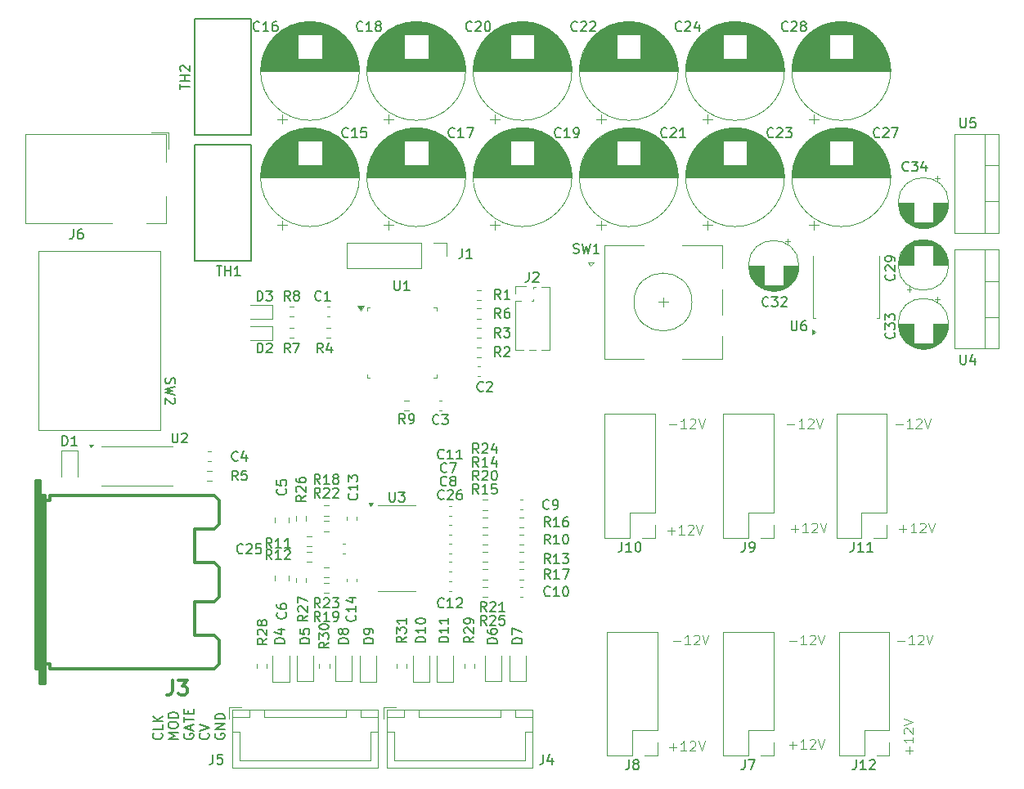
<source format=gbr>
%TF.GenerationSoftware,KiCad,Pcbnew,8.0.0*%
%TF.CreationDate,2024-07-13T20:22:53-07:00*%
%TF.ProjectId,midi-controller,6d696469-2d63-46f6-9e74-726f6c6c6572,rev?*%
%TF.SameCoordinates,Original*%
%TF.FileFunction,Legend,Top*%
%TF.FilePolarity,Positive*%
%FSLAX46Y46*%
G04 Gerber Fmt 4.6, Leading zero omitted, Abs format (unit mm)*
G04 Created by KiCad (PCBNEW 8.0.0) date 2024-07-13 20:22:53*
%MOMM*%
%LPD*%
G01*
G04 APERTURE LIST*
%ADD10C,0.100000*%
%ADD11C,0.200000*%
%ADD12C,0.304800*%
%ADD13C,0.150000*%
%ADD14C,0.120000*%
G04 APERTURE END LIST*
D10*
X190103884Y-93491466D02*
X190865789Y-93491466D01*
X191865788Y-93872419D02*
X191294360Y-93872419D01*
X191580074Y-93872419D02*
X191580074Y-92872419D01*
X191580074Y-92872419D02*
X191484836Y-93015276D01*
X191484836Y-93015276D02*
X191389598Y-93110514D01*
X191389598Y-93110514D02*
X191294360Y-93158133D01*
X192246741Y-92967657D02*
X192294360Y-92920038D01*
X192294360Y-92920038D02*
X192389598Y-92872419D01*
X192389598Y-92872419D02*
X192627693Y-92872419D01*
X192627693Y-92872419D02*
X192722931Y-92920038D01*
X192722931Y-92920038D02*
X192770550Y-92967657D01*
X192770550Y-92967657D02*
X192818169Y-93062895D01*
X192818169Y-93062895D02*
X192818169Y-93158133D01*
X192818169Y-93158133D02*
X192770550Y-93300990D01*
X192770550Y-93300990D02*
X192199122Y-93872419D01*
X192199122Y-93872419D02*
X192818169Y-93872419D01*
X193103884Y-92872419D02*
X193437217Y-93872419D01*
X193437217Y-93872419D02*
X193770550Y-92872419D01*
X190303884Y-115891466D02*
X191065789Y-115891466D01*
X192065788Y-116272419D02*
X191494360Y-116272419D01*
X191780074Y-116272419D02*
X191780074Y-115272419D01*
X191780074Y-115272419D02*
X191684836Y-115415276D01*
X191684836Y-115415276D02*
X191589598Y-115510514D01*
X191589598Y-115510514D02*
X191494360Y-115558133D01*
X192446741Y-115367657D02*
X192494360Y-115320038D01*
X192494360Y-115320038D02*
X192589598Y-115272419D01*
X192589598Y-115272419D02*
X192827693Y-115272419D01*
X192827693Y-115272419D02*
X192922931Y-115320038D01*
X192922931Y-115320038D02*
X192970550Y-115367657D01*
X192970550Y-115367657D02*
X193018169Y-115462895D01*
X193018169Y-115462895D02*
X193018169Y-115558133D01*
X193018169Y-115558133D02*
X192970550Y-115700990D01*
X192970550Y-115700990D02*
X192399122Y-116272419D01*
X192399122Y-116272419D02*
X193018169Y-116272419D01*
X193303884Y-115272419D02*
X193637217Y-116272419D01*
X193637217Y-116272419D02*
X193970550Y-115272419D01*
X190503884Y-104291466D02*
X191265789Y-104291466D01*
X190884836Y-104672419D02*
X190884836Y-103910514D01*
X192265788Y-104672419D02*
X191694360Y-104672419D01*
X191980074Y-104672419D02*
X191980074Y-103672419D01*
X191980074Y-103672419D02*
X191884836Y-103815276D01*
X191884836Y-103815276D02*
X191789598Y-103910514D01*
X191789598Y-103910514D02*
X191694360Y-103958133D01*
X192646741Y-103767657D02*
X192694360Y-103720038D01*
X192694360Y-103720038D02*
X192789598Y-103672419D01*
X192789598Y-103672419D02*
X193027693Y-103672419D01*
X193027693Y-103672419D02*
X193122931Y-103720038D01*
X193122931Y-103720038D02*
X193170550Y-103767657D01*
X193170550Y-103767657D02*
X193218169Y-103862895D01*
X193218169Y-103862895D02*
X193218169Y-103958133D01*
X193218169Y-103958133D02*
X193170550Y-104100990D01*
X193170550Y-104100990D02*
X192599122Y-104672419D01*
X192599122Y-104672419D02*
X193218169Y-104672419D01*
X193503884Y-103672419D02*
X193837217Y-104672419D01*
X193837217Y-104672419D02*
X194170550Y-103672419D01*
X191550966Y-127626615D02*
X191550966Y-126864711D01*
X191931919Y-127245663D02*
X191170014Y-127245663D01*
X191931919Y-125864711D02*
X191931919Y-126436139D01*
X191931919Y-126150425D02*
X190931919Y-126150425D01*
X190931919Y-126150425D02*
X191074776Y-126245663D01*
X191074776Y-126245663D02*
X191170014Y-126340901D01*
X191170014Y-126340901D02*
X191217633Y-126436139D01*
X191027157Y-125483758D02*
X190979538Y-125436139D01*
X190979538Y-125436139D02*
X190931919Y-125340901D01*
X190931919Y-125340901D02*
X190931919Y-125102806D01*
X190931919Y-125102806D02*
X190979538Y-125007568D01*
X190979538Y-125007568D02*
X191027157Y-124959949D01*
X191027157Y-124959949D02*
X191122395Y-124912330D01*
X191122395Y-124912330D02*
X191217633Y-124912330D01*
X191217633Y-124912330D02*
X191360490Y-124959949D01*
X191360490Y-124959949D02*
X191931919Y-125531377D01*
X191931919Y-125531377D02*
X191931919Y-124912330D01*
X190931919Y-124626615D02*
X191931919Y-124293282D01*
X191931919Y-124293282D02*
X190931919Y-123959949D01*
D11*
X114132204Y-125458898D02*
X114179824Y-125506517D01*
X114179824Y-125506517D02*
X114227443Y-125649374D01*
X114227443Y-125649374D02*
X114227443Y-125744612D01*
X114227443Y-125744612D02*
X114179824Y-125887469D01*
X114179824Y-125887469D02*
X114084585Y-125982707D01*
X114084585Y-125982707D02*
X113989347Y-126030326D01*
X113989347Y-126030326D02*
X113798871Y-126077945D01*
X113798871Y-126077945D02*
X113656014Y-126077945D01*
X113656014Y-126077945D02*
X113465538Y-126030326D01*
X113465538Y-126030326D02*
X113370300Y-125982707D01*
X113370300Y-125982707D02*
X113275062Y-125887469D01*
X113275062Y-125887469D02*
X113227443Y-125744612D01*
X113227443Y-125744612D02*
X113227443Y-125649374D01*
X113227443Y-125649374D02*
X113275062Y-125506517D01*
X113275062Y-125506517D02*
X113322681Y-125458898D01*
X114227443Y-124554136D02*
X114227443Y-125030326D01*
X114227443Y-125030326D02*
X113227443Y-125030326D01*
X114227443Y-124220802D02*
X113227443Y-124220802D01*
X114227443Y-123649374D02*
X113656014Y-124077945D01*
X113227443Y-123649374D02*
X113798871Y-124220802D01*
X115837387Y-126030326D02*
X114837387Y-126030326D01*
X114837387Y-126030326D02*
X115551672Y-125696993D01*
X115551672Y-125696993D02*
X114837387Y-125363660D01*
X114837387Y-125363660D02*
X115837387Y-125363660D01*
X114837387Y-124696993D02*
X114837387Y-124506517D01*
X114837387Y-124506517D02*
X114885006Y-124411279D01*
X114885006Y-124411279D02*
X114980244Y-124316041D01*
X114980244Y-124316041D02*
X115170720Y-124268422D01*
X115170720Y-124268422D02*
X115504053Y-124268422D01*
X115504053Y-124268422D02*
X115694529Y-124316041D01*
X115694529Y-124316041D02*
X115789768Y-124411279D01*
X115789768Y-124411279D02*
X115837387Y-124506517D01*
X115837387Y-124506517D02*
X115837387Y-124696993D01*
X115837387Y-124696993D02*
X115789768Y-124792231D01*
X115789768Y-124792231D02*
X115694529Y-124887469D01*
X115694529Y-124887469D02*
X115504053Y-124935088D01*
X115504053Y-124935088D02*
X115170720Y-124935088D01*
X115170720Y-124935088D02*
X114980244Y-124887469D01*
X114980244Y-124887469D02*
X114885006Y-124792231D01*
X114885006Y-124792231D02*
X114837387Y-124696993D01*
X115837387Y-123839850D02*
X114837387Y-123839850D01*
X114837387Y-123839850D02*
X114837387Y-123601755D01*
X114837387Y-123601755D02*
X114885006Y-123458898D01*
X114885006Y-123458898D02*
X114980244Y-123363660D01*
X114980244Y-123363660D02*
X115075482Y-123316041D01*
X115075482Y-123316041D02*
X115265958Y-123268422D01*
X115265958Y-123268422D02*
X115408815Y-123268422D01*
X115408815Y-123268422D02*
X115599291Y-123316041D01*
X115599291Y-123316041D02*
X115694529Y-123363660D01*
X115694529Y-123363660D02*
X115789768Y-123458898D01*
X115789768Y-123458898D02*
X115837387Y-123601755D01*
X115837387Y-123601755D02*
X115837387Y-123839850D01*
X116494950Y-125506517D02*
X116447331Y-125601755D01*
X116447331Y-125601755D02*
X116447331Y-125744612D01*
X116447331Y-125744612D02*
X116494950Y-125887469D01*
X116494950Y-125887469D02*
X116590188Y-125982707D01*
X116590188Y-125982707D02*
X116685426Y-126030326D01*
X116685426Y-126030326D02*
X116875902Y-126077945D01*
X116875902Y-126077945D02*
X117018759Y-126077945D01*
X117018759Y-126077945D02*
X117209235Y-126030326D01*
X117209235Y-126030326D02*
X117304473Y-125982707D01*
X117304473Y-125982707D02*
X117399712Y-125887469D01*
X117399712Y-125887469D02*
X117447331Y-125744612D01*
X117447331Y-125744612D02*
X117447331Y-125649374D01*
X117447331Y-125649374D02*
X117399712Y-125506517D01*
X117399712Y-125506517D02*
X117352092Y-125458898D01*
X117352092Y-125458898D02*
X117018759Y-125458898D01*
X117018759Y-125458898D02*
X117018759Y-125649374D01*
X117161616Y-125077945D02*
X117161616Y-124601755D01*
X117447331Y-125173183D02*
X116447331Y-124839850D01*
X116447331Y-124839850D02*
X117447331Y-124506517D01*
X116447331Y-124316040D02*
X116447331Y-123744612D01*
X117447331Y-124030326D02*
X116447331Y-124030326D01*
X116923521Y-123411278D02*
X116923521Y-123077945D01*
X117447331Y-122935088D02*
X117447331Y-123411278D01*
X117447331Y-123411278D02*
X116447331Y-123411278D01*
X116447331Y-123411278D02*
X116447331Y-122935088D01*
X118962036Y-125458898D02*
X119009656Y-125506517D01*
X119009656Y-125506517D02*
X119057275Y-125649374D01*
X119057275Y-125649374D02*
X119057275Y-125744612D01*
X119057275Y-125744612D02*
X119009656Y-125887469D01*
X119009656Y-125887469D02*
X118914417Y-125982707D01*
X118914417Y-125982707D02*
X118819179Y-126030326D01*
X118819179Y-126030326D02*
X118628703Y-126077945D01*
X118628703Y-126077945D02*
X118485846Y-126077945D01*
X118485846Y-126077945D02*
X118295370Y-126030326D01*
X118295370Y-126030326D02*
X118200132Y-125982707D01*
X118200132Y-125982707D02*
X118104894Y-125887469D01*
X118104894Y-125887469D02*
X118057275Y-125744612D01*
X118057275Y-125744612D02*
X118057275Y-125649374D01*
X118057275Y-125649374D02*
X118104894Y-125506517D01*
X118104894Y-125506517D02*
X118152513Y-125458898D01*
X118057275Y-125173183D02*
X119057275Y-124839850D01*
X119057275Y-124839850D02*
X118057275Y-124506517D01*
X119714838Y-125506517D02*
X119667219Y-125601755D01*
X119667219Y-125601755D02*
X119667219Y-125744612D01*
X119667219Y-125744612D02*
X119714838Y-125887469D01*
X119714838Y-125887469D02*
X119810076Y-125982707D01*
X119810076Y-125982707D02*
X119905314Y-126030326D01*
X119905314Y-126030326D02*
X120095790Y-126077945D01*
X120095790Y-126077945D02*
X120238647Y-126077945D01*
X120238647Y-126077945D02*
X120429123Y-126030326D01*
X120429123Y-126030326D02*
X120524361Y-125982707D01*
X120524361Y-125982707D02*
X120619600Y-125887469D01*
X120619600Y-125887469D02*
X120667219Y-125744612D01*
X120667219Y-125744612D02*
X120667219Y-125649374D01*
X120667219Y-125649374D02*
X120619600Y-125506517D01*
X120619600Y-125506517D02*
X120571980Y-125458898D01*
X120571980Y-125458898D02*
X120238647Y-125458898D01*
X120238647Y-125458898D02*
X120238647Y-125649374D01*
X120667219Y-125030326D02*
X119667219Y-125030326D01*
X119667219Y-125030326D02*
X120667219Y-124458898D01*
X120667219Y-124458898D02*
X119667219Y-124458898D01*
X120667219Y-123982707D02*
X119667219Y-123982707D01*
X119667219Y-123982707D02*
X119667219Y-123744612D01*
X119667219Y-123744612D02*
X119714838Y-123601755D01*
X119714838Y-123601755D02*
X119810076Y-123506517D01*
X119810076Y-123506517D02*
X119905314Y-123458898D01*
X119905314Y-123458898D02*
X120095790Y-123411279D01*
X120095790Y-123411279D02*
X120238647Y-123411279D01*
X120238647Y-123411279D02*
X120429123Y-123458898D01*
X120429123Y-123458898D02*
X120524361Y-123506517D01*
X120524361Y-123506517D02*
X120619600Y-123601755D01*
X120619600Y-123601755D02*
X120667219Y-123744612D01*
X120667219Y-123744612D02*
X120667219Y-123982707D01*
D10*
X167103884Y-115891466D02*
X167865789Y-115891466D01*
X168865788Y-116272419D02*
X168294360Y-116272419D01*
X168580074Y-116272419D02*
X168580074Y-115272419D01*
X168580074Y-115272419D02*
X168484836Y-115415276D01*
X168484836Y-115415276D02*
X168389598Y-115510514D01*
X168389598Y-115510514D02*
X168294360Y-115558133D01*
X169246741Y-115367657D02*
X169294360Y-115320038D01*
X169294360Y-115320038D02*
X169389598Y-115272419D01*
X169389598Y-115272419D02*
X169627693Y-115272419D01*
X169627693Y-115272419D02*
X169722931Y-115320038D01*
X169722931Y-115320038D02*
X169770550Y-115367657D01*
X169770550Y-115367657D02*
X169818169Y-115462895D01*
X169818169Y-115462895D02*
X169818169Y-115558133D01*
X169818169Y-115558133D02*
X169770550Y-115700990D01*
X169770550Y-115700990D02*
X169199122Y-116272419D01*
X169199122Y-116272419D02*
X169818169Y-116272419D01*
X170103884Y-115272419D02*
X170437217Y-116272419D01*
X170437217Y-116272419D02*
X170770550Y-115272419D01*
X179103884Y-115891466D02*
X179865789Y-115891466D01*
X180865788Y-116272419D02*
X180294360Y-116272419D01*
X180580074Y-116272419D02*
X180580074Y-115272419D01*
X180580074Y-115272419D02*
X180484836Y-115415276D01*
X180484836Y-115415276D02*
X180389598Y-115510514D01*
X180389598Y-115510514D02*
X180294360Y-115558133D01*
X181246741Y-115367657D02*
X181294360Y-115320038D01*
X181294360Y-115320038D02*
X181389598Y-115272419D01*
X181389598Y-115272419D02*
X181627693Y-115272419D01*
X181627693Y-115272419D02*
X181722931Y-115320038D01*
X181722931Y-115320038D02*
X181770550Y-115367657D01*
X181770550Y-115367657D02*
X181818169Y-115462895D01*
X181818169Y-115462895D02*
X181818169Y-115558133D01*
X181818169Y-115558133D02*
X181770550Y-115700990D01*
X181770550Y-115700990D02*
X181199122Y-116272419D01*
X181199122Y-116272419D02*
X181818169Y-116272419D01*
X182103884Y-115272419D02*
X182437217Y-116272419D01*
X182437217Y-116272419D02*
X182770550Y-115272419D01*
X166703884Y-93491466D02*
X167465789Y-93491466D01*
X168465788Y-93872419D02*
X167894360Y-93872419D01*
X168180074Y-93872419D02*
X168180074Y-92872419D01*
X168180074Y-92872419D02*
X168084836Y-93015276D01*
X168084836Y-93015276D02*
X167989598Y-93110514D01*
X167989598Y-93110514D02*
X167894360Y-93158133D01*
X168846741Y-92967657D02*
X168894360Y-92920038D01*
X168894360Y-92920038D02*
X168989598Y-92872419D01*
X168989598Y-92872419D02*
X169227693Y-92872419D01*
X169227693Y-92872419D02*
X169322931Y-92920038D01*
X169322931Y-92920038D02*
X169370550Y-92967657D01*
X169370550Y-92967657D02*
X169418169Y-93062895D01*
X169418169Y-93062895D02*
X169418169Y-93158133D01*
X169418169Y-93158133D02*
X169370550Y-93300990D01*
X169370550Y-93300990D02*
X168799122Y-93872419D01*
X168799122Y-93872419D02*
X169418169Y-93872419D01*
X169703884Y-92872419D02*
X170037217Y-93872419D01*
X170037217Y-93872419D02*
X170370550Y-92872419D01*
X178903884Y-93491466D02*
X179665789Y-93491466D01*
X180665788Y-93872419D02*
X180094360Y-93872419D01*
X180380074Y-93872419D02*
X180380074Y-92872419D01*
X180380074Y-92872419D02*
X180284836Y-93015276D01*
X180284836Y-93015276D02*
X180189598Y-93110514D01*
X180189598Y-93110514D02*
X180094360Y-93158133D01*
X181046741Y-92967657D02*
X181094360Y-92920038D01*
X181094360Y-92920038D02*
X181189598Y-92872419D01*
X181189598Y-92872419D02*
X181427693Y-92872419D01*
X181427693Y-92872419D02*
X181522931Y-92920038D01*
X181522931Y-92920038D02*
X181570550Y-92967657D01*
X181570550Y-92967657D02*
X181618169Y-93062895D01*
X181618169Y-93062895D02*
X181618169Y-93158133D01*
X181618169Y-93158133D02*
X181570550Y-93300990D01*
X181570550Y-93300990D02*
X180999122Y-93872419D01*
X180999122Y-93872419D02*
X181618169Y-93872419D01*
X181903884Y-92872419D02*
X182237217Y-93872419D01*
X182237217Y-93872419D02*
X182570550Y-92872419D01*
X179303884Y-104291466D02*
X180065789Y-104291466D01*
X179684836Y-104672419D02*
X179684836Y-103910514D01*
X181065788Y-104672419D02*
X180494360Y-104672419D01*
X180780074Y-104672419D02*
X180780074Y-103672419D01*
X180780074Y-103672419D02*
X180684836Y-103815276D01*
X180684836Y-103815276D02*
X180589598Y-103910514D01*
X180589598Y-103910514D02*
X180494360Y-103958133D01*
X181446741Y-103767657D02*
X181494360Y-103720038D01*
X181494360Y-103720038D02*
X181589598Y-103672419D01*
X181589598Y-103672419D02*
X181827693Y-103672419D01*
X181827693Y-103672419D02*
X181922931Y-103720038D01*
X181922931Y-103720038D02*
X181970550Y-103767657D01*
X181970550Y-103767657D02*
X182018169Y-103862895D01*
X182018169Y-103862895D02*
X182018169Y-103958133D01*
X182018169Y-103958133D02*
X181970550Y-104100990D01*
X181970550Y-104100990D02*
X181399122Y-104672419D01*
X181399122Y-104672419D02*
X182018169Y-104672419D01*
X182303884Y-103672419D02*
X182637217Y-104672419D01*
X182637217Y-104672419D02*
X182970550Y-103672419D01*
X166503884Y-104491466D02*
X167265789Y-104491466D01*
X166884836Y-104872419D02*
X166884836Y-104110514D01*
X168265788Y-104872419D02*
X167694360Y-104872419D01*
X167980074Y-104872419D02*
X167980074Y-103872419D01*
X167980074Y-103872419D02*
X167884836Y-104015276D01*
X167884836Y-104015276D02*
X167789598Y-104110514D01*
X167789598Y-104110514D02*
X167694360Y-104158133D01*
X168646741Y-103967657D02*
X168694360Y-103920038D01*
X168694360Y-103920038D02*
X168789598Y-103872419D01*
X168789598Y-103872419D02*
X169027693Y-103872419D01*
X169027693Y-103872419D02*
X169122931Y-103920038D01*
X169122931Y-103920038D02*
X169170550Y-103967657D01*
X169170550Y-103967657D02*
X169218169Y-104062895D01*
X169218169Y-104062895D02*
X169218169Y-104158133D01*
X169218169Y-104158133D02*
X169170550Y-104300990D01*
X169170550Y-104300990D02*
X168599122Y-104872419D01*
X168599122Y-104872419D02*
X169218169Y-104872419D01*
X169503884Y-103872419D02*
X169837217Y-104872419D01*
X169837217Y-104872419D02*
X170170550Y-103872419D01*
X166703884Y-126891466D02*
X167465789Y-126891466D01*
X167084836Y-127272419D02*
X167084836Y-126510514D01*
X168465788Y-127272419D02*
X167894360Y-127272419D01*
X168180074Y-127272419D02*
X168180074Y-126272419D01*
X168180074Y-126272419D02*
X168084836Y-126415276D01*
X168084836Y-126415276D02*
X167989598Y-126510514D01*
X167989598Y-126510514D02*
X167894360Y-126558133D01*
X168846741Y-126367657D02*
X168894360Y-126320038D01*
X168894360Y-126320038D02*
X168989598Y-126272419D01*
X168989598Y-126272419D02*
X169227693Y-126272419D01*
X169227693Y-126272419D02*
X169322931Y-126320038D01*
X169322931Y-126320038D02*
X169370550Y-126367657D01*
X169370550Y-126367657D02*
X169418169Y-126462895D01*
X169418169Y-126462895D02*
X169418169Y-126558133D01*
X169418169Y-126558133D02*
X169370550Y-126700990D01*
X169370550Y-126700990D02*
X168799122Y-127272419D01*
X168799122Y-127272419D02*
X169418169Y-127272419D01*
X169703884Y-126272419D02*
X170037217Y-127272419D01*
X170037217Y-127272419D02*
X170370550Y-126272419D01*
X179103884Y-126691466D02*
X179865789Y-126691466D01*
X179484836Y-127072419D02*
X179484836Y-126310514D01*
X180865788Y-127072419D02*
X180294360Y-127072419D01*
X180580074Y-127072419D02*
X180580074Y-126072419D01*
X180580074Y-126072419D02*
X180484836Y-126215276D01*
X180484836Y-126215276D02*
X180389598Y-126310514D01*
X180389598Y-126310514D02*
X180294360Y-126358133D01*
X181246741Y-126167657D02*
X181294360Y-126120038D01*
X181294360Y-126120038D02*
X181389598Y-126072419D01*
X181389598Y-126072419D02*
X181627693Y-126072419D01*
X181627693Y-126072419D02*
X181722931Y-126120038D01*
X181722931Y-126120038D02*
X181770550Y-126167657D01*
X181770550Y-126167657D02*
X181818169Y-126262895D01*
X181818169Y-126262895D02*
X181818169Y-126358133D01*
X181818169Y-126358133D02*
X181770550Y-126500990D01*
X181770550Y-126500990D02*
X181199122Y-127072419D01*
X181199122Y-127072419D02*
X181818169Y-127072419D01*
X182103884Y-126072419D02*
X182437217Y-127072419D01*
X182437217Y-127072419D02*
X182770550Y-126072419D01*
D12*
X115291999Y-119965181D02*
X115291999Y-121053752D01*
X115291999Y-121053752D02*
X115219428Y-121271467D01*
X115219428Y-121271467D02*
X115074285Y-121416610D01*
X115074285Y-121416610D02*
X114856571Y-121489181D01*
X114856571Y-121489181D02*
X114711428Y-121489181D01*
X115872571Y-119965181D02*
X116815999Y-119965181D01*
X116815999Y-119965181D02*
X116307999Y-120545752D01*
X116307999Y-120545752D02*
X116525714Y-120545752D01*
X116525714Y-120545752D02*
X116670857Y-120618324D01*
X116670857Y-120618324D02*
X116743428Y-120690895D01*
X116743428Y-120690895D02*
X116815999Y-120836038D01*
X116815999Y-120836038D02*
X116815999Y-121198895D01*
X116815999Y-121198895D02*
X116743428Y-121344038D01*
X116743428Y-121344038D02*
X116670857Y-121416610D01*
X116670857Y-121416610D02*
X116525714Y-121489181D01*
X116525714Y-121489181D02*
X116090285Y-121489181D01*
X116090285Y-121489181D02*
X115945142Y-121416610D01*
X115945142Y-121416610D02*
X115872571Y-121344038D01*
D11*
X114595400Y-88666667D02*
X114547780Y-88809524D01*
X114547780Y-88809524D02*
X114547780Y-89047619D01*
X114547780Y-89047619D02*
X114595400Y-89142857D01*
X114595400Y-89142857D02*
X114643019Y-89190476D01*
X114643019Y-89190476D02*
X114738257Y-89238095D01*
X114738257Y-89238095D02*
X114833495Y-89238095D01*
X114833495Y-89238095D02*
X114928733Y-89190476D01*
X114928733Y-89190476D02*
X114976352Y-89142857D01*
X114976352Y-89142857D02*
X115023971Y-89047619D01*
X115023971Y-89047619D02*
X115071590Y-88857143D01*
X115071590Y-88857143D02*
X115119209Y-88761905D01*
X115119209Y-88761905D02*
X115166828Y-88714286D01*
X115166828Y-88714286D02*
X115262066Y-88666667D01*
X115262066Y-88666667D02*
X115357304Y-88666667D01*
X115357304Y-88666667D02*
X115452542Y-88714286D01*
X115452542Y-88714286D02*
X115500161Y-88761905D01*
X115500161Y-88761905D02*
X115547780Y-88857143D01*
X115547780Y-88857143D02*
X115547780Y-89095238D01*
X115547780Y-89095238D02*
X115500161Y-89238095D01*
X115547780Y-89571429D02*
X114547780Y-89809524D01*
X114547780Y-89809524D02*
X115262066Y-90000000D01*
X115262066Y-90000000D02*
X114547780Y-90190476D01*
X114547780Y-90190476D02*
X115547780Y-90428572D01*
X115452542Y-90761905D02*
X115500161Y-90809524D01*
X115500161Y-90809524D02*
X115547780Y-90904762D01*
X115547780Y-90904762D02*
X115547780Y-91142857D01*
X115547780Y-91142857D02*
X115500161Y-91238095D01*
X115500161Y-91238095D02*
X115452542Y-91285714D01*
X115452542Y-91285714D02*
X115357304Y-91333333D01*
X115357304Y-91333333D02*
X115262066Y-91333333D01*
X115262066Y-91333333D02*
X115119209Y-91285714D01*
X115119209Y-91285714D02*
X114547780Y-90714286D01*
X114547780Y-90714286D02*
X114547780Y-91333333D01*
D13*
X119466666Y-127654819D02*
X119466666Y-128369104D01*
X119466666Y-128369104D02*
X119419047Y-128511961D01*
X119419047Y-128511961D02*
X119323809Y-128607200D01*
X119323809Y-128607200D02*
X119180952Y-128654819D01*
X119180952Y-128654819D02*
X119085714Y-128654819D01*
X120419047Y-127654819D02*
X119942857Y-127654819D01*
X119942857Y-127654819D02*
X119895238Y-128131009D01*
X119895238Y-128131009D02*
X119942857Y-128083390D01*
X119942857Y-128083390D02*
X120038095Y-128035771D01*
X120038095Y-128035771D02*
X120276190Y-128035771D01*
X120276190Y-128035771D02*
X120371428Y-128083390D01*
X120371428Y-128083390D02*
X120419047Y-128131009D01*
X120419047Y-128131009D02*
X120466666Y-128226247D01*
X120466666Y-128226247D02*
X120466666Y-128464342D01*
X120466666Y-128464342D02*
X120419047Y-128559580D01*
X120419047Y-128559580D02*
X120371428Y-128607200D01*
X120371428Y-128607200D02*
X120276190Y-128654819D01*
X120276190Y-128654819D02*
X120038095Y-128654819D01*
X120038095Y-128654819D02*
X119942857Y-128607200D01*
X119942857Y-128607200D02*
X119895238Y-128559580D01*
X153666666Y-127654819D02*
X153666666Y-128369104D01*
X153666666Y-128369104D02*
X153619047Y-128511961D01*
X153619047Y-128511961D02*
X153523809Y-128607200D01*
X153523809Y-128607200D02*
X153380952Y-128654819D01*
X153380952Y-128654819D02*
X153285714Y-128654819D01*
X154571428Y-127988152D02*
X154571428Y-128654819D01*
X154333333Y-127607200D02*
X154095238Y-128321485D01*
X154095238Y-128321485D02*
X154714285Y-128321485D01*
X124061905Y-80654819D02*
X124061905Y-79654819D01*
X124061905Y-79654819D02*
X124300000Y-79654819D01*
X124300000Y-79654819D02*
X124442857Y-79702438D01*
X124442857Y-79702438D02*
X124538095Y-79797676D01*
X124538095Y-79797676D02*
X124585714Y-79892914D01*
X124585714Y-79892914D02*
X124633333Y-80083390D01*
X124633333Y-80083390D02*
X124633333Y-80226247D01*
X124633333Y-80226247D02*
X124585714Y-80416723D01*
X124585714Y-80416723D02*
X124538095Y-80511961D01*
X124538095Y-80511961D02*
X124442857Y-80607200D01*
X124442857Y-80607200D02*
X124300000Y-80654819D01*
X124300000Y-80654819D02*
X124061905Y-80654819D01*
X124966667Y-79654819D02*
X125585714Y-79654819D01*
X125585714Y-79654819D02*
X125252381Y-80035771D01*
X125252381Y-80035771D02*
X125395238Y-80035771D01*
X125395238Y-80035771D02*
X125490476Y-80083390D01*
X125490476Y-80083390D02*
X125538095Y-80131009D01*
X125538095Y-80131009D02*
X125585714Y-80226247D01*
X125585714Y-80226247D02*
X125585714Y-80464342D01*
X125585714Y-80464342D02*
X125538095Y-80559580D01*
X125538095Y-80559580D02*
X125490476Y-80607200D01*
X125490476Y-80607200D02*
X125395238Y-80654819D01*
X125395238Y-80654819D02*
X125109524Y-80654819D01*
X125109524Y-80654819D02*
X125014286Y-80607200D01*
X125014286Y-80607200D02*
X124966667Y-80559580D01*
X124061905Y-86054819D02*
X124061905Y-85054819D01*
X124061905Y-85054819D02*
X124300000Y-85054819D01*
X124300000Y-85054819D02*
X124442857Y-85102438D01*
X124442857Y-85102438D02*
X124538095Y-85197676D01*
X124538095Y-85197676D02*
X124585714Y-85292914D01*
X124585714Y-85292914D02*
X124633333Y-85483390D01*
X124633333Y-85483390D02*
X124633333Y-85626247D01*
X124633333Y-85626247D02*
X124585714Y-85816723D01*
X124585714Y-85816723D02*
X124538095Y-85911961D01*
X124538095Y-85911961D02*
X124442857Y-86007200D01*
X124442857Y-86007200D02*
X124300000Y-86054819D01*
X124300000Y-86054819D02*
X124061905Y-86054819D01*
X125014286Y-85150057D02*
X125061905Y-85102438D01*
X125061905Y-85102438D02*
X125157143Y-85054819D01*
X125157143Y-85054819D02*
X125395238Y-85054819D01*
X125395238Y-85054819D02*
X125490476Y-85102438D01*
X125490476Y-85102438D02*
X125538095Y-85150057D01*
X125538095Y-85150057D02*
X125585714Y-85245295D01*
X125585714Y-85245295D02*
X125585714Y-85340533D01*
X125585714Y-85340533D02*
X125538095Y-85483390D01*
X125538095Y-85483390D02*
X124966667Y-86054819D01*
X124966667Y-86054819D02*
X125585714Y-86054819D01*
X137738095Y-100474819D02*
X137738095Y-101284342D01*
X137738095Y-101284342D02*
X137785714Y-101379580D01*
X137785714Y-101379580D02*
X137833333Y-101427200D01*
X137833333Y-101427200D02*
X137928571Y-101474819D01*
X137928571Y-101474819D02*
X138119047Y-101474819D01*
X138119047Y-101474819D02*
X138214285Y-101427200D01*
X138214285Y-101427200D02*
X138261904Y-101379580D01*
X138261904Y-101379580D02*
X138309523Y-101284342D01*
X138309523Y-101284342D02*
X138309523Y-100474819D01*
X138690476Y-100474819D02*
X139309523Y-100474819D01*
X139309523Y-100474819D02*
X138976190Y-100855771D01*
X138976190Y-100855771D02*
X139119047Y-100855771D01*
X139119047Y-100855771D02*
X139214285Y-100903390D01*
X139214285Y-100903390D02*
X139261904Y-100951009D01*
X139261904Y-100951009D02*
X139309523Y-101046247D01*
X139309523Y-101046247D02*
X139309523Y-101284342D01*
X139309523Y-101284342D02*
X139261904Y-101379580D01*
X139261904Y-101379580D02*
X139214285Y-101427200D01*
X139214285Y-101427200D02*
X139119047Y-101474819D01*
X139119047Y-101474819D02*
X138833333Y-101474819D01*
X138833333Y-101474819D02*
X138738095Y-101427200D01*
X138738095Y-101427200D02*
X138690476Y-101379580D01*
X115238095Y-94354819D02*
X115238095Y-95164342D01*
X115238095Y-95164342D02*
X115285714Y-95259580D01*
X115285714Y-95259580D02*
X115333333Y-95307200D01*
X115333333Y-95307200D02*
X115428571Y-95354819D01*
X115428571Y-95354819D02*
X115619047Y-95354819D01*
X115619047Y-95354819D02*
X115714285Y-95307200D01*
X115714285Y-95307200D02*
X115761904Y-95259580D01*
X115761904Y-95259580D02*
X115809523Y-95164342D01*
X115809523Y-95164342D02*
X115809523Y-94354819D01*
X116238095Y-94450057D02*
X116285714Y-94402438D01*
X116285714Y-94402438D02*
X116380952Y-94354819D01*
X116380952Y-94354819D02*
X116619047Y-94354819D01*
X116619047Y-94354819D02*
X116714285Y-94402438D01*
X116714285Y-94402438D02*
X116761904Y-94450057D01*
X116761904Y-94450057D02*
X116809523Y-94545295D01*
X116809523Y-94545295D02*
X116809523Y-94640533D01*
X116809523Y-94640533D02*
X116761904Y-94783390D01*
X116761904Y-94783390D02*
X116190476Y-95354819D01*
X116190476Y-95354819D02*
X116809523Y-95354819D01*
X138238095Y-78574819D02*
X138238095Y-79384342D01*
X138238095Y-79384342D02*
X138285714Y-79479580D01*
X138285714Y-79479580D02*
X138333333Y-79527200D01*
X138333333Y-79527200D02*
X138428571Y-79574819D01*
X138428571Y-79574819D02*
X138619047Y-79574819D01*
X138619047Y-79574819D02*
X138714285Y-79527200D01*
X138714285Y-79527200D02*
X138761904Y-79479580D01*
X138761904Y-79479580D02*
X138809523Y-79384342D01*
X138809523Y-79384342D02*
X138809523Y-78574819D01*
X139809523Y-79574819D02*
X139238095Y-79574819D01*
X139523809Y-79574819D02*
X139523809Y-78574819D01*
X139523809Y-78574819D02*
X139428571Y-78717676D01*
X139428571Y-78717676D02*
X139333333Y-78812914D01*
X139333333Y-78812914D02*
X139238095Y-78860533D01*
X156766667Y-75707200D02*
X156909524Y-75754819D01*
X156909524Y-75754819D02*
X157147619Y-75754819D01*
X157147619Y-75754819D02*
X157242857Y-75707200D01*
X157242857Y-75707200D02*
X157290476Y-75659580D01*
X157290476Y-75659580D02*
X157338095Y-75564342D01*
X157338095Y-75564342D02*
X157338095Y-75469104D01*
X157338095Y-75469104D02*
X157290476Y-75373866D01*
X157290476Y-75373866D02*
X157242857Y-75326247D01*
X157242857Y-75326247D02*
X157147619Y-75278628D01*
X157147619Y-75278628D02*
X156957143Y-75231009D01*
X156957143Y-75231009D02*
X156861905Y-75183390D01*
X156861905Y-75183390D02*
X156814286Y-75135771D01*
X156814286Y-75135771D02*
X156766667Y-75040533D01*
X156766667Y-75040533D02*
X156766667Y-74945295D01*
X156766667Y-74945295D02*
X156814286Y-74850057D01*
X156814286Y-74850057D02*
X156861905Y-74802438D01*
X156861905Y-74802438D02*
X156957143Y-74754819D01*
X156957143Y-74754819D02*
X157195238Y-74754819D01*
X157195238Y-74754819D02*
X157338095Y-74802438D01*
X157671429Y-74754819D02*
X157909524Y-75754819D01*
X157909524Y-75754819D02*
X158100000Y-75040533D01*
X158100000Y-75040533D02*
X158290476Y-75754819D01*
X158290476Y-75754819D02*
X158528572Y-74754819D01*
X159433333Y-75754819D02*
X158861905Y-75754819D01*
X159147619Y-75754819D02*
X159147619Y-74754819D01*
X159147619Y-74754819D02*
X159052381Y-74897676D01*
X159052381Y-74897676D02*
X158957143Y-74992914D01*
X158957143Y-74992914D02*
X158861905Y-75040533D01*
X139454819Y-115442857D02*
X138978628Y-115776190D01*
X139454819Y-116014285D02*
X138454819Y-116014285D01*
X138454819Y-116014285D02*
X138454819Y-115633333D01*
X138454819Y-115633333D02*
X138502438Y-115538095D01*
X138502438Y-115538095D02*
X138550057Y-115490476D01*
X138550057Y-115490476D02*
X138645295Y-115442857D01*
X138645295Y-115442857D02*
X138788152Y-115442857D01*
X138788152Y-115442857D02*
X138883390Y-115490476D01*
X138883390Y-115490476D02*
X138931009Y-115538095D01*
X138931009Y-115538095D02*
X138978628Y-115633333D01*
X138978628Y-115633333D02*
X138978628Y-116014285D01*
X138454819Y-115109523D02*
X138454819Y-114490476D01*
X138454819Y-114490476D02*
X138835771Y-114823809D01*
X138835771Y-114823809D02*
X138835771Y-114680952D01*
X138835771Y-114680952D02*
X138883390Y-114585714D01*
X138883390Y-114585714D02*
X138931009Y-114538095D01*
X138931009Y-114538095D02*
X139026247Y-114490476D01*
X139026247Y-114490476D02*
X139264342Y-114490476D01*
X139264342Y-114490476D02*
X139359580Y-114538095D01*
X139359580Y-114538095D02*
X139407200Y-114585714D01*
X139407200Y-114585714D02*
X139454819Y-114680952D01*
X139454819Y-114680952D02*
X139454819Y-114966666D01*
X139454819Y-114966666D02*
X139407200Y-115061904D01*
X139407200Y-115061904D02*
X139359580Y-115109523D01*
X139454819Y-113538095D02*
X139454819Y-114109523D01*
X139454819Y-113823809D02*
X138454819Y-113823809D01*
X138454819Y-113823809D02*
X138597676Y-113919047D01*
X138597676Y-113919047D02*
X138692914Y-114014285D01*
X138692914Y-114014285D02*
X138740533Y-114109523D01*
X131454819Y-116042857D02*
X130978628Y-116376190D01*
X131454819Y-116614285D02*
X130454819Y-116614285D01*
X130454819Y-116614285D02*
X130454819Y-116233333D01*
X130454819Y-116233333D02*
X130502438Y-116138095D01*
X130502438Y-116138095D02*
X130550057Y-116090476D01*
X130550057Y-116090476D02*
X130645295Y-116042857D01*
X130645295Y-116042857D02*
X130788152Y-116042857D01*
X130788152Y-116042857D02*
X130883390Y-116090476D01*
X130883390Y-116090476D02*
X130931009Y-116138095D01*
X130931009Y-116138095D02*
X130978628Y-116233333D01*
X130978628Y-116233333D02*
X130978628Y-116614285D01*
X130454819Y-115709523D02*
X130454819Y-115090476D01*
X130454819Y-115090476D02*
X130835771Y-115423809D01*
X130835771Y-115423809D02*
X130835771Y-115280952D01*
X130835771Y-115280952D02*
X130883390Y-115185714D01*
X130883390Y-115185714D02*
X130931009Y-115138095D01*
X130931009Y-115138095D02*
X131026247Y-115090476D01*
X131026247Y-115090476D02*
X131264342Y-115090476D01*
X131264342Y-115090476D02*
X131359580Y-115138095D01*
X131359580Y-115138095D02*
X131407200Y-115185714D01*
X131407200Y-115185714D02*
X131454819Y-115280952D01*
X131454819Y-115280952D02*
X131454819Y-115566666D01*
X131454819Y-115566666D02*
X131407200Y-115661904D01*
X131407200Y-115661904D02*
X131359580Y-115709523D01*
X130454819Y-114471428D02*
X130454819Y-114376190D01*
X130454819Y-114376190D02*
X130502438Y-114280952D01*
X130502438Y-114280952D02*
X130550057Y-114233333D01*
X130550057Y-114233333D02*
X130645295Y-114185714D01*
X130645295Y-114185714D02*
X130835771Y-114138095D01*
X130835771Y-114138095D02*
X131073866Y-114138095D01*
X131073866Y-114138095D02*
X131264342Y-114185714D01*
X131264342Y-114185714D02*
X131359580Y-114233333D01*
X131359580Y-114233333D02*
X131407200Y-114280952D01*
X131407200Y-114280952D02*
X131454819Y-114376190D01*
X131454819Y-114376190D02*
X131454819Y-114471428D01*
X131454819Y-114471428D02*
X131407200Y-114566666D01*
X131407200Y-114566666D02*
X131359580Y-114614285D01*
X131359580Y-114614285D02*
X131264342Y-114661904D01*
X131264342Y-114661904D02*
X131073866Y-114709523D01*
X131073866Y-114709523D02*
X130835771Y-114709523D01*
X130835771Y-114709523D02*
X130645295Y-114661904D01*
X130645295Y-114661904D02*
X130550057Y-114614285D01*
X130550057Y-114614285D02*
X130502438Y-114566666D01*
X130502438Y-114566666D02*
X130454819Y-114471428D01*
X146454819Y-115442857D02*
X145978628Y-115776190D01*
X146454819Y-116014285D02*
X145454819Y-116014285D01*
X145454819Y-116014285D02*
X145454819Y-115633333D01*
X145454819Y-115633333D02*
X145502438Y-115538095D01*
X145502438Y-115538095D02*
X145550057Y-115490476D01*
X145550057Y-115490476D02*
X145645295Y-115442857D01*
X145645295Y-115442857D02*
X145788152Y-115442857D01*
X145788152Y-115442857D02*
X145883390Y-115490476D01*
X145883390Y-115490476D02*
X145931009Y-115538095D01*
X145931009Y-115538095D02*
X145978628Y-115633333D01*
X145978628Y-115633333D02*
X145978628Y-116014285D01*
X145550057Y-115061904D02*
X145502438Y-115014285D01*
X145502438Y-115014285D02*
X145454819Y-114919047D01*
X145454819Y-114919047D02*
X145454819Y-114680952D01*
X145454819Y-114680952D02*
X145502438Y-114585714D01*
X145502438Y-114585714D02*
X145550057Y-114538095D01*
X145550057Y-114538095D02*
X145645295Y-114490476D01*
X145645295Y-114490476D02*
X145740533Y-114490476D01*
X145740533Y-114490476D02*
X145883390Y-114538095D01*
X145883390Y-114538095D02*
X146454819Y-115109523D01*
X146454819Y-115109523D02*
X146454819Y-114490476D01*
X146454819Y-114014285D02*
X146454819Y-113823809D01*
X146454819Y-113823809D02*
X146407200Y-113728571D01*
X146407200Y-113728571D02*
X146359580Y-113680952D01*
X146359580Y-113680952D02*
X146216723Y-113585714D01*
X146216723Y-113585714D02*
X146026247Y-113538095D01*
X146026247Y-113538095D02*
X145645295Y-113538095D01*
X145645295Y-113538095D02*
X145550057Y-113585714D01*
X145550057Y-113585714D02*
X145502438Y-113633333D01*
X145502438Y-113633333D02*
X145454819Y-113728571D01*
X145454819Y-113728571D02*
X145454819Y-113919047D01*
X145454819Y-113919047D02*
X145502438Y-114014285D01*
X145502438Y-114014285D02*
X145550057Y-114061904D01*
X145550057Y-114061904D02*
X145645295Y-114109523D01*
X145645295Y-114109523D02*
X145883390Y-114109523D01*
X145883390Y-114109523D02*
X145978628Y-114061904D01*
X145978628Y-114061904D02*
X146026247Y-114014285D01*
X146026247Y-114014285D02*
X146073866Y-113919047D01*
X146073866Y-113919047D02*
X146073866Y-113728571D01*
X146073866Y-113728571D02*
X146026247Y-113633333D01*
X146026247Y-113633333D02*
X145978628Y-113585714D01*
X145978628Y-113585714D02*
X145883390Y-113538095D01*
X129254819Y-113242857D02*
X128778628Y-113576190D01*
X129254819Y-113814285D02*
X128254819Y-113814285D01*
X128254819Y-113814285D02*
X128254819Y-113433333D01*
X128254819Y-113433333D02*
X128302438Y-113338095D01*
X128302438Y-113338095D02*
X128350057Y-113290476D01*
X128350057Y-113290476D02*
X128445295Y-113242857D01*
X128445295Y-113242857D02*
X128588152Y-113242857D01*
X128588152Y-113242857D02*
X128683390Y-113290476D01*
X128683390Y-113290476D02*
X128731009Y-113338095D01*
X128731009Y-113338095D02*
X128778628Y-113433333D01*
X128778628Y-113433333D02*
X128778628Y-113814285D01*
X128350057Y-112861904D02*
X128302438Y-112814285D01*
X128302438Y-112814285D02*
X128254819Y-112719047D01*
X128254819Y-112719047D02*
X128254819Y-112480952D01*
X128254819Y-112480952D02*
X128302438Y-112385714D01*
X128302438Y-112385714D02*
X128350057Y-112338095D01*
X128350057Y-112338095D02*
X128445295Y-112290476D01*
X128445295Y-112290476D02*
X128540533Y-112290476D01*
X128540533Y-112290476D02*
X128683390Y-112338095D01*
X128683390Y-112338095D02*
X129254819Y-112909523D01*
X129254819Y-112909523D02*
X129254819Y-112290476D01*
X128254819Y-111957142D02*
X128254819Y-111290476D01*
X128254819Y-111290476D02*
X129254819Y-111719047D01*
X129054819Y-100842857D02*
X128578628Y-101176190D01*
X129054819Y-101414285D02*
X128054819Y-101414285D01*
X128054819Y-101414285D02*
X128054819Y-101033333D01*
X128054819Y-101033333D02*
X128102438Y-100938095D01*
X128102438Y-100938095D02*
X128150057Y-100890476D01*
X128150057Y-100890476D02*
X128245295Y-100842857D01*
X128245295Y-100842857D02*
X128388152Y-100842857D01*
X128388152Y-100842857D02*
X128483390Y-100890476D01*
X128483390Y-100890476D02*
X128531009Y-100938095D01*
X128531009Y-100938095D02*
X128578628Y-101033333D01*
X128578628Y-101033333D02*
X128578628Y-101414285D01*
X128150057Y-100461904D02*
X128102438Y-100414285D01*
X128102438Y-100414285D02*
X128054819Y-100319047D01*
X128054819Y-100319047D02*
X128054819Y-100080952D01*
X128054819Y-100080952D02*
X128102438Y-99985714D01*
X128102438Y-99985714D02*
X128150057Y-99938095D01*
X128150057Y-99938095D02*
X128245295Y-99890476D01*
X128245295Y-99890476D02*
X128340533Y-99890476D01*
X128340533Y-99890476D02*
X128483390Y-99938095D01*
X128483390Y-99938095D02*
X129054819Y-100509523D01*
X129054819Y-100509523D02*
X129054819Y-99890476D01*
X128054819Y-99033333D02*
X128054819Y-99223809D01*
X128054819Y-99223809D02*
X128102438Y-99319047D01*
X128102438Y-99319047D02*
X128150057Y-99366666D01*
X128150057Y-99366666D02*
X128292914Y-99461904D01*
X128292914Y-99461904D02*
X128483390Y-99509523D01*
X128483390Y-99509523D02*
X128864342Y-99509523D01*
X128864342Y-99509523D02*
X128959580Y-99461904D01*
X128959580Y-99461904D02*
X129007200Y-99414285D01*
X129007200Y-99414285D02*
X129054819Y-99319047D01*
X129054819Y-99319047D02*
X129054819Y-99128571D01*
X129054819Y-99128571D02*
X129007200Y-99033333D01*
X129007200Y-99033333D02*
X128959580Y-98985714D01*
X128959580Y-98985714D02*
X128864342Y-98938095D01*
X128864342Y-98938095D02*
X128626247Y-98938095D01*
X128626247Y-98938095D02*
X128531009Y-98985714D01*
X128531009Y-98985714D02*
X128483390Y-99033333D01*
X128483390Y-99033333D02*
X128435771Y-99128571D01*
X128435771Y-99128571D02*
X128435771Y-99319047D01*
X128435771Y-99319047D02*
X128483390Y-99414285D01*
X128483390Y-99414285D02*
X128531009Y-99461904D01*
X128531009Y-99461904D02*
X128626247Y-99509523D01*
X147757142Y-114254819D02*
X147423809Y-113778628D01*
X147185714Y-114254819D02*
X147185714Y-113254819D01*
X147185714Y-113254819D02*
X147566666Y-113254819D01*
X147566666Y-113254819D02*
X147661904Y-113302438D01*
X147661904Y-113302438D02*
X147709523Y-113350057D01*
X147709523Y-113350057D02*
X147757142Y-113445295D01*
X147757142Y-113445295D02*
X147757142Y-113588152D01*
X147757142Y-113588152D02*
X147709523Y-113683390D01*
X147709523Y-113683390D02*
X147661904Y-113731009D01*
X147661904Y-113731009D02*
X147566666Y-113778628D01*
X147566666Y-113778628D02*
X147185714Y-113778628D01*
X148138095Y-113350057D02*
X148185714Y-113302438D01*
X148185714Y-113302438D02*
X148280952Y-113254819D01*
X148280952Y-113254819D02*
X148519047Y-113254819D01*
X148519047Y-113254819D02*
X148614285Y-113302438D01*
X148614285Y-113302438D02*
X148661904Y-113350057D01*
X148661904Y-113350057D02*
X148709523Y-113445295D01*
X148709523Y-113445295D02*
X148709523Y-113540533D01*
X148709523Y-113540533D02*
X148661904Y-113683390D01*
X148661904Y-113683390D02*
X148090476Y-114254819D01*
X148090476Y-114254819D02*
X148709523Y-114254819D01*
X149614285Y-113254819D02*
X149138095Y-113254819D01*
X149138095Y-113254819D02*
X149090476Y-113731009D01*
X149090476Y-113731009D02*
X149138095Y-113683390D01*
X149138095Y-113683390D02*
X149233333Y-113635771D01*
X149233333Y-113635771D02*
X149471428Y-113635771D01*
X149471428Y-113635771D02*
X149566666Y-113683390D01*
X149566666Y-113683390D02*
X149614285Y-113731009D01*
X149614285Y-113731009D02*
X149661904Y-113826247D01*
X149661904Y-113826247D02*
X149661904Y-114064342D01*
X149661904Y-114064342D02*
X149614285Y-114159580D01*
X149614285Y-114159580D02*
X149566666Y-114207200D01*
X149566666Y-114207200D02*
X149471428Y-114254819D01*
X149471428Y-114254819D02*
X149233333Y-114254819D01*
X149233333Y-114254819D02*
X149138095Y-114207200D01*
X149138095Y-114207200D02*
X149090476Y-114159580D01*
X130557142Y-112454819D02*
X130223809Y-111978628D01*
X129985714Y-112454819D02*
X129985714Y-111454819D01*
X129985714Y-111454819D02*
X130366666Y-111454819D01*
X130366666Y-111454819D02*
X130461904Y-111502438D01*
X130461904Y-111502438D02*
X130509523Y-111550057D01*
X130509523Y-111550057D02*
X130557142Y-111645295D01*
X130557142Y-111645295D02*
X130557142Y-111788152D01*
X130557142Y-111788152D02*
X130509523Y-111883390D01*
X130509523Y-111883390D02*
X130461904Y-111931009D01*
X130461904Y-111931009D02*
X130366666Y-111978628D01*
X130366666Y-111978628D02*
X129985714Y-111978628D01*
X130938095Y-111550057D02*
X130985714Y-111502438D01*
X130985714Y-111502438D02*
X131080952Y-111454819D01*
X131080952Y-111454819D02*
X131319047Y-111454819D01*
X131319047Y-111454819D02*
X131414285Y-111502438D01*
X131414285Y-111502438D02*
X131461904Y-111550057D01*
X131461904Y-111550057D02*
X131509523Y-111645295D01*
X131509523Y-111645295D02*
X131509523Y-111740533D01*
X131509523Y-111740533D02*
X131461904Y-111883390D01*
X131461904Y-111883390D02*
X130890476Y-112454819D01*
X130890476Y-112454819D02*
X131509523Y-112454819D01*
X131842857Y-111454819D02*
X132461904Y-111454819D01*
X132461904Y-111454819D02*
X132128571Y-111835771D01*
X132128571Y-111835771D02*
X132271428Y-111835771D01*
X132271428Y-111835771D02*
X132366666Y-111883390D01*
X132366666Y-111883390D02*
X132414285Y-111931009D01*
X132414285Y-111931009D02*
X132461904Y-112026247D01*
X132461904Y-112026247D02*
X132461904Y-112264342D01*
X132461904Y-112264342D02*
X132414285Y-112359580D01*
X132414285Y-112359580D02*
X132366666Y-112407200D01*
X132366666Y-112407200D02*
X132271428Y-112454819D01*
X132271428Y-112454819D02*
X131985714Y-112454819D01*
X131985714Y-112454819D02*
X131890476Y-112407200D01*
X131890476Y-112407200D02*
X131842857Y-112359580D01*
X130557142Y-101054819D02*
X130223809Y-100578628D01*
X129985714Y-101054819D02*
X129985714Y-100054819D01*
X129985714Y-100054819D02*
X130366666Y-100054819D01*
X130366666Y-100054819D02*
X130461904Y-100102438D01*
X130461904Y-100102438D02*
X130509523Y-100150057D01*
X130509523Y-100150057D02*
X130557142Y-100245295D01*
X130557142Y-100245295D02*
X130557142Y-100388152D01*
X130557142Y-100388152D02*
X130509523Y-100483390D01*
X130509523Y-100483390D02*
X130461904Y-100531009D01*
X130461904Y-100531009D02*
X130366666Y-100578628D01*
X130366666Y-100578628D02*
X129985714Y-100578628D01*
X130938095Y-100150057D02*
X130985714Y-100102438D01*
X130985714Y-100102438D02*
X131080952Y-100054819D01*
X131080952Y-100054819D02*
X131319047Y-100054819D01*
X131319047Y-100054819D02*
X131414285Y-100102438D01*
X131414285Y-100102438D02*
X131461904Y-100150057D01*
X131461904Y-100150057D02*
X131509523Y-100245295D01*
X131509523Y-100245295D02*
X131509523Y-100340533D01*
X131509523Y-100340533D02*
X131461904Y-100483390D01*
X131461904Y-100483390D02*
X130890476Y-101054819D01*
X130890476Y-101054819D02*
X131509523Y-101054819D01*
X131890476Y-100150057D02*
X131938095Y-100102438D01*
X131938095Y-100102438D02*
X132033333Y-100054819D01*
X132033333Y-100054819D02*
X132271428Y-100054819D01*
X132271428Y-100054819D02*
X132366666Y-100102438D01*
X132366666Y-100102438D02*
X132414285Y-100150057D01*
X132414285Y-100150057D02*
X132461904Y-100245295D01*
X132461904Y-100245295D02*
X132461904Y-100340533D01*
X132461904Y-100340533D02*
X132414285Y-100483390D01*
X132414285Y-100483390D02*
X131842857Y-101054819D01*
X131842857Y-101054819D02*
X132461904Y-101054819D01*
X147757142Y-112854819D02*
X147423809Y-112378628D01*
X147185714Y-112854819D02*
X147185714Y-111854819D01*
X147185714Y-111854819D02*
X147566666Y-111854819D01*
X147566666Y-111854819D02*
X147661904Y-111902438D01*
X147661904Y-111902438D02*
X147709523Y-111950057D01*
X147709523Y-111950057D02*
X147757142Y-112045295D01*
X147757142Y-112045295D02*
X147757142Y-112188152D01*
X147757142Y-112188152D02*
X147709523Y-112283390D01*
X147709523Y-112283390D02*
X147661904Y-112331009D01*
X147661904Y-112331009D02*
X147566666Y-112378628D01*
X147566666Y-112378628D02*
X147185714Y-112378628D01*
X148138095Y-111950057D02*
X148185714Y-111902438D01*
X148185714Y-111902438D02*
X148280952Y-111854819D01*
X148280952Y-111854819D02*
X148519047Y-111854819D01*
X148519047Y-111854819D02*
X148614285Y-111902438D01*
X148614285Y-111902438D02*
X148661904Y-111950057D01*
X148661904Y-111950057D02*
X148709523Y-112045295D01*
X148709523Y-112045295D02*
X148709523Y-112140533D01*
X148709523Y-112140533D02*
X148661904Y-112283390D01*
X148661904Y-112283390D02*
X148090476Y-112854819D01*
X148090476Y-112854819D02*
X148709523Y-112854819D01*
X149661904Y-112854819D02*
X149090476Y-112854819D01*
X149376190Y-112854819D02*
X149376190Y-111854819D01*
X149376190Y-111854819D02*
X149280952Y-111997676D01*
X149280952Y-111997676D02*
X149185714Y-112092914D01*
X149185714Y-112092914D02*
X149090476Y-112140533D01*
X130557142Y-113854819D02*
X130223809Y-113378628D01*
X129985714Y-113854819D02*
X129985714Y-112854819D01*
X129985714Y-112854819D02*
X130366666Y-112854819D01*
X130366666Y-112854819D02*
X130461904Y-112902438D01*
X130461904Y-112902438D02*
X130509523Y-112950057D01*
X130509523Y-112950057D02*
X130557142Y-113045295D01*
X130557142Y-113045295D02*
X130557142Y-113188152D01*
X130557142Y-113188152D02*
X130509523Y-113283390D01*
X130509523Y-113283390D02*
X130461904Y-113331009D01*
X130461904Y-113331009D02*
X130366666Y-113378628D01*
X130366666Y-113378628D02*
X129985714Y-113378628D01*
X131509523Y-113854819D02*
X130938095Y-113854819D01*
X131223809Y-113854819D02*
X131223809Y-112854819D01*
X131223809Y-112854819D02*
X131128571Y-112997676D01*
X131128571Y-112997676D02*
X131033333Y-113092914D01*
X131033333Y-113092914D02*
X130938095Y-113140533D01*
X131985714Y-113854819D02*
X132176190Y-113854819D01*
X132176190Y-113854819D02*
X132271428Y-113807200D01*
X132271428Y-113807200D02*
X132319047Y-113759580D01*
X132319047Y-113759580D02*
X132414285Y-113616723D01*
X132414285Y-113616723D02*
X132461904Y-113426247D01*
X132461904Y-113426247D02*
X132461904Y-113045295D01*
X132461904Y-113045295D02*
X132414285Y-112950057D01*
X132414285Y-112950057D02*
X132366666Y-112902438D01*
X132366666Y-112902438D02*
X132271428Y-112854819D01*
X132271428Y-112854819D02*
X132080952Y-112854819D01*
X132080952Y-112854819D02*
X131985714Y-112902438D01*
X131985714Y-112902438D02*
X131938095Y-112950057D01*
X131938095Y-112950057D02*
X131890476Y-113045295D01*
X131890476Y-113045295D02*
X131890476Y-113283390D01*
X131890476Y-113283390D02*
X131938095Y-113378628D01*
X131938095Y-113378628D02*
X131985714Y-113426247D01*
X131985714Y-113426247D02*
X132080952Y-113473866D01*
X132080952Y-113473866D02*
X132271428Y-113473866D01*
X132271428Y-113473866D02*
X132366666Y-113426247D01*
X132366666Y-113426247D02*
X132414285Y-113378628D01*
X132414285Y-113378628D02*
X132461904Y-113283390D01*
X130557142Y-99654819D02*
X130223809Y-99178628D01*
X129985714Y-99654819D02*
X129985714Y-98654819D01*
X129985714Y-98654819D02*
X130366666Y-98654819D01*
X130366666Y-98654819D02*
X130461904Y-98702438D01*
X130461904Y-98702438D02*
X130509523Y-98750057D01*
X130509523Y-98750057D02*
X130557142Y-98845295D01*
X130557142Y-98845295D02*
X130557142Y-98988152D01*
X130557142Y-98988152D02*
X130509523Y-99083390D01*
X130509523Y-99083390D02*
X130461904Y-99131009D01*
X130461904Y-99131009D02*
X130366666Y-99178628D01*
X130366666Y-99178628D02*
X129985714Y-99178628D01*
X131509523Y-99654819D02*
X130938095Y-99654819D01*
X131223809Y-99654819D02*
X131223809Y-98654819D01*
X131223809Y-98654819D02*
X131128571Y-98797676D01*
X131128571Y-98797676D02*
X131033333Y-98892914D01*
X131033333Y-98892914D02*
X130938095Y-98940533D01*
X132080952Y-99083390D02*
X131985714Y-99035771D01*
X131985714Y-99035771D02*
X131938095Y-98988152D01*
X131938095Y-98988152D02*
X131890476Y-98892914D01*
X131890476Y-98892914D02*
X131890476Y-98845295D01*
X131890476Y-98845295D02*
X131938095Y-98750057D01*
X131938095Y-98750057D02*
X131985714Y-98702438D01*
X131985714Y-98702438D02*
X132080952Y-98654819D01*
X132080952Y-98654819D02*
X132271428Y-98654819D01*
X132271428Y-98654819D02*
X132366666Y-98702438D01*
X132366666Y-98702438D02*
X132414285Y-98750057D01*
X132414285Y-98750057D02*
X132461904Y-98845295D01*
X132461904Y-98845295D02*
X132461904Y-98892914D01*
X132461904Y-98892914D02*
X132414285Y-98988152D01*
X132414285Y-98988152D02*
X132366666Y-99035771D01*
X132366666Y-99035771D02*
X132271428Y-99083390D01*
X132271428Y-99083390D02*
X132080952Y-99083390D01*
X132080952Y-99083390D02*
X131985714Y-99131009D01*
X131985714Y-99131009D02*
X131938095Y-99178628D01*
X131938095Y-99178628D02*
X131890476Y-99273866D01*
X131890476Y-99273866D02*
X131890476Y-99464342D01*
X131890476Y-99464342D02*
X131938095Y-99559580D01*
X131938095Y-99559580D02*
X131985714Y-99607200D01*
X131985714Y-99607200D02*
X132080952Y-99654819D01*
X132080952Y-99654819D02*
X132271428Y-99654819D01*
X132271428Y-99654819D02*
X132366666Y-99607200D01*
X132366666Y-99607200D02*
X132414285Y-99559580D01*
X132414285Y-99559580D02*
X132461904Y-99464342D01*
X132461904Y-99464342D02*
X132461904Y-99273866D01*
X132461904Y-99273866D02*
X132414285Y-99178628D01*
X132414285Y-99178628D02*
X132366666Y-99131009D01*
X132366666Y-99131009D02*
X132271428Y-99083390D01*
X154357142Y-109454819D02*
X154023809Y-108978628D01*
X153785714Y-109454819D02*
X153785714Y-108454819D01*
X153785714Y-108454819D02*
X154166666Y-108454819D01*
X154166666Y-108454819D02*
X154261904Y-108502438D01*
X154261904Y-108502438D02*
X154309523Y-108550057D01*
X154309523Y-108550057D02*
X154357142Y-108645295D01*
X154357142Y-108645295D02*
X154357142Y-108788152D01*
X154357142Y-108788152D02*
X154309523Y-108883390D01*
X154309523Y-108883390D02*
X154261904Y-108931009D01*
X154261904Y-108931009D02*
X154166666Y-108978628D01*
X154166666Y-108978628D02*
X153785714Y-108978628D01*
X155309523Y-109454819D02*
X154738095Y-109454819D01*
X155023809Y-109454819D02*
X155023809Y-108454819D01*
X155023809Y-108454819D02*
X154928571Y-108597676D01*
X154928571Y-108597676D02*
X154833333Y-108692914D01*
X154833333Y-108692914D02*
X154738095Y-108740533D01*
X155642857Y-108454819D02*
X156309523Y-108454819D01*
X156309523Y-108454819D02*
X155880952Y-109454819D01*
X146957142Y-100654819D02*
X146623809Y-100178628D01*
X146385714Y-100654819D02*
X146385714Y-99654819D01*
X146385714Y-99654819D02*
X146766666Y-99654819D01*
X146766666Y-99654819D02*
X146861904Y-99702438D01*
X146861904Y-99702438D02*
X146909523Y-99750057D01*
X146909523Y-99750057D02*
X146957142Y-99845295D01*
X146957142Y-99845295D02*
X146957142Y-99988152D01*
X146957142Y-99988152D02*
X146909523Y-100083390D01*
X146909523Y-100083390D02*
X146861904Y-100131009D01*
X146861904Y-100131009D02*
X146766666Y-100178628D01*
X146766666Y-100178628D02*
X146385714Y-100178628D01*
X147909523Y-100654819D02*
X147338095Y-100654819D01*
X147623809Y-100654819D02*
X147623809Y-99654819D01*
X147623809Y-99654819D02*
X147528571Y-99797676D01*
X147528571Y-99797676D02*
X147433333Y-99892914D01*
X147433333Y-99892914D02*
X147338095Y-99940533D01*
X148814285Y-99654819D02*
X148338095Y-99654819D01*
X148338095Y-99654819D02*
X148290476Y-100131009D01*
X148290476Y-100131009D02*
X148338095Y-100083390D01*
X148338095Y-100083390D02*
X148433333Y-100035771D01*
X148433333Y-100035771D02*
X148671428Y-100035771D01*
X148671428Y-100035771D02*
X148766666Y-100083390D01*
X148766666Y-100083390D02*
X148814285Y-100131009D01*
X148814285Y-100131009D02*
X148861904Y-100226247D01*
X148861904Y-100226247D02*
X148861904Y-100464342D01*
X148861904Y-100464342D02*
X148814285Y-100559580D01*
X148814285Y-100559580D02*
X148766666Y-100607200D01*
X148766666Y-100607200D02*
X148671428Y-100654819D01*
X148671428Y-100654819D02*
X148433333Y-100654819D01*
X148433333Y-100654819D02*
X148338095Y-100607200D01*
X148338095Y-100607200D02*
X148290476Y-100559580D01*
X154357142Y-107854819D02*
X154023809Y-107378628D01*
X153785714Y-107854819D02*
X153785714Y-106854819D01*
X153785714Y-106854819D02*
X154166666Y-106854819D01*
X154166666Y-106854819D02*
X154261904Y-106902438D01*
X154261904Y-106902438D02*
X154309523Y-106950057D01*
X154309523Y-106950057D02*
X154357142Y-107045295D01*
X154357142Y-107045295D02*
X154357142Y-107188152D01*
X154357142Y-107188152D02*
X154309523Y-107283390D01*
X154309523Y-107283390D02*
X154261904Y-107331009D01*
X154261904Y-107331009D02*
X154166666Y-107378628D01*
X154166666Y-107378628D02*
X153785714Y-107378628D01*
X155309523Y-107854819D02*
X154738095Y-107854819D01*
X155023809Y-107854819D02*
X155023809Y-106854819D01*
X155023809Y-106854819D02*
X154928571Y-106997676D01*
X154928571Y-106997676D02*
X154833333Y-107092914D01*
X154833333Y-107092914D02*
X154738095Y-107140533D01*
X155642857Y-106854819D02*
X156261904Y-106854819D01*
X156261904Y-106854819D02*
X155928571Y-107235771D01*
X155928571Y-107235771D02*
X156071428Y-107235771D01*
X156071428Y-107235771D02*
X156166666Y-107283390D01*
X156166666Y-107283390D02*
X156214285Y-107331009D01*
X156214285Y-107331009D02*
X156261904Y-107426247D01*
X156261904Y-107426247D02*
X156261904Y-107664342D01*
X156261904Y-107664342D02*
X156214285Y-107759580D01*
X156214285Y-107759580D02*
X156166666Y-107807200D01*
X156166666Y-107807200D02*
X156071428Y-107854819D01*
X156071428Y-107854819D02*
X155785714Y-107854819D01*
X155785714Y-107854819D02*
X155690476Y-107807200D01*
X155690476Y-107807200D02*
X155642857Y-107759580D01*
X125557142Y-107454819D02*
X125223809Y-106978628D01*
X124985714Y-107454819D02*
X124985714Y-106454819D01*
X124985714Y-106454819D02*
X125366666Y-106454819D01*
X125366666Y-106454819D02*
X125461904Y-106502438D01*
X125461904Y-106502438D02*
X125509523Y-106550057D01*
X125509523Y-106550057D02*
X125557142Y-106645295D01*
X125557142Y-106645295D02*
X125557142Y-106788152D01*
X125557142Y-106788152D02*
X125509523Y-106883390D01*
X125509523Y-106883390D02*
X125461904Y-106931009D01*
X125461904Y-106931009D02*
X125366666Y-106978628D01*
X125366666Y-106978628D02*
X124985714Y-106978628D01*
X126509523Y-107454819D02*
X125938095Y-107454819D01*
X126223809Y-107454819D02*
X126223809Y-106454819D01*
X126223809Y-106454819D02*
X126128571Y-106597676D01*
X126128571Y-106597676D02*
X126033333Y-106692914D01*
X126033333Y-106692914D02*
X125938095Y-106740533D01*
X126890476Y-106550057D02*
X126938095Y-106502438D01*
X126938095Y-106502438D02*
X127033333Y-106454819D01*
X127033333Y-106454819D02*
X127271428Y-106454819D01*
X127271428Y-106454819D02*
X127366666Y-106502438D01*
X127366666Y-106502438D02*
X127414285Y-106550057D01*
X127414285Y-106550057D02*
X127461904Y-106645295D01*
X127461904Y-106645295D02*
X127461904Y-106740533D01*
X127461904Y-106740533D02*
X127414285Y-106883390D01*
X127414285Y-106883390D02*
X126842857Y-107454819D01*
X126842857Y-107454819D02*
X127461904Y-107454819D01*
X125557142Y-106254819D02*
X125223809Y-105778628D01*
X124985714Y-106254819D02*
X124985714Y-105254819D01*
X124985714Y-105254819D02*
X125366666Y-105254819D01*
X125366666Y-105254819D02*
X125461904Y-105302438D01*
X125461904Y-105302438D02*
X125509523Y-105350057D01*
X125509523Y-105350057D02*
X125557142Y-105445295D01*
X125557142Y-105445295D02*
X125557142Y-105588152D01*
X125557142Y-105588152D02*
X125509523Y-105683390D01*
X125509523Y-105683390D02*
X125461904Y-105731009D01*
X125461904Y-105731009D02*
X125366666Y-105778628D01*
X125366666Y-105778628D02*
X124985714Y-105778628D01*
X126509523Y-106254819D02*
X125938095Y-106254819D01*
X126223809Y-106254819D02*
X126223809Y-105254819D01*
X126223809Y-105254819D02*
X126128571Y-105397676D01*
X126128571Y-105397676D02*
X126033333Y-105492914D01*
X126033333Y-105492914D02*
X125938095Y-105540533D01*
X127461904Y-106254819D02*
X126890476Y-106254819D01*
X127176190Y-106254819D02*
X127176190Y-105254819D01*
X127176190Y-105254819D02*
X127080952Y-105397676D01*
X127080952Y-105397676D02*
X126985714Y-105492914D01*
X126985714Y-105492914D02*
X126890476Y-105540533D01*
X139333333Y-93384819D02*
X139000000Y-92908628D01*
X138761905Y-93384819D02*
X138761905Y-92384819D01*
X138761905Y-92384819D02*
X139142857Y-92384819D01*
X139142857Y-92384819D02*
X139238095Y-92432438D01*
X139238095Y-92432438D02*
X139285714Y-92480057D01*
X139285714Y-92480057D02*
X139333333Y-92575295D01*
X139333333Y-92575295D02*
X139333333Y-92718152D01*
X139333333Y-92718152D02*
X139285714Y-92813390D01*
X139285714Y-92813390D02*
X139238095Y-92861009D01*
X139238095Y-92861009D02*
X139142857Y-92908628D01*
X139142857Y-92908628D02*
X138761905Y-92908628D01*
X139809524Y-93384819D02*
X140000000Y-93384819D01*
X140000000Y-93384819D02*
X140095238Y-93337200D01*
X140095238Y-93337200D02*
X140142857Y-93289580D01*
X140142857Y-93289580D02*
X140238095Y-93146723D01*
X140238095Y-93146723D02*
X140285714Y-92956247D01*
X140285714Y-92956247D02*
X140285714Y-92575295D01*
X140285714Y-92575295D02*
X140238095Y-92480057D01*
X140238095Y-92480057D02*
X140190476Y-92432438D01*
X140190476Y-92432438D02*
X140095238Y-92384819D01*
X140095238Y-92384819D02*
X139904762Y-92384819D01*
X139904762Y-92384819D02*
X139809524Y-92432438D01*
X139809524Y-92432438D02*
X139761905Y-92480057D01*
X139761905Y-92480057D02*
X139714286Y-92575295D01*
X139714286Y-92575295D02*
X139714286Y-92813390D01*
X139714286Y-92813390D02*
X139761905Y-92908628D01*
X139761905Y-92908628D02*
X139809524Y-92956247D01*
X139809524Y-92956247D02*
X139904762Y-93003866D01*
X139904762Y-93003866D02*
X140095238Y-93003866D01*
X140095238Y-93003866D02*
X140190476Y-92956247D01*
X140190476Y-92956247D02*
X140238095Y-92908628D01*
X140238095Y-92908628D02*
X140285714Y-92813390D01*
X127433333Y-80654819D02*
X127100000Y-80178628D01*
X126861905Y-80654819D02*
X126861905Y-79654819D01*
X126861905Y-79654819D02*
X127242857Y-79654819D01*
X127242857Y-79654819D02*
X127338095Y-79702438D01*
X127338095Y-79702438D02*
X127385714Y-79750057D01*
X127385714Y-79750057D02*
X127433333Y-79845295D01*
X127433333Y-79845295D02*
X127433333Y-79988152D01*
X127433333Y-79988152D02*
X127385714Y-80083390D01*
X127385714Y-80083390D02*
X127338095Y-80131009D01*
X127338095Y-80131009D02*
X127242857Y-80178628D01*
X127242857Y-80178628D02*
X126861905Y-80178628D01*
X128004762Y-80083390D02*
X127909524Y-80035771D01*
X127909524Y-80035771D02*
X127861905Y-79988152D01*
X127861905Y-79988152D02*
X127814286Y-79892914D01*
X127814286Y-79892914D02*
X127814286Y-79845295D01*
X127814286Y-79845295D02*
X127861905Y-79750057D01*
X127861905Y-79750057D02*
X127909524Y-79702438D01*
X127909524Y-79702438D02*
X128004762Y-79654819D01*
X128004762Y-79654819D02*
X128195238Y-79654819D01*
X128195238Y-79654819D02*
X128290476Y-79702438D01*
X128290476Y-79702438D02*
X128338095Y-79750057D01*
X128338095Y-79750057D02*
X128385714Y-79845295D01*
X128385714Y-79845295D02*
X128385714Y-79892914D01*
X128385714Y-79892914D02*
X128338095Y-79988152D01*
X128338095Y-79988152D02*
X128290476Y-80035771D01*
X128290476Y-80035771D02*
X128195238Y-80083390D01*
X128195238Y-80083390D02*
X128004762Y-80083390D01*
X128004762Y-80083390D02*
X127909524Y-80131009D01*
X127909524Y-80131009D02*
X127861905Y-80178628D01*
X127861905Y-80178628D02*
X127814286Y-80273866D01*
X127814286Y-80273866D02*
X127814286Y-80464342D01*
X127814286Y-80464342D02*
X127861905Y-80559580D01*
X127861905Y-80559580D02*
X127909524Y-80607200D01*
X127909524Y-80607200D02*
X128004762Y-80654819D01*
X128004762Y-80654819D02*
X128195238Y-80654819D01*
X128195238Y-80654819D02*
X128290476Y-80607200D01*
X128290476Y-80607200D02*
X128338095Y-80559580D01*
X128338095Y-80559580D02*
X128385714Y-80464342D01*
X128385714Y-80464342D02*
X128385714Y-80273866D01*
X128385714Y-80273866D02*
X128338095Y-80178628D01*
X128338095Y-80178628D02*
X128290476Y-80131009D01*
X128290476Y-80131009D02*
X128195238Y-80083390D01*
X127433333Y-86054819D02*
X127100000Y-85578628D01*
X126861905Y-86054819D02*
X126861905Y-85054819D01*
X126861905Y-85054819D02*
X127242857Y-85054819D01*
X127242857Y-85054819D02*
X127338095Y-85102438D01*
X127338095Y-85102438D02*
X127385714Y-85150057D01*
X127385714Y-85150057D02*
X127433333Y-85245295D01*
X127433333Y-85245295D02*
X127433333Y-85388152D01*
X127433333Y-85388152D02*
X127385714Y-85483390D01*
X127385714Y-85483390D02*
X127338095Y-85531009D01*
X127338095Y-85531009D02*
X127242857Y-85578628D01*
X127242857Y-85578628D02*
X126861905Y-85578628D01*
X127766667Y-85054819D02*
X128433333Y-85054819D01*
X128433333Y-85054819D02*
X128004762Y-86054819D01*
X149233333Y-82454819D02*
X148900000Y-81978628D01*
X148661905Y-82454819D02*
X148661905Y-81454819D01*
X148661905Y-81454819D02*
X149042857Y-81454819D01*
X149042857Y-81454819D02*
X149138095Y-81502438D01*
X149138095Y-81502438D02*
X149185714Y-81550057D01*
X149185714Y-81550057D02*
X149233333Y-81645295D01*
X149233333Y-81645295D02*
X149233333Y-81788152D01*
X149233333Y-81788152D02*
X149185714Y-81883390D01*
X149185714Y-81883390D02*
X149138095Y-81931009D01*
X149138095Y-81931009D02*
X149042857Y-81978628D01*
X149042857Y-81978628D02*
X148661905Y-81978628D01*
X150090476Y-81454819D02*
X149900000Y-81454819D01*
X149900000Y-81454819D02*
X149804762Y-81502438D01*
X149804762Y-81502438D02*
X149757143Y-81550057D01*
X149757143Y-81550057D02*
X149661905Y-81692914D01*
X149661905Y-81692914D02*
X149614286Y-81883390D01*
X149614286Y-81883390D02*
X149614286Y-82264342D01*
X149614286Y-82264342D02*
X149661905Y-82359580D01*
X149661905Y-82359580D02*
X149709524Y-82407200D01*
X149709524Y-82407200D02*
X149804762Y-82454819D01*
X149804762Y-82454819D02*
X149995238Y-82454819D01*
X149995238Y-82454819D02*
X150090476Y-82407200D01*
X150090476Y-82407200D02*
X150138095Y-82359580D01*
X150138095Y-82359580D02*
X150185714Y-82264342D01*
X150185714Y-82264342D02*
X150185714Y-82026247D01*
X150185714Y-82026247D02*
X150138095Y-81931009D01*
X150138095Y-81931009D02*
X150090476Y-81883390D01*
X150090476Y-81883390D02*
X149995238Y-81835771D01*
X149995238Y-81835771D02*
X149804762Y-81835771D01*
X149804762Y-81835771D02*
X149709524Y-81883390D01*
X149709524Y-81883390D02*
X149661905Y-81931009D01*
X149661905Y-81931009D02*
X149614286Y-82026247D01*
X122033333Y-99254819D02*
X121700000Y-98778628D01*
X121461905Y-99254819D02*
X121461905Y-98254819D01*
X121461905Y-98254819D02*
X121842857Y-98254819D01*
X121842857Y-98254819D02*
X121938095Y-98302438D01*
X121938095Y-98302438D02*
X121985714Y-98350057D01*
X121985714Y-98350057D02*
X122033333Y-98445295D01*
X122033333Y-98445295D02*
X122033333Y-98588152D01*
X122033333Y-98588152D02*
X121985714Y-98683390D01*
X121985714Y-98683390D02*
X121938095Y-98731009D01*
X121938095Y-98731009D02*
X121842857Y-98778628D01*
X121842857Y-98778628D02*
X121461905Y-98778628D01*
X122938095Y-98254819D02*
X122461905Y-98254819D01*
X122461905Y-98254819D02*
X122414286Y-98731009D01*
X122414286Y-98731009D02*
X122461905Y-98683390D01*
X122461905Y-98683390D02*
X122557143Y-98635771D01*
X122557143Y-98635771D02*
X122795238Y-98635771D01*
X122795238Y-98635771D02*
X122890476Y-98683390D01*
X122890476Y-98683390D02*
X122938095Y-98731009D01*
X122938095Y-98731009D02*
X122985714Y-98826247D01*
X122985714Y-98826247D02*
X122985714Y-99064342D01*
X122985714Y-99064342D02*
X122938095Y-99159580D01*
X122938095Y-99159580D02*
X122890476Y-99207200D01*
X122890476Y-99207200D02*
X122795238Y-99254819D01*
X122795238Y-99254819D02*
X122557143Y-99254819D01*
X122557143Y-99254819D02*
X122461905Y-99207200D01*
X122461905Y-99207200D02*
X122414286Y-99159580D01*
X130833333Y-86054819D02*
X130500000Y-85578628D01*
X130261905Y-86054819D02*
X130261905Y-85054819D01*
X130261905Y-85054819D02*
X130642857Y-85054819D01*
X130642857Y-85054819D02*
X130738095Y-85102438D01*
X130738095Y-85102438D02*
X130785714Y-85150057D01*
X130785714Y-85150057D02*
X130833333Y-85245295D01*
X130833333Y-85245295D02*
X130833333Y-85388152D01*
X130833333Y-85388152D02*
X130785714Y-85483390D01*
X130785714Y-85483390D02*
X130738095Y-85531009D01*
X130738095Y-85531009D02*
X130642857Y-85578628D01*
X130642857Y-85578628D02*
X130261905Y-85578628D01*
X131690476Y-85388152D02*
X131690476Y-86054819D01*
X131452381Y-85007200D02*
X131214286Y-85721485D01*
X131214286Y-85721485D02*
X131833333Y-85721485D01*
X149233333Y-84454819D02*
X148900000Y-83978628D01*
X148661905Y-84454819D02*
X148661905Y-83454819D01*
X148661905Y-83454819D02*
X149042857Y-83454819D01*
X149042857Y-83454819D02*
X149138095Y-83502438D01*
X149138095Y-83502438D02*
X149185714Y-83550057D01*
X149185714Y-83550057D02*
X149233333Y-83645295D01*
X149233333Y-83645295D02*
X149233333Y-83788152D01*
X149233333Y-83788152D02*
X149185714Y-83883390D01*
X149185714Y-83883390D02*
X149138095Y-83931009D01*
X149138095Y-83931009D02*
X149042857Y-83978628D01*
X149042857Y-83978628D02*
X148661905Y-83978628D01*
X149566667Y-83454819D02*
X150185714Y-83454819D01*
X150185714Y-83454819D02*
X149852381Y-83835771D01*
X149852381Y-83835771D02*
X149995238Y-83835771D01*
X149995238Y-83835771D02*
X150090476Y-83883390D01*
X150090476Y-83883390D02*
X150138095Y-83931009D01*
X150138095Y-83931009D02*
X150185714Y-84026247D01*
X150185714Y-84026247D02*
X150185714Y-84264342D01*
X150185714Y-84264342D02*
X150138095Y-84359580D01*
X150138095Y-84359580D02*
X150090476Y-84407200D01*
X150090476Y-84407200D02*
X149995238Y-84454819D01*
X149995238Y-84454819D02*
X149709524Y-84454819D01*
X149709524Y-84454819D02*
X149614286Y-84407200D01*
X149614286Y-84407200D02*
X149566667Y-84359580D01*
X149233333Y-86454819D02*
X148900000Y-85978628D01*
X148661905Y-86454819D02*
X148661905Y-85454819D01*
X148661905Y-85454819D02*
X149042857Y-85454819D01*
X149042857Y-85454819D02*
X149138095Y-85502438D01*
X149138095Y-85502438D02*
X149185714Y-85550057D01*
X149185714Y-85550057D02*
X149233333Y-85645295D01*
X149233333Y-85645295D02*
X149233333Y-85788152D01*
X149233333Y-85788152D02*
X149185714Y-85883390D01*
X149185714Y-85883390D02*
X149138095Y-85931009D01*
X149138095Y-85931009D02*
X149042857Y-85978628D01*
X149042857Y-85978628D02*
X148661905Y-85978628D01*
X149614286Y-85550057D02*
X149661905Y-85502438D01*
X149661905Y-85502438D02*
X149757143Y-85454819D01*
X149757143Y-85454819D02*
X149995238Y-85454819D01*
X149995238Y-85454819D02*
X150090476Y-85502438D01*
X150090476Y-85502438D02*
X150138095Y-85550057D01*
X150138095Y-85550057D02*
X150185714Y-85645295D01*
X150185714Y-85645295D02*
X150185714Y-85740533D01*
X150185714Y-85740533D02*
X150138095Y-85883390D01*
X150138095Y-85883390D02*
X149566667Y-86454819D01*
X149566667Y-86454819D02*
X150185714Y-86454819D01*
X149233333Y-80504819D02*
X148900000Y-80028628D01*
X148661905Y-80504819D02*
X148661905Y-79504819D01*
X148661905Y-79504819D02*
X149042857Y-79504819D01*
X149042857Y-79504819D02*
X149138095Y-79552438D01*
X149138095Y-79552438D02*
X149185714Y-79600057D01*
X149185714Y-79600057D02*
X149233333Y-79695295D01*
X149233333Y-79695295D02*
X149233333Y-79838152D01*
X149233333Y-79838152D02*
X149185714Y-79933390D01*
X149185714Y-79933390D02*
X149138095Y-79981009D01*
X149138095Y-79981009D02*
X149042857Y-80028628D01*
X149042857Y-80028628D02*
X148661905Y-80028628D01*
X150185714Y-80504819D02*
X149614286Y-80504819D01*
X149900000Y-80504819D02*
X149900000Y-79504819D01*
X149900000Y-79504819D02*
X149804762Y-79647676D01*
X149804762Y-79647676D02*
X149709524Y-79742914D01*
X149709524Y-79742914D02*
X149614286Y-79790533D01*
X152176666Y-77709819D02*
X152176666Y-78424104D01*
X152176666Y-78424104D02*
X152129047Y-78566961D01*
X152129047Y-78566961D02*
X152033809Y-78662200D01*
X152033809Y-78662200D02*
X151890952Y-78709819D01*
X151890952Y-78709819D02*
X151795714Y-78709819D01*
X152605238Y-77805057D02*
X152652857Y-77757438D01*
X152652857Y-77757438D02*
X152748095Y-77709819D01*
X152748095Y-77709819D02*
X152986190Y-77709819D01*
X152986190Y-77709819D02*
X153081428Y-77757438D01*
X153081428Y-77757438D02*
X153129047Y-77805057D01*
X153129047Y-77805057D02*
X153176666Y-77900295D01*
X153176666Y-77900295D02*
X153176666Y-77995533D01*
X153176666Y-77995533D02*
X153129047Y-78138390D01*
X153129047Y-78138390D02*
X152557619Y-78709819D01*
X152557619Y-78709819D02*
X153176666Y-78709819D01*
X145266666Y-75254819D02*
X145266666Y-75969104D01*
X145266666Y-75969104D02*
X145219047Y-76111961D01*
X145219047Y-76111961D02*
X145123809Y-76207200D01*
X145123809Y-76207200D02*
X144980952Y-76254819D01*
X144980952Y-76254819D02*
X144885714Y-76254819D01*
X146266666Y-76254819D02*
X145695238Y-76254819D01*
X145980952Y-76254819D02*
X145980952Y-75254819D01*
X145980952Y-75254819D02*
X145885714Y-75397676D01*
X145885714Y-75397676D02*
X145790476Y-75492914D01*
X145790476Y-75492914D02*
X145695238Y-75540533D01*
X143854819Y-116014285D02*
X142854819Y-116014285D01*
X142854819Y-116014285D02*
X142854819Y-115776190D01*
X142854819Y-115776190D02*
X142902438Y-115633333D01*
X142902438Y-115633333D02*
X142997676Y-115538095D01*
X142997676Y-115538095D02*
X143092914Y-115490476D01*
X143092914Y-115490476D02*
X143283390Y-115442857D01*
X143283390Y-115442857D02*
X143426247Y-115442857D01*
X143426247Y-115442857D02*
X143616723Y-115490476D01*
X143616723Y-115490476D02*
X143711961Y-115538095D01*
X143711961Y-115538095D02*
X143807200Y-115633333D01*
X143807200Y-115633333D02*
X143854819Y-115776190D01*
X143854819Y-115776190D02*
X143854819Y-116014285D01*
X143854819Y-114490476D02*
X143854819Y-115061904D01*
X143854819Y-114776190D02*
X142854819Y-114776190D01*
X142854819Y-114776190D02*
X142997676Y-114871428D01*
X142997676Y-114871428D02*
X143092914Y-114966666D01*
X143092914Y-114966666D02*
X143140533Y-115061904D01*
X143854819Y-113538095D02*
X143854819Y-114109523D01*
X143854819Y-113823809D02*
X142854819Y-113823809D01*
X142854819Y-113823809D02*
X142997676Y-113919047D01*
X142997676Y-113919047D02*
X143092914Y-114014285D01*
X143092914Y-114014285D02*
X143140533Y-114109523D01*
X141454819Y-116014285D02*
X140454819Y-116014285D01*
X140454819Y-116014285D02*
X140454819Y-115776190D01*
X140454819Y-115776190D02*
X140502438Y-115633333D01*
X140502438Y-115633333D02*
X140597676Y-115538095D01*
X140597676Y-115538095D02*
X140692914Y-115490476D01*
X140692914Y-115490476D02*
X140883390Y-115442857D01*
X140883390Y-115442857D02*
X141026247Y-115442857D01*
X141026247Y-115442857D02*
X141216723Y-115490476D01*
X141216723Y-115490476D02*
X141311961Y-115538095D01*
X141311961Y-115538095D02*
X141407200Y-115633333D01*
X141407200Y-115633333D02*
X141454819Y-115776190D01*
X141454819Y-115776190D02*
X141454819Y-116014285D01*
X141454819Y-114490476D02*
X141454819Y-115061904D01*
X141454819Y-114776190D02*
X140454819Y-114776190D01*
X140454819Y-114776190D02*
X140597676Y-114871428D01*
X140597676Y-114871428D02*
X140692914Y-114966666D01*
X140692914Y-114966666D02*
X140740533Y-115061904D01*
X140454819Y-113871428D02*
X140454819Y-113776190D01*
X140454819Y-113776190D02*
X140502438Y-113680952D01*
X140502438Y-113680952D02*
X140550057Y-113633333D01*
X140550057Y-113633333D02*
X140645295Y-113585714D01*
X140645295Y-113585714D02*
X140835771Y-113538095D01*
X140835771Y-113538095D02*
X141073866Y-113538095D01*
X141073866Y-113538095D02*
X141264342Y-113585714D01*
X141264342Y-113585714D02*
X141359580Y-113633333D01*
X141359580Y-113633333D02*
X141407200Y-113680952D01*
X141407200Y-113680952D02*
X141454819Y-113776190D01*
X141454819Y-113776190D02*
X141454819Y-113871428D01*
X141454819Y-113871428D02*
X141407200Y-113966666D01*
X141407200Y-113966666D02*
X141359580Y-114014285D01*
X141359580Y-114014285D02*
X141264342Y-114061904D01*
X141264342Y-114061904D02*
X141073866Y-114109523D01*
X141073866Y-114109523D02*
X140835771Y-114109523D01*
X140835771Y-114109523D02*
X140645295Y-114061904D01*
X140645295Y-114061904D02*
X140550057Y-114014285D01*
X140550057Y-114014285D02*
X140502438Y-113966666D01*
X140502438Y-113966666D02*
X140454819Y-113871428D01*
X136054819Y-116138094D02*
X135054819Y-116138094D01*
X135054819Y-116138094D02*
X135054819Y-115899999D01*
X135054819Y-115899999D02*
X135102438Y-115757142D01*
X135102438Y-115757142D02*
X135197676Y-115661904D01*
X135197676Y-115661904D02*
X135292914Y-115614285D01*
X135292914Y-115614285D02*
X135483390Y-115566666D01*
X135483390Y-115566666D02*
X135626247Y-115566666D01*
X135626247Y-115566666D02*
X135816723Y-115614285D01*
X135816723Y-115614285D02*
X135911961Y-115661904D01*
X135911961Y-115661904D02*
X136007200Y-115757142D01*
X136007200Y-115757142D02*
X136054819Y-115899999D01*
X136054819Y-115899999D02*
X136054819Y-116138094D01*
X136054819Y-115090475D02*
X136054819Y-114899999D01*
X136054819Y-114899999D02*
X136007200Y-114804761D01*
X136007200Y-114804761D02*
X135959580Y-114757142D01*
X135959580Y-114757142D02*
X135816723Y-114661904D01*
X135816723Y-114661904D02*
X135626247Y-114614285D01*
X135626247Y-114614285D02*
X135245295Y-114614285D01*
X135245295Y-114614285D02*
X135150057Y-114661904D01*
X135150057Y-114661904D02*
X135102438Y-114709523D01*
X135102438Y-114709523D02*
X135054819Y-114804761D01*
X135054819Y-114804761D02*
X135054819Y-114995237D01*
X135054819Y-114995237D02*
X135102438Y-115090475D01*
X135102438Y-115090475D02*
X135150057Y-115138094D01*
X135150057Y-115138094D02*
X135245295Y-115185713D01*
X135245295Y-115185713D02*
X135483390Y-115185713D01*
X135483390Y-115185713D02*
X135578628Y-115138094D01*
X135578628Y-115138094D02*
X135626247Y-115090475D01*
X135626247Y-115090475D02*
X135673866Y-114995237D01*
X135673866Y-114995237D02*
X135673866Y-114804761D01*
X135673866Y-114804761D02*
X135626247Y-114709523D01*
X135626247Y-114709523D02*
X135578628Y-114661904D01*
X135578628Y-114661904D02*
X135483390Y-114614285D01*
X133454819Y-116138094D02*
X132454819Y-116138094D01*
X132454819Y-116138094D02*
X132454819Y-115899999D01*
X132454819Y-115899999D02*
X132502438Y-115757142D01*
X132502438Y-115757142D02*
X132597676Y-115661904D01*
X132597676Y-115661904D02*
X132692914Y-115614285D01*
X132692914Y-115614285D02*
X132883390Y-115566666D01*
X132883390Y-115566666D02*
X133026247Y-115566666D01*
X133026247Y-115566666D02*
X133216723Y-115614285D01*
X133216723Y-115614285D02*
X133311961Y-115661904D01*
X133311961Y-115661904D02*
X133407200Y-115757142D01*
X133407200Y-115757142D02*
X133454819Y-115899999D01*
X133454819Y-115899999D02*
X133454819Y-116138094D01*
X132883390Y-114995237D02*
X132835771Y-115090475D01*
X132835771Y-115090475D02*
X132788152Y-115138094D01*
X132788152Y-115138094D02*
X132692914Y-115185713D01*
X132692914Y-115185713D02*
X132645295Y-115185713D01*
X132645295Y-115185713D02*
X132550057Y-115138094D01*
X132550057Y-115138094D02*
X132502438Y-115090475D01*
X132502438Y-115090475D02*
X132454819Y-114995237D01*
X132454819Y-114995237D02*
X132454819Y-114804761D01*
X132454819Y-114804761D02*
X132502438Y-114709523D01*
X132502438Y-114709523D02*
X132550057Y-114661904D01*
X132550057Y-114661904D02*
X132645295Y-114614285D01*
X132645295Y-114614285D02*
X132692914Y-114614285D01*
X132692914Y-114614285D02*
X132788152Y-114661904D01*
X132788152Y-114661904D02*
X132835771Y-114709523D01*
X132835771Y-114709523D02*
X132883390Y-114804761D01*
X132883390Y-114804761D02*
X132883390Y-114995237D01*
X132883390Y-114995237D02*
X132931009Y-115090475D01*
X132931009Y-115090475D02*
X132978628Y-115138094D01*
X132978628Y-115138094D02*
X133073866Y-115185713D01*
X133073866Y-115185713D02*
X133264342Y-115185713D01*
X133264342Y-115185713D02*
X133359580Y-115138094D01*
X133359580Y-115138094D02*
X133407200Y-115090475D01*
X133407200Y-115090475D02*
X133454819Y-114995237D01*
X133454819Y-114995237D02*
X133454819Y-114804761D01*
X133454819Y-114804761D02*
X133407200Y-114709523D01*
X133407200Y-114709523D02*
X133359580Y-114661904D01*
X133359580Y-114661904D02*
X133264342Y-114614285D01*
X133264342Y-114614285D02*
X133073866Y-114614285D01*
X133073866Y-114614285D02*
X132978628Y-114661904D01*
X132978628Y-114661904D02*
X132931009Y-114709523D01*
X132931009Y-114709523D02*
X132883390Y-114804761D01*
X151454819Y-116138094D02*
X150454819Y-116138094D01*
X150454819Y-116138094D02*
X150454819Y-115899999D01*
X150454819Y-115899999D02*
X150502438Y-115757142D01*
X150502438Y-115757142D02*
X150597676Y-115661904D01*
X150597676Y-115661904D02*
X150692914Y-115614285D01*
X150692914Y-115614285D02*
X150883390Y-115566666D01*
X150883390Y-115566666D02*
X151026247Y-115566666D01*
X151026247Y-115566666D02*
X151216723Y-115614285D01*
X151216723Y-115614285D02*
X151311961Y-115661904D01*
X151311961Y-115661904D02*
X151407200Y-115757142D01*
X151407200Y-115757142D02*
X151454819Y-115899999D01*
X151454819Y-115899999D02*
X151454819Y-116138094D01*
X150454819Y-115233332D02*
X150454819Y-114566666D01*
X150454819Y-114566666D02*
X151454819Y-114995237D01*
X148854819Y-116138094D02*
X147854819Y-116138094D01*
X147854819Y-116138094D02*
X147854819Y-115899999D01*
X147854819Y-115899999D02*
X147902438Y-115757142D01*
X147902438Y-115757142D02*
X147997676Y-115661904D01*
X147997676Y-115661904D02*
X148092914Y-115614285D01*
X148092914Y-115614285D02*
X148283390Y-115566666D01*
X148283390Y-115566666D02*
X148426247Y-115566666D01*
X148426247Y-115566666D02*
X148616723Y-115614285D01*
X148616723Y-115614285D02*
X148711961Y-115661904D01*
X148711961Y-115661904D02*
X148807200Y-115757142D01*
X148807200Y-115757142D02*
X148854819Y-115899999D01*
X148854819Y-115899999D02*
X148854819Y-116138094D01*
X147854819Y-114709523D02*
X147854819Y-114899999D01*
X147854819Y-114899999D02*
X147902438Y-114995237D01*
X147902438Y-114995237D02*
X147950057Y-115042856D01*
X147950057Y-115042856D02*
X148092914Y-115138094D01*
X148092914Y-115138094D02*
X148283390Y-115185713D01*
X148283390Y-115185713D02*
X148664342Y-115185713D01*
X148664342Y-115185713D02*
X148759580Y-115138094D01*
X148759580Y-115138094D02*
X148807200Y-115090475D01*
X148807200Y-115090475D02*
X148854819Y-114995237D01*
X148854819Y-114995237D02*
X148854819Y-114804761D01*
X148854819Y-114804761D02*
X148807200Y-114709523D01*
X148807200Y-114709523D02*
X148759580Y-114661904D01*
X148759580Y-114661904D02*
X148664342Y-114614285D01*
X148664342Y-114614285D02*
X148426247Y-114614285D01*
X148426247Y-114614285D02*
X148331009Y-114661904D01*
X148331009Y-114661904D02*
X148283390Y-114709523D01*
X148283390Y-114709523D02*
X148235771Y-114804761D01*
X148235771Y-114804761D02*
X148235771Y-114995237D01*
X148235771Y-114995237D02*
X148283390Y-115090475D01*
X148283390Y-115090475D02*
X148331009Y-115138094D01*
X148331009Y-115138094D02*
X148426247Y-115185713D01*
X103861906Y-95654818D02*
X103861906Y-94654818D01*
X103861906Y-94654818D02*
X104100001Y-94654818D01*
X104100001Y-94654818D02*
X104242858Y-94702437D01*
X104242858Y-94702437D02*
X104338096Y-94797675D01*
X104338096Y-94797675D02*
X104385715Y-94892913D01*
X104385715Y-94892913D02*
X104433334Y-95083389D01*
X104433334Y-95083389D02*
X104433334Y-95226246D01*
X104433334Y-95226246D02*
X104385715Y-95416722D01*
X104385715Y-95416722D02*
X104338096Y-95511960D01*
X104338096Y-95511960D02*
X104242858Y-95607199D01*
X104242858Y-95607199D02*
X104100001Y-95654818D01*
X104100001Y-95654818D02*
X103861906Y-95654818D01*
X105385715Y-95654818D02*
X104814287Y-95654818D01*
X105100001Y-95654818D02*
X105100001Y-94654818D01*
X105100001Y-94654818D02*
X105004763Y-94797675D01*
X105004763Y-94797675D02*
X104909525Y-94892913D01*
X104909525Y-94892913D02*
X104814287Y-94940532D01*
X134159580Y-113242857D02*
X134207200Y-113290476D01*
X134207200Y-113290476D02*
X134254819Y-113433333D01*
X134254819Y-113433333D02*
X134254819Y-113528571D01*
X134254819Y-113528571D02*
X134207200Y-113671428D01*
X134207200Y-113671428D02*
X134111961Y-113766666D01*
X134111961Y-113766666D02*
X134016723Y-113814285D01*
X134016723Y-113814285D02*
X133826247Y-113861904D01*
X133826247Y-113861904D02*
X133683390Y-113861904D01*
X133683390Y-113861904D02*
X133492914Y-113814285D01*
X133492914Y-113814285D02*
X133397676Y-113766666D01*
X133397676Y-113766666D02*
X133302438Y-113671428D01*
X133302438Y-113671428D02*
X133254819Y-113528571D01*
X133254819Y-113528571D02*
X133254819Y-113433333D01*
X133254819Y-113433333D02*
X133302438Y-113290476D01*
X133302438Y-113290476D02*
X133350057Y-113242857D01*
X134254819Y-112290476D02*
X134254819Y-112861904D01*
X134254819Y-112576190D02*
X133254819Y-112576190D01*
X133254819Y-112576190D02*
X133397676Y-112671428D01*
X133397676Y-112671428D02*
X133492914Y-112766666D01*
X133492914Y-112766666D02*
X133540533Y-112861904D01*
X133588152Y-111433333D02*
X134254819Y-111433333D01*
X133207200Y-111671428D02*
X133921485Y-111909523D01*
X133921485Y-111909523D02*
X133921485Y-111290476D01*
X134359580Y-100642857D02*
X134407200Y-100690476D01*
X134407200Y-100690476D02*
X134454819Y-100833333D01*
X134454819Y-100833333D02*
X134454819Y-100928571D01*
X134454819Y-100928571D02*
X134407200Y-101071428D01*
X134407200Y-101071428D02*
X134311961Y-101166666D01*
X134311961Y-101166666D02*
X134216723Y-101214285D01*
X134216723Y-101214285D02*
X134026247Y-101261904D01*
X134026247Y-101261904D02*
X133883390Y-101261904D01*
X133883390Y-101261904D02*
X133692914Y-101214285D01*
X133692914Y-101214285D02*
X133597676Y-101166666D01*
X133597676Y-101166666D02*
X133502438Y-101071428D01*
X133502438Y-101071428D02*
X133454819Y-100928571D01*
X133454819Y-100928571D02*
X133454819Y-100833333D01*
X133454819Y-100833333D02*
X133502438Y-100690476D01*
X133502438Y-100690476D02*
X133550057Y-100642857D01*
X134454819Y-99690476D02*
X134454819Y-100261904D01*
X134454819Y-99976190D02*
X133454819Y-99976190D01*
X133454819Y-99976190D02*
X133597676Y-100071428D01*
X133597676Y-100071428D02*
X133692914Y-100166666D01*
X133692914Y-100166666D02*
X133740533Y-100261904D01*
X133454819Y-99357142D02*
X133454819Y-98738095D01*
X133454819Y-98738095D02*
X133835771Y-99071428D01*
X133835771Y-99071428D02*
X133835771Y-98928571D01*
X133835771Y-98928571D02*
X133883390Y-98833333D01*
X133883390Y-98833333D02*
X133931009Y-98785714D01*
X133931009Y-98785714D02*
X134026247Y-98738095D01*
X134026247Y-98738095D02*
X134264342Y-98738095D01*
X134264342Y-98738095D02*
X134359580Y-98785714D01*
X134359580Y-98785714D02*
X134407200Y-98833333D01*
X134407200Y-98833333D02*
X134454819Y-98928571D01*
X134454819Y-98928571D02*
X134454819Y-99214285D01*
X134454819Y-99214285D02*
X134407200Y-99309523D01*
X134407200Y-99309523D02*
X134359580Y-99357142D01*
X143357142Y-112359580D02*
X143309523Y-112407200D01*
X143309523Y-112407200D02*
X143166666Y-112454819D01*
X143166666Y-112454819D02*
X143071428Y-112454819D01*
X143071428Y-112454819D02*
X142928571Y-112407200D01*
X142928571Y-112407200D02*
X142833333Y-112311961D01*
X142833333Y-112311961D02*
X142785714Y-112216723D01*
X142785714Y-112216723D02*
X142738095Y-112026247D01*
X142738095Y-112026247D02*
X142738095Y-111883390D01*
X142738095Y-111883390D02*
X142785714Y-111692914D01*
X142785714Y-111692914D02*
X142833333Y-111597676D01*
X142833333Y-111597676D02*
X142928571Y-111502438D01*
X142928571Y-111502438D02*
X143071428Y-111454819D01*
X143071428Y-111454819D02*
X143166666Y-111454819D01*
X143166666Y-111454819D02*
X143309523Y-111502438D01*
X143309523Y-111502438D02*
X143357142Y-111550057D01*
X144309523Y-112454819D02*
X143738095Y-112454819D01*
X144023809Y-112454819D02*
X144023809Y-111454819D01*
X144023809Y-111454819D02*
X143928571Y-111597676D01*
X143928571Y-111597676D02*
X143833333Y-111692914D01*
X143833333Y-111692914D02*
X143738095Y-111740533D01*
X144690476Y-111550057D02*
X144738095Y-111502438D01*
X144738095Y-111502438D02*
X144833333Y-111454819D01*
X144833333Y-111454819D02*
X145071428Y-111454819D01*
X145071428Y-111454819D02*
X145166666Y-111502438D01*
X145166666Y-111502438D02*
X145214285Y-111550057D01*
X145214285Y-111550057D02*
X145261904Y-111645295D01*
X145261904Y-111645295D02*
X145261904Y-111740533D01*
X145261904Y-111740533D02*
X145214285Y-111883390D01*
X145214285Y-111883390D02*
X144642857Y-112454819D01*
X144642857Y-112454819D02*
X145261904Y-112454819D01*
X126959580Y-112966666D02*
X127007200Y-113014285D01*
X127007200Y-113014285D02*
X127054819Y-113157142D01*
X127054819Y-113157142D02*
X127054819Y-113252380D01*
X127054819Y-113252380D02*
X127007200Y-113395237D01*
X127007200Y-113395237D02*
X126911961Y-113490475D01*
X126911961Y-113490475D02*
X126816723Y-113538094D01*
X126816723Y-113538094D02*
X126626247Y-113585713D01*
X126626247Y-113585713D02*
X126483390Y-113585713D01*
X126483390Y-113585713D02*
X126292914Y-113538094D01*
X126292914Y-113538094D02*
X126197676Y-113490475D01*
X126197676Y-113490475D02*
X126102438Y-113395237D01*
X126102438Y-113395237D02*
X126054819Y-113252380D01*
X126054819Y-113252380D02*
X126054819Y-113157142D01*
X126054819Y-113157142D02*
X126102438Y-113014285D01*
X126102438Y-113014285D02*
X126150057Y-112966666D01*
X126054819Y-112109523D02*
X126054819Y-112299999D01*
X126054819Y-112299999D02*
X126102438Y-112395237D01*
X126102438Y-112395237D02*
X126150057Y-112442856D01*
X126150057Y-112442856D02*
X126292914Y-112538094D01*
X126292914Y-112538094D02*
X126483390Y-112585713D01*
X126483390Y-112585713D02*
X126864342Y-112585713D01*
X126864342Y-112585713D02*
X126959580Y-112538094D01*
X126959580Y-112538094D02*
X127007200Y-112490475D01*
X127007200Y-112490475D02*
X127054819Y-112395237D01*
X127054819Y-112395237D02*
X127054819Y-112204761D01*
X127054819Y-112204761D02*
X127007200Y-112109523D01*
X127007200Y-112109523D02*
X126959580Y-112061904D01*
X126959580Y-112061904D02*
X126864342Y-112014285D01*
X126864342Y-112014285D02*
X126626247Y-112014285D01*
X126626247Y-112014285D02*
X126531009Y-112061904D01*
X126531009Y-112061904D02*
X126483390Y-112109523D01*
X126483390Y-112109523D02*
X126435771Y-112204761D01*
X126435771Y-112204761D02*
X126435771Y-112395237D01*
X126435771Y-112395237D02*
X126483390Y-112490475D01*
X126483390Y-112490475D02*
X126531009Y-112538094D01*
X126531009Y-112538094D02*
X126626247Y-112585713D01*
X126959580Y-100166666D02*
X127007200Y-100214285D01*
X127007200Y-100214285D02*
X127054819Y-100357142D01*
X127054819Y-100357142D02*
X127054819Y-100452380D01*
X127054819Y-100452380D02*
X127007200Y-100595237D01*
X127007200Y-100595237D02*
X126911961Y-100690475D01*
X126911961Y-100690475D02*
X126816723Y-100738094D01*
X126816723Y-100738094D02*
X126626247Y-100785713D01*
X126626247Y-100785713D02*
X126483390Y-100785713D01*
X126483390Y-100785713D02*
X126292914Y-100738094D01*
X126292914Y-100738094D02*
X126197676Y-100690475D01*
X126197676Y-100690475D02*
X126102438Y-100595237D01*
X126102438Y-100595237D02*
X126054819Y-100452380D01*
X126054819Y-100452380D02*
X126054819Y-100357142D01*
X126054819Y-100357142D02*
X126102438Y-100214285D01*
X126102438Y-100214285D02*
X126150057Y-100166666D01*
X126054819Y-99261904D02*
X126054819Y-99738094D01*
X126054819Y-99738094D02*
X126531009Y-99785713D01*
X126531009Y-99785713D02*
X126483390Y-99738094D01*
X126483390Y-99738094D02*
X126435771Y-99642856D01*
X126435771Y-99642856D02*
X126435771Y-99404761D01*
X126435771Y-99404761D02*
X126483390Y-99309523D01*
X126483390Y-99309523D02*
X126531009Y-99261904D01*
X126531009Y-99261904D02*
X126626247Y-99214285D01*
X126626247Y-99214285D02*
X126864342Y-99214285D01*
X126864342Y-99214285D02*
X126959580Y-99261904D01*
X126959580Y-99261904D02*
X127007200Y-99309523D01*
X127007200Y-99309523D02*
X127054819Y-99404761D01*
X127054819Y-99404761D02*
X127054819Y-99642856D01*
X127054819Y-99642856D02*
X127007200Y-99738094D01*
X127007200Y-99738094D02*
X126959580Y-99785713D01*
X122033333Y-97159580D02*
X121985714Y-97207200D01*
X121985714Y-97207200D02*
X121842857Y-97254819D01*
X121842857Y-97254819D02*
X121747619Y-97254819D01*
X121747619Y-97254819D02*
X121604762Y-97207200D01*
X121604762Y-97207200D02*
X121509524Y-97111961D01*
X121509524Y-97111961D02*
X121461905Y-97016723D01*
X121461905Y-97016723D02*
X121414286Y-96826247D01*
X121414286Y-96826247D02*
X121414286Y-96683390D01*
X121414286Y-96683390D02*
X121461905Y-96492914D01*
X121461905Y-96492914D02*
X121509524Y-96397676D01*
X121509524Y-96397676D02*
X121604762Y-96302438D01*
X121604762Y-96302438D02*
X121747619Y-96254819D01*
X121747619Y-96254819D02*
X121842857Y-96254819D01*
X121842857Y-96254819D02*
X121985714Y-96302438D01*
X121985714Y-96302438D02*
X122033333Y-96350057D01*
X122890476Y-96588152D02*
X122890476Y-97254819D01*
X122652381Y-96207200D02*
X122414286Y-96921485D01*
X122414286Y-96921485D02*
X123033333Y-96921485D01*
X142833333Y-93359580D02*
X142785714Y-93407200D01*
X142785714Y-93407200D02*
X142642857Y-93454819D01*
X142642857Y-93454819D02*
X142547619Y-93454819D01*
X142547619Y-93454819D02*
X142404762Y-93407200D01*
X142404762Y-93407200D02*
X142309524Y-93311961D01*
X142309524Y-93311961D02*
X142261905Y-93216723D01*
X142261905Y-93216723D02*
X142214286Y-93026247D01*
X142214286Y-93026247D02*
X142214286Y-92883390D01*
X142214286Y-92883390D02*
X142261905Y-92692914D01*
X142261905Y-92692914D02*
X142309524Y-92597676D01*
X142309524Y-92597676D02*
X142404762Y-92502438D01*
X142404762Y-92502438D02*
X142547619Y-92454819D01*
X142547619Y-92454819D02*
X142642857Y-92454819D01*
X142642857Y-92454819D02*
X142785714Y-92502438D01*
X142785714Y-92502438D02*
X142833333Y-92550057D01*
X143166667Y-92454819D02*
X143785714Y-92454819D01*
X143785714Y-92454819D02*
X143452381Y-92835771D01*
X143452381Y-92835771D02*
X143595238Y-92835771D01*
X143595238Y-92835771D02*
X143690476Y-92883390D01*
X143690476Y-92883390D02*
X143738095Y-92931009D01*
X143738095Y-92931009D02*
X143785714Y-93026247D01*
X143785714Y-93026247D02*
X143785714Y-93264342D01*
X143785714Y-93264342D02*
X143738095Y-93359580D01*
X143738095Y-93359580D02*
X143690476Y-93407200D01*
X143690476Y-93407200D02*
X143595238Y-93454819D01*
X143595238Y-93454819D02*
X143309524Y-93454819D01*
X143309524Y-93454819D02*
X143214286Y-93407200D01*
X143214286Y-93407200D02*
X143166667Y-93359580D01*
X147433333Y-89959580D02*
X147385714Y-90007200D01*
X147385714Y-90007200D02*
X147242857Y-90054819D01*
X147242857Y-90054819D02*
X147147619Y-90054819D01*
X147147619Y-90054819D02*
X147004762Y-90007200D01*
X147004762Y-90007200D02*
X146909524Y-89911961D01*
X146909524Y-89911961D02*
X146861905Y-89816723D01*
X146861905Y-89816723D02*
X146814286Y-89626247D01*
X146814286Y-89626247D02*
X146814286Y-89483390D01*
X146814286Y-89483390D02*
X146861905Y-89292914D01*
X146861905Y-89292914D02*
X146909524Y-89197676D01*
X146909524Y-89197676D02*
X147004762Y-89102438D01*
X147004762Y-89102438D02*
X147147619Y-89054819D01*
X147147619Y-89054819D02*
X147242857Y-89054819D01*
X147242857Y-89054819D02*
X147385714Y-89102438D01*
X147385714Y-89102438D02*
X147433333Y-89150057D01*
X147814286Y-89150057D02*
X147861905Y-89102438D01*
X147861905Y-89102438D02*
X147957143Y-89054819D01*
X147957143Y-89054819D02*
X148195238Y-89054819D01*
X148195238Y-89054819D02*
X148290476Y-89102438D01*
X148290476Y-89102438D02*
X148338095Y-89150057D01*
X148338095Y-89150057D02*
X148385714Y-89245295D01*
X148385714Y-89245295D02*
X148385714Y-89340533D01*
X148385714Y-89340533D02*
X148338095Y-89483390D01*
X148338095Y-89483390D02*
X147766667Y-90054819D01*
X147766667Y-90054819D02*
X148385714Y-90054819D01*
X130633333Y-80559580D02*
X130585714Y-80607200D01*
X130585714Y-80607200D02*
X130442857Y-80654819D01*
X130442857Y-80654819D02*
X130347619Y-80654819D01*
X130347619Y-80654819D02*
X130204762Y-80607200D01*
X130204762Y-80607200D02*
X130109524Y-80511961D01*
X130109524Y-80511961D02*
X130061905Y-80416723D01*
X130061905Y-80416723D02*
X130014286Y-80226247D01*
X130014286Y-80226247D02*
X130014286Y-80083390D01*
X130014286Y-80083390D02*
X130061905Y-79892914D01*
X130061905Y-79892914D02*
X130109524Y-79797676D01*
X130109524Y-79797676D02*
X130204762Y-79702438D01*
X130204762Y-79702438D02*
X130347619Y-79654819D01*
X130347619Y-79654819D02*
X130442857Y-79654819D01*
X130442857Y-79654819D02*
X130585714Y-79702438D01*
X130585714Y-79702438D02*
X130633333Y-79750057D01*
X131585714Y-80654819D02*
X131014286Y-80654819D01*
X131300000Y-80654819D02*
X131300000Y-79654819D01*
X131300000Y-79654819D02*
X131204762Y-79797676D01*
X131204762Y-79797676D02*
X131109524Y-79892914D01*
X131109524Y-79892914D02*
X131014286Y-79940533D01*
X179338095Y-82754819D02*
X179338095Y-83564342D01*
X179338095Y-83564342D02*
X179385714Y-83659580D01*
X179385714Y-83659580D02*
X179433333Y-83707200D01*
X179433333Y-83707200D02*
X179528571Y-83754819D01*
X179528571Y-83754819D02*
X179719047Y-83754819D01*
X179719047Y-83754819D02*
X179814285Y-83707200D01*
X179814285Y-83707200D02*
X179861904Y-83659580D01*
X179861904Y-83659580D02*
X179909523Y-83564342D01*
X179909523Y-83564342D02*
X179909523Y-82754819D01*
X180814285Y-82754819D02*
X180623809Y-82754819D01*
X180623809Y-82754819D02*
X180528571Y-82802438D01*
X180528571Y-82802438D02*
X180480952Y-82850057D01*
X180480952Y-82850057D02*
X180385714Y-82992914D01*
X180385714Y-82992914D02*
X180338095Y-83183390D01*
X180338095Y-83183390D02*
X180338095Y-83564342D01*
X180338095Y-83564342D02*
X180385714Y-83659580D01*
X180385714Y-83659580D02*
X180433333Y-83707200D01*
X180433333Y-83707200D02*
X180528571Y-83754819D01*
X180528571Y-83754819D02*
X180719047Y-83754819D01*
X180719047Y-83754819D02*
X180814285Y-83707200D01*
X180814285Y-83707200D02*
X180861904Y-83659580D01*
X180861904Y-83659580D02*
X180909523Y-83564342D01*
X180909523Y-83564342D02*
X180909523Y-83326247D01*
X180909523Y-83326247D02*
X180861904Y-83231009D01*
X180861904Y-83231009D02*
X180814285Y-83183390D01*
X180814285Y-83183390D02*
X180719047Y-83135771D01*
X180719047Y-83135771D02*
X180528571Y-83135771D01*
X180528571Y-83135771D02*
X180433333Y-83183390D01*
X180433333Y-83183390D02*
X180385714Y-83231009D01*
X180385714Y-83231009D02*
X180338095Y-83326247D01*
X196838095Y-61754819D02*
X196838095Y-62564342D01*
X196838095Y-62564342D02*
X196885714Y-62659580D01*
X196885714Y-62659580D02*
X196933333Y-62707200D01*
X196933333Y-62707200D02*
X197028571Y-62754819D01*
X197028571Y-62754819D02*
X197219047Y-62754819D01*
X197219047Y-62754819D02*
X197314285Y-62707200D01*
X197314285Y-62707200D02*
X197361904Y-62659580D01*
X197361904Y-62659580D02*
X197409523Y-62564342D01*
X197409523Y-62564342D02*
X197409523Y-61754819D01*
X198361904Y-61754819D02*
X197885714Y-61754819D01*
X197885714Y-61754819D02*
X197838095Y-62231009D01*
X197838095Y-62231009D02*
X197885714Y-62183390D01*
X197885714Y-62183390D02*
X197980952Y-62135771D01*
X197980952Y-62135771D02*
X198219047Y-62135771D01*
X198219047Y-62135771D02*
X198314285Y-62183390D01*
X198314285Y-62183390D02*
X198361904Y-62231009D01*
X198361904Y-62231009D02*
X198409523Y-62326247D01*
X198409523Y-62326247D02*
X198409523Y-62564342D01*
X198409523Y-62564342D02*
X198361904Y-62659580D01*
X198361904Y-62659580D02*
X198314285Y-62707200D01*
X198314285Y-62707200D02*
X198219047Y-62754819D01*
X198219047Y-62754819D02*
X197980952Y-62754819D01*
X197980952Y-62754819D02*
X197885714Y-62707200D01*
X197885714Y-62707200D02*
X197838095Y-62659580D01*
X196838095Y-86254819D02*
X196838095Y-87064342D01*
X196838095Y-87064342D02*
X196885714Y-87159580D01*
X196885714Y-87159580D02*
X196933333Y-87207200D01*
X196933333Y-87207200D02*
X197028571Y-87254819D01*
X197028571Y-87254819D02*
X197219047Y-87254819D01*
X197219047Y-87254819D02*
X197314285Y-87207200D01*
X197314285Y-87207200D02*
X197361904Y-87159580D01*
X197361904Y-87159580D02*
X197409523Y-87064342D01*
X197409523Y-87064342D02*
X197409523Y-86254819D01*
X198314285Y-86588152D02*
X198314285Y-87254819D01*
X198076190Y-86207200D02*
X197838095Y-86921485D01*
X197838095Y-86921485D02*
X198457142Y-86921485D01*
X116054819Y-58785713D02*
X116054819Y-58214285D01*
X117054819Y-58499999D02*
X116054819Y-58499999D01*
X117054819Y-57880951D02*
X116054819Y-57880951D01*
X116531009Y-57880951D02*
X116531009Y-57309523D01*
X117054819Y-57309523D02*
X116054819Y-57309523D01*
X116150057Y-56880951D02*
X116102438Y-56833332D01*
X116102438Y-56833332D02*
X116054819Y-56738094D01*
X116054819Y-56738094D02*
X116054819Y-56499999D01*
X116054819Y-56499999D02*
X116102438Y-56404761D01*
X116102438Y-56404761D02*
X116150057Y-56357142D01*
X116150057Y-56357142D02*
X116245295Y-56309523D01*
X116245295Y-56309523D02*
X116340533Y-56309523D01*
X116340533Y-56309523D02*
X116483390Y-56357142D01*
X116483390Y-56357142D02*
X117054819Y-56928570D01*
X117054819Y-56928570D02*
X117054819Y-56309523D01*
X119814287Y-77054818D02*
X120385715Y-77054818D01*
X120100001Y-78054818D02*
X120100001Y-77054818D01*
X120719049Y-78054818D02*
X120719049Y-77054818D01*
X120719049Y-77531008D02*
X121290477Y-77531008D01*
X121290477Y-78054818D02*
X121290477Y-77054818D01*
X122290477Y-78054818D02*
X121719049Y-78054818D01*
X122004763Y-78054818D02*
X122004763Y-77054818D01*
X122004763Y-77054818D02*
X121909525Y-77197675D01*
X121909525Y-77197675D02*
X121814287Y-77292913D01*
X121814287Y-77292913D02*
X121719049Y-77340532D01*
X125054819Y-115642857D02*
X124578628Y-115976190D01*
X125054819Y-116214285D02*
X124054819Y-116214285D01*
X124054819Y-116214285D02*
X124054819Y-115833333D01*
X124054819Y-115833333D02*
X124102438Y-115738095D01*
X124102438Y-115738095D02*
X124150057Y-115690476D01*
X124150057Y-115690476D02*
X124245295Y-115642857D01*
X124245295Y-115642857D02*
X124388152Y-115642857D01*
X124388152Y-115642857D02*
X124483390Y-115690476D01*
X124483390Y-115690476D02*
X124531009Y-115738095D01*
X124531009Y-115738095D02*
X124578628Y-115833333D01*
X124578628Y-115833333D02*
X124578628Y-116214285D01*
X124150057Y-115261904D02*
X124102438Y-115214285D01*
X124102438Y-115214285D02*
X124054819Y-115119047D01*
X124054819Y-115119047D02*
X124054819Y-114880952D01*
X124054819Y-114880952D02*
X124102438Y-114785714D01*
X124102438Y-114785714D02*
X124150057Y-114738095D01*
X124150057Y-114738095D02*
X124245295Y-114690476D01*
X124245295Y-114690476D02*
X124340533Y-114690476D01*
X124340533Y-114690476D02*
X124483390Y-114738095D01*
X124483390Y-114738095D02*
X125054819Y-115309523D01*
X125054819Y-115309523D02*
X125054819Y-114690476D01*
X124483390Y-114119047D02*
X124435771Y-114214285D01*
X124435771Y-114214285D02*
X124388152Y-114261904D01*
X124388152Y-114261904D02*
X124292914Y-114309523D01*
X124292914Y-114309523D02*
X124245295Y-114309523D01*
X124245295Y-114309523D02*
X124150057Y-114261904D01*
X124150057Y-114261904D02*
X124102438Y-114214285D01*
X124102438Y-114214285D02*
X124054819Y-114119047D01*
X124054819Y-114119047D02*
X124054819Y-113928571D01*
X124054819Y-113928571D02*
X124102438Y-113833333D01*
X124102438Y-113833333D02*
X124150057Y-113785714D01*
X124150057Y-113785714D02*
X124245295Y-113738095D01*
X124245295Y-113738095D02*
X124292914Y-113738095D01*
X124292914Y-113738095D02*
X124388152Y-113785714D01*
X124388152Y-113785714D02*
X124435771Y-113833333D01*
X124435771Y-113833333D02*
X124483390Y-113928571D01*
X124483390Y-113928571D02*
X124483390Y-114119047D01*
X124483390Y-114119047D02*
X124531009Y-114214285D01*
X124531009Y-114214285D02*
X124578628Y-114261904D01*
X124578628Y-114261904D02*
X124673866Y-114309523D01*
X124673866Y-114309523D02*
X124864342Y-114309523D01*
X124864342Y-114309523D02*
X124959580Y-114261904D01*
X124959580Y-114261904D02*
X125007200Y-114214285D01*
X125007200Y-114214285D02*
X125054819Y-114119047D01*
X125054819Y-114119047D02*
X125054819Y-113928571D01*
X125054819Y-113928571D02*
X125007200Y-113833333D01*
X125007200Y-113833333D02*
X124959580Y-113785714D01*
X124959580Y-113785714D02*
X124864342Y-113738095D01*
X124864342Y-113738095D02*
X124673866Y-113738095D01*
X124673866Y-113738095D02*
X124578628Y-113785714D01*
X124578628Y-113785714D02*
X124531009Y-113833333D01*
X124531009Y-113833333D02*
X124483390Y-113928571D01*
X146957142Y-96454819D02*
X146623809Y-95978628D01*
X146385714Y-96454819D02*
X146385714Y-95454819D01*
X146385714Y-95454819D02*
X146766666Y-95454819D01*
X146766666Y-95454819D02*
X146861904Y-95502438D01*
X146861904Y-95502438D02*
X146909523Y-95550057D01*
X146909523Y-95550057D02*
X146957142Y-95645295D01*
X146957142Y-95645295D02*
X146957142Y-95788152D01*
X146957142Y-95788152D02*
X146909523Y-95883390D01*
X146909523Y-95883390D02*
X146861904Y-95931009D01*
X146861904Y-95931009D02*
X146766666Y-95978628D01*
X146766666Y-95978628D02*
X146385714Y-95978628D01*
X147338095Y-95550057D02*
X147385714Y-95502438D01*
X147385714Y-95502438D02*
X147480952Y-95454819D01*
X147480952Y-95454819D02*
X147719047Y-95454819D01*
X147719047Y-95454819D02*
X147814285Y-95502438D01*
X147814285Y-95502438D02*
X147861904Y-95550057D01*
X147861904Y-95550057D02*
X147909523Y-95645295D01*
X147909523Y-95645295D02*
X147909523Y-95740533D01*
X147909523Y-95740533D02*
X147861904Y-95883390D01*
X147861904Y-95883390D02*
X147290476Y-96454819D01*
X147290476Y-96454819D02*
X147909523Y-96454819D01*
X148766666Y-95788152D02*
X148766666Y-96454819D01*
X148528571Y-95407200D02*
X148290476Y-96121485D01*
X148290476Y-96121485D02*
X148909523Y-96121485D01*
X146957142Y-99254819D02*
X146623809Y-98778628D01*
X146385714Y-99254819D02*
X146385714Y-98254819D01*
X146385714Y-98254819D02*
X146766666Y-98254819D01*
X146766666Y-98254819D02*
X146861904Y-98302438D01*
X146861904Y-98302438D02*
X146909523Y-98350057D01*
X146909523Y-98350057D02*
X146957142Y-98445295D01*
X146957142Y-98445295D02*
X146957142Y-98588152D01*
X146957142Y-98588152D02*
X146909523Y-98683390D01*
X146909523Y-98683390D02*
X146861904Y-98731009D01*
X146861904Y-98731009D02*
X146766666Y-98778628D01*
X146766666Y-98778628D02*
X146385714Y-98778628D01*
X147338095Y-98350057D02*
X147385714Y-98302438D01*
X147385714Y-98302438D02*
X147480952Y-98254819D01*
X147480952Y-98254819D02*
X147719047Y-98254819D01*
X147719047Y-98254819D02*
X147814285Y-98302438D01*
X147814285Y-98302438D02*
X147861904Y-98350057D01*
X147861904Y-98350057D02*
X147909523Y-98445295D01*
X147909523Y-98445295D02*
X147909523Y-98540533D01*
X147909523Y-98540533D02*
X147861904Y-98683390D01*
X147861904Y-98683390D02*
X147290476Y-99254819D01*
X147290476Y-99254819D02*
X147909523Y-99254819D01*
X148528571Y-98254819D02*
X148623809Y-98254819D01*
X148623809Y-98254819D02*
X148719047Y-98302438D01*
X148719047Y-98302438D02*
X148766666Y-98350057D01*
X148766666Y-98350057D02*
X148814285Y-98445295D01*
X148814285Y-98445295D02*
X148861904Y-98635771D01*
X148861904Y-98635771D02*
X148861904Y-98873866D01*
X148861904Y-98873866D02*
X148814285Y-99064342D01*
X148814285Y-99064342D02*
X148766666Y-99159580D01*
X148766666Y-99159580D02*
X148719047Y-99207200D01*
X148719047Y-99207200D02*
X148623809Y-99254819D01*
X148623809Y-99254819D02*
X148528571Y-99254819D01*
X148528571Y-99254819D02*
X148433333Y-99207200D01*
X148433333Y-99207200D02*
X148385714Y-99159580D01*
X148385714Y-99159580D02*
X148338095Y-99064342D01*
X148338095Y-99064342D02*
X148290476Y-98873866D01*
X148290476Y-98873866D02*
X148290476Y-98635771D01*
X148290476Y-98635771D02*
X148338095Y-98445295D01*
X148338095Y-98445295D02*
X148385714Y-98350057D01*
X148385714Y-98350057D02*
X148433333Y-98302438D01*
X148433333Y-98302438D02*
X148528571Y-98254819D01*
X154357142Y-104054819D02*
X154023809Y-103578628D01*
X153785714Y-104054819D02*
X153785714Y-103054819D01*
X153785714Y-103054819D02*
X154166666Y-103054819D01*
X154166666Y-103054819D02*
X154261904Y-103102438D01*
X154261904Y-103102438D02*
X154309523Y-103150057D01*
X154309523Y-103150057D02*
X154357142Y-103245295D01*
X154357142Y-103245295D02*
X154357142Y-103388152D01*
X154357142Y-103388152D02*
X154309523Y-103483390D01*
X154309523Y-103483390D02*
X154261904Y-103531009D01*
X154261904Y-103531009D02*
X154166666Y-103578628D01*
X154166666Y-103578628D02*
X153785714Y-103578628D01*
X155309523Y-104054819D02*
X154738095Y-104054819D01*
X155023809Y-104054819D02*
X155023809Y-103054819D01*
X155023809Y-103054819D02*
X154928571Y-103197676D01*
X154928571Y-103197676D02*
X154833333Y-103292914D01*
X154833333Y-103292914D02*
X154738095Y-103340533D01*
X156166666Y-103054819D02*
X155976190Y-103054819D01*
X155976190Y-103054819D02*
X155880952Y-103102438D01*
X155880952Y-103102438D02*
X155833333Y-103150057D01*
X155833333Y-103150057D02*
X155738095Y-103292914D01*
X155738095Y-103292914D02*
X155690476Y-103483390D01*
X155690476Y-103483390D02*
X155690476Y-103864342D01*
X155690476Y-103864342D02*
X155738095Y-103959580D01*
X155738095Y-103959580D02*
X155785714Y-104007200D01*
X155785714Y-104007200D02*
X155880952Y-104054819D01*
X155880952Y-104054819D02*
X156071428Y-104054819D01*
X156071428Y-104054819D02*
X156166666Y-104007200D01*
X156166666Y-104007200D02*
X156214285Y-103959580D01*
X156214285Y-103959580D02*
X156261904Y-103864342D01*
X156261904Y-103864342D02*
X156261904Y-103626247D01*
X156261904Y-103626247D02*
X156214285Y-103531009D01*
X156214285Y-103531009D02*
X156166666Y-103483390D01*
X156166666Y-103483390D02*
X156071428Y-103435771D01*
X156071428Y-103435771D02*
X155880952Y-103435771D01*
X155880952Y-103435771D02*
X155785714Y-103483390D01*
X155785714Y-103483390D02*
X155738095Y-103531009D01*
X155738095Y-103531009D02*
X155690476Y-103626247D01*
X146957142Y-97854819D02*
X146623809Y-97378628D01*
X146385714Y-97854819D02*
X146385714Y-96854819D01*
X146385714Y-96854819D02*
X146766666Y-96854819D01*
X146766666Y-96854819D02*
X146861904Y-96902438D01*
X146861904Y-96902438D02*
X146909523Y-96950057D01*
X146909523Y-96950057D02*
X146957142Y-97045295D01*
X146957142Y-97045295D02*
X146957142Y-97188152D01*
X146957142Y-97188152D02*
X146909523Y-97283390D01*
X146909523Y-97283390D02*
X146861904Y-97331009D01*
X146861904Y-97331009D02*
X146766666Y-97378628D01*
X146766666Y-97378628D02*
X146385714Y-97378628D01*
X147909523Y-97854819D02*
X147338095Y-97854819D01*
X147623809Y-97854819D02*
X147623809Y-96854819D01*
X147623809Y-96854819D02*
X147528571Y-96997676D01*
X147528571Y-96997676D02*
X147433333Y-97092914D01*
X147433333Y-97092914D02*
X147338095Y-97140533D01*
X148766666Y-97188152D02*
X148766666Y-97854819D01*
X148528571Y-96807200D02*
X148290476Y-97521485D01*
X148290476Y-97521485D02*
X148909523Y-97521485D01*
X154357142Y-105854819D02*
X154023809Y-105378628D01*
X153785714Y-105854819D02*
X153785714Y-104854819D01*
X153785714Y-104854819D02*
X154166666Y-104854819D01*
X154166666Y-104854819D02*
X154261904Y-104902438D01*
X154261904Y-104902438D02*
X154309523Y-104950057D01*
X154309523Y-104950057D02*
X154357142Y-105045295D01*
X154357142Y-105045295D02*
X154357142Y-105188152D01*
X154357142Y-105188152D02*
X154309523Y-105283390D01*
X154309523Y-105283390D02*
X154261904Y-105331009D01*
X154261904Y-105331009D02*
X154166666Y-105378628D01*
X154166666Y-105378628D02*
X153785714Y-105378628D01*
X155309523Y-105854819D02*
X154738095Y-105854819D01*
X155023809Y-105854819D02*
X155023809Y-104854819D01*
X155023809Y-104854819D02*
X154928571Y-104997676D01*
X154928571Y-104997676D02*
X154833333Y-105092914D01*
X154833333Y-105092914D02*
X154738095Y-105140533D01*
X155928571Y-104854819D02*
X156023809Y-104854819D01*
X156023809Y-104854819D02*
X156119047Y-104902438D01*
X156119047Y-104902438D02*
X156166666Y-104950057D01*
X156166666Y-104950057D02*
X156214285Y-105045295D01*
X156214285Y-105045295D02*
X156261904Y-105235771D01*
X156261904Y-105235771D02*
X156261904Y-105473866D01*
X156261904Y-105473866D02*
X156214285Y-105664342D01*
X156214285Y-105664342D02*
X156166666Y-105759580D01*
X156166666Y-105759580D02*
X156119047Y-105807200D01*
X156119047Y-105807200D02*
X156023809Y-105854819D01*
X156023809Y-105854819D02*
X155928571Y-105854819D01*
X155928571Y-105854819D02*
X155833333Y-105807200D01*
X155833333Y-105807200D02*
X155785714Y-105759580D01*
X155785714Y-105759580D02*
X155738095Y-105664342D01*
X155738095Y-105664342D02*
X155690476Y-105473866D01*
X155690476Y-105473866D02*
X155690476Y-105235771D01*
X155690476Y-105235771D02*
X155738095Y-105045295D01*
X155738095Y-105045295D02*
X155785714Y-104950057D01*
X155785714Y-104950057D02*
X155833333Y-104902438D01*
X155833333Y-104902438D02*
X155928571Y-104854819D01*
X186060476Y-128204819D02*
X186060476Y-128919104D01*
X186060476Y-128919104D02*
X186012857Y-129061961D01*
X186012857Y-129061961D02*
X185917619Y-129157200D01*
X185917619Y-129157200D02*
X185774762Y-129204819D01*
X185774762Y-129204819D02*
X185679524Y-129204819D01*
X187060476Y-129204819D02*
X186489048Y-129204819D01*
X186774762Y-129204819D02*
X186774762Y-128204819D01*
X186774762Y-128204819D02*
X186679524Y-128347676D01*
X186679524Y-128347676D02*
X186584286Y-128442914D01*
X186584286Y-128442914D02*
X186489048Y-128490533D01*
X187441429Y-128300057D02*
X187489048Y-128252438D01*
X187489048Y-128252438D02*
X187584286Y-128204819D01*
X187584286Y-128204819D02*
X187822381Y-128204819D01*
X187822381Y-128204819D02*
X187917619Y-128252438D01*
X187917619Y-128252438D02*
X187965238Y-128300057D01*
X187965238Y-128300057D02*
X188012857Y-128395295D01*
X188012857Y-128395295D02*
X188012857Y-128490533D01*
X188012857Y-128490533D02*
X187965238Y-128633390D01*
X187965238Y-128633390D02*
X187393810Y-129204819D01*
X187393810Y-129204819D02*
X188012857Y-129204819D01*
X185795476Y-105659819D02*
X185795476Y-106374104D01*
X185795476Y-106374104D02*
X185747857Y-106516961D01*
X185747857Y-106516961D02*
X185652619Y-106612200D01*
X185652619Y-106612200D02*
X185509762Y-106659819D01*
X185509762Y-106659819D02*
X185414524Y-106659819D01*
X186795476Y-106659819D02*
X186224048Y-106659819D01*
X186509762Y-106659819D02*
X186509762Y-105659819D01*
X186509762Y-105659819D02*
X186414524Y-105802676D01*
X186414524Y-105802676D02*
X186319286Y-105897914D01*
X186319286Y-105897914D02*
X186224048Y-105945533D01*
X187747857Y-106659819D02*
X187176429Y-106659819D01*
X187462143Y-106659819D02*
X187462143Y-105659819D01*
X187462143Y-105659819D02*
X187366905Y-105802676D01*
X187366905Y-105802676D02*
X187271667Y-105897914D01*
X187271667Y-105897914D02*
X187176429Y-105945533D01*
X161795476Y-105659819D02*
X161795476Y-106374104D01*
X161795476Y-106374104D02*
X161747857Y-106516961D01*
X161747857Y-106516961D02*
X161652619Y-106612200D01*
X161652619Y-106612200D02*
X161509762Y-106659819D01*
X161509762Y-106659819D02*
X161414524Y-106659819D01*
X162795476Y-106659819D02*
X162224048Y-106659819D01*
X162509762Y-106659819D02*
X162509762Y-105659819D01*
X162509762Y-105659819D02*
X162414524Y-105802676D01*
X162414524Y-105802676D02*
X162319286Y-105897914D01*
X162319286Y-105897914D02*
X162224048Y-105945533D01*
X163414524Y-105659819D02*
X163509762Y-105659819D01*
X163509762Y-105659819D02*
X163605000Y-105707438D01*
X163605000Y-105707438D02*
X163652619Y-105755057D01*
X163652619Y-105755057D02*
X163700238Y-105850295D01*
X163700238Y-105850295D02*
X163747857Y-106040771D01*
X163747857Y-106040771D02*
X163747857Y-106278866D01*
X163747857Y-106278866D02*
X163700238Y-106469342D01*
X163700238Y-106469342D02*
X163652619Y-106564580D01*
X163652619Y-106564580D02*
X163605000Y-106612200D01*
X163605000Y-106612200D02*
X163509762Y-106659819D01*
X163509762Y-106659819D02*
X163414524Y-106659819D01*
X163414524Y-106659819D02*
X163319286Y-106612200D01*
X163319286Y-106612200D02*
X163271667Y-106564580D01*
X163271667Y-106564580D02*
X163224048Y-106469342D01*
X163224048Y-106469342D02*
X163176429Y-106278866D01*
X163176429Y-106278866D02*
X163176429Y-106040771D01*
X163176429Y-106040771D02*
X163224048Y-105850295D01*
X163224048Y-105850295D02*
X163271667Y-105755057D01*
X163271667Y-105755057D02*
X163319286Y-105707438D01*
X163319286Y-105707438D02*
X163414524Y-105659819D01*
X174536666Y-105659819D02*
X174536666Y-106374104D01*
X174536666Y-106374104D02*
X174489047Y-106516961D01*
X174489047Y-106516961D02*
X174393809Y-106612200D01*
X174393809Y-106612200D02*
X174250952Y-106659819D01*
X174250952Y-106659819D02*
X174155714Y-106659819D01*
X175060476Y-106659819D02*
X175250952Y-106659819D01*
X175250952Y-106659819D02*
X175346190Y-106612200D01*
X175346190Y-106612200D02*
X175393809Y-106564580D01*
X175393809Y-106564580D02*
X175489047Y-106421723D01*
X175489047Y-106421723D02*
X175536666Y-106231247D01*
X175536666Y-106231247D02*
X175536666Y-105850295D01*
X175536666Y-105850295D02*
X175489047Y-105755057D01*
X175489047Y-105755057D02*
X175441428Y-105707438D01*
X175441428Y-105707438D02*
X175346190Y-105659819D01*
X175346190Y-105659819D02*
X175155714Y-105659819D01*
X175155714Y-105659819D02*
X175060476Y-105707438D01*
X175060476Y-105707438D02*
X175012857Y-105755057D01*
X175012857Y-105755057D02*
X174965238Y-105850295D01*
X174965238Y-105850295D02*
X174965238Y-106088390D01*
X174965238Y-106088390D02*
X175012857Y-106183628D01*
X175012857Y-106183628D02*
X175060476Y-106231247D01*
X175060476Y-106231247D02*
X175155714Y-106278866D01*
X175155714Y-106278866D02*
X175346190Y-106278866D01*
X175346190Y-106278866D02*
X175441428Y-106231247D01*
X175441428Y-106231247D02*
X175489047Y-106183628D01*
X175489047Y-106183628D02*
X175536666Y-106088390D01*
X162536666Y-128204819D02*
X162536666Y-128919104D01*
X162536666Y-128919104D02*
X162489047Y-129061961D01*
X162489047Y-129061961D02*
X162393809Y-129157200D01*
X162393809Y-129157200D02*
X162250952Y-129204819D01*
X162250952Y-129204819D02*
X162155714Y-129204819D01*
X163155714Y-128633390D02*
X163060476Y-128585771D01*
X163060476Y-128585771D02*
X163012857Y-128538152D01*
X163012857Y-128538152D02*
X162965238Y-128442914D01*
X162965238Y-128442914D02*
X162965238Y-128395295D01*
X162965238Y-128395295D02*
X163012857Y-128300057D01*
X163012857Y-128300057D02*
X163060476Y-128252438D01*
X163060476Y-128252438D02*
X163155714Y-128204819D01*
X163155714Y-128204819D02*
X163346190Y-128204819D01*
X163346190Y-128204819D02*
X163441428Y-128252438D01*
X163441428Y-128252438D02*
X163489047Y-128300057D01*
X163489047Y-128300057D02*
X163536666Y-128395295D01*
X163536666Y-128395295D02*
X163536666Y-128442914D01*
X163536666Y-128442914D02*
X163489047Y-128538152D01*
X163489047Y-128538152D02*
X163441428Y-128585771D01*
X163441428Y-128585771D02*
X163346190Y-128633390D01*
X163346190Y-128633390D02*
X163155714Y-128633390D01*
X163155714Y-128633390D02*
X163060476Y-128681009D01*
X163060476Y-128681009D02*
X163012857Y-128728628D01*
X163012857Y-128728628D02*
X162965238Y-128823866D01*
X162965238Y-128823866D02*
X162965238Y-129014342D01*
X162965238Y-129014342D02*
X163012857Y-129109580D01*
X163012857Y-129109580D02*
X163060476Y-129157200D01*
X163060476Y-129157200D02*
X163155714Y-129204819D01*
X163155714Y-129204819D02*
X163346190Y-129204819D01*
X163346190Y-129204819D02*
X163441428Y-129157200D01*
X163441428Y-129157200D02*
X163489047Y-129109580D01*
X163489047Y-129109580D02*
X163536666Y-129014342D01*
X163536666Y-129014342D02*
X163536666Y-128823866D01*
X163536666Y-128823866D02*
X163489047Y-128728628D01*
X163489047Y-128728628D02*
X163441428Y-128681009D01*
X163441428Y-128681009D02*
X163346190Y-128633390D01*
X174536666Y-128204819D02*
X174536666Y-128919104D01*
X174536666Y-128919104D02*
X174489047Y-129061961D01*
X174489047Y-129061961D02*
X174393809Y-129157200D01*
X174393809Y-129157200D02*
X174250952Y-129204819D01*
X174250952Y-129204819D02*
X174155714Y-129204819D01*
X174917619Y-128204819D02*
X175584285Y-128204819D01*
X175584285Y-128204819D02*
X175155714Y-129204819D01*
X105016666Y-73254819D02*
X105016666Y-73969104D01*
X105016666Y-73969104D02*
X104969047Y-74111961D01*
X104969047Y-74111961D02*
X104873809Y-74207200D01*
X104873809Y-74207200D02*
X104730952Y-74254819D01*
X104730952Y-74254819D02*
X104635714Y-74254819D01*
X105921428Y-73254819D02*
X105730952Y-73254819D01*
X105730952Y-73254819D02*
X105635714Y-73302438D01*
X105635714Y-73302438D02*
X105588095Y-73350057D01*
X105588095Y-73350057D02*
X105492857Y-73492914D01*
X105492857Y-73492914D02*
X105445238Y-73683390D01*
X105445238Y-73683390D02*
X105445238Y-74064342D01*
X105445238Y-74064342D02*
X105492857Y-74159580D01*
X105492857Y-74159580D02*
X105540476Y-74207200D01*
X105540476Y-74207200D02*
X105635714Y-74254819D01*
X105635714Y-74254819D02*
X105826190Y-74254819D01*
X105826190Y-74254819D02*
X105921428Y-74207200D01*
X105921428Y-74207200D02*
X105969047Y-74159580D01*
X105969047Y-74159580D02*
X106016666Y-74064342D01*
X106016666Y-74064342D02*
X106016666Y-73826247D01*
X106016666Y-73826247D02*
X105969047Y-73731009D01*
X105969047Y-73731009D02*
X105921428Y-73683390D01*
X105921428Y-73683390D02*
X105826190Y-73635771D01*
X105826190Y-73635771D02*
X105635714Y-73635771D01*
X105635714Y-73635771D02*
X105540476Y-73683390D01*
X105540476Y-73683390D02*
X105492857Y-73731009D01*
X105492857Y-73731009D02*
X105445238Y-73826247D01*
X129454819Y-116138094D02*
X128454819Y-116138094D01*
X128454819Y-116138094D02*
X128454819Y-115899999D01*
X128454819Y-115899999D02*
X128502438Y-115757142D01*
X128502438Y-115757142D02*
X128597676Y-115661904D01*
X128597676Y-115661904D02*
X128692914Y-115614285D01*
X128692914Y-115614285D02*
X128883390Y-115566666D01*
X128883390Y-115566666D02*
X129026247Y-115566666D01*
X129026247Y-115566666D02*
X129216723Y-115614285D01*
X129216723Y-115614285D02*
X129311961Y-115661904D01*
X129311961Y-115661904D02*
X129407200Y-115757142D01*
X129407200Y-115757142D02*
X129454819Y-115899999D01*
X129454819Y-115899999D02*
X129454819Y-116138094D01*
X128454819Y-114661904D02*
X128454819Y-115138094D01*
X128454819Y-115138094D02*
X128931009Y-115185713D01*
X128931009Y-115185713D02*
X128883390Y-115138094D01*
X128883390Y-115138094D02*
X128835771Y-115042856D01*
X128835771Y-115042856D02*
X128835771Y-114804761D01*
X128835771Y-114804761D02*
X128883390Y-114709523D01*
X128883390Y-114709523D02*
X128931009Y-114661904D01*
X128931009Y-114661904D02*
X129026247Y-114614285D01*
X129026247Y-114614285D02*
X129264342Y-114614285D01*
X129264342Y-114614285D02*
X129359580Y-114661904D01*
X129359580Y-114661904D02*
X129407200Y-114709523D01*
X129407200Y-114709523D02*
X129454819Y-114804761D01*
X129454819Y-114804761D02*
X129454819Y-115042856D01*
X129454819Y-115042856D02*
X129407200Y-115138094D01*
X129407200Y-115138094D02*
X129359580Y-115185713D01*
X126854819Y-116138094D02*
X125854819Y-116138094D01*
X125854819Y-116138094D02*
X125854819Y-115899999D01*
X125854819Y-115899999D02*
X125902438Y-115757142D01*
X125902438Y-115757142D02*
X125997676Y-115661904D01*
X125997676Y-115661904D02*
X126092914Y-115614285D01*
X126092914Y-115614285D02*
X126283390Y-115566666D01*
X126283390Y-115566666D02*
X126426247Y-115566666D01*
X126426247Y-115566666D02*
X126616723Y-115614285D01*
X126616723Y-115614285D02*
X126711961Y-115661904D01*
X126711961Y-115661904D02*
X126807200Y-115757142D01*
X126807200Y-115757142D02*
X126854819Y-115899999D01*
X126854819Y-115899999D02*
X126854819Y-116138094D01*
X126188152Y-114709523D02*
X126854819Y-114709523D01*
X125807200Y-114947618D02*
X126521485Y-115185713D01*
X126521485Y-115185713D02*
X126521485Y-114566666D01*
X191457142Y-67159580D02*
X191409523Y-67207200D01*
X191409523Y-67207200D02*
X191266666Y-67254819D01*
X191266666Y-67254819D02*
X191171428Y-67254819D01*
X191171428Y-67254819D02*
X191028571Y-67207200D01*
X191028571Y-67207200D02*
X190933333Y-67111961D01*
X190933333Y-67111961D02*
X190885714Y-67016723D01*
X190885714Y-67016723D02*
X190838095Y-66826247D01*
X190838095Y-66826247D02*
X190838095Y-66683390D01*
X190838095Y-66683390D02*
X190885714Y-66492914D01*
X190885714Y-66492914D02*
X190933333Y-66397676D01*
X190933333Y-66397676D02*
X191028571Y-66302438D01*
X191028571Y-66302438D02*
X191171428Y-66254819D01*
X191171428Y-66254819D02*
X191266666Y-66254819D01*
X191266666Y-66254819D02*
X191409523Y-66302438D01*
X191409523Y-66302438D02*
X191457142Y-66350057D01*
X191790476Y-66254819D02*
X192409523Y-66254819D01*
X192409523Y-66254819D02*
X192076190Y-66635771D01*
X192076190Y-66635771D02*
X192219047Y-66635771D01*
X192219047Y-66635771D02*
X192314285Y-66683390D01*
X192314285Y-66683390D02*
X192361904Y-66731009D01*
X192361904Y-66731009D02*
X192409523Y-66826247D01*
X192409523Y-66826247D02*
X192409523Y-67064342D01*
X192409523Y-67064342D02*
X192361904Y-67159580D01*
X192361904Y-67159580D02*
X192314285Y-67207200D01*
X192314285Y-67207200D02*
X192219047Y-67254819D01*
X192219047Y-67254819D02*
X191933333Y-67254819D01*
X191933333Y-67254819D02*
X191838095Y-67207200D01*
X191838095Y-67207200D02*
X191790476Y-67159580D01*
X193266666Y-66588152D02*
X193266666Y-67254819D01*
X193028571Y-66207200D02*
X192790476Y-66921485D01*
X192790476Y-66921485D02*
X193409523Y-66921485D01*
X189959580Y-83942857D02*
X190007200Y-83990476D01*
X190007200Y-83990476D02*
X190054819Y-84133333D01*
X190054819Y-84133333D02*
X190054819Y-84228571D01*
X190054819Y-84228571D02*
X190007200Y-84371428D01*
X190007200Y-84371428D02*
X189911961Y-84466666D01*
X189911961Y-84466666D02*
X189816723Y-84514285D01*
X189816723Y-84514285D02*
X189626247Y-84561904D01*
X189626247Y-84561904D02*
X189483390Y-84561904D01*
X189483390Y-84561904D02*
X189292914Y-84514285D01*
X189292914Y-84514285D02*
X189197676Y-84466666D01*
X189197676Y-84466666D02*
X189102438Y-84371428D01*
X189102438Y-84371428D02*
X189054819Y-84228571D01*
X189054819Y-84228571D02*
X189054819Y-84133333D01*
X189054819Y-84133333D02*
X189102438Y-83990476D01*
X189102438Y-83990476D02*
X189150057Y-83942857D01*
X189054819Y-83609523D02*
X189054819Y-82990476D01*
X189054819Y-82990476D02*
X189435771Y-83323809D01*
X189435771Y-83323809D02*
X189435771Y-83180952D01*
X189435771Y-83180952D02*
X189483390Y-83085714D01*
X189483390Y-83085714D02*
X189531009Y-83038095D01*
X189531009Y-83038095D02*
X189626247Y-82990476D01*
X189626247Y-82990476D02*
X189864342Y-82990476D01*
X189864342Y-82990476D02*
X189959580Y-83038095D01*
X189959580Y-83038095D02*
X190007200Y-83085714D01*
X190007200Y-83085714D02*
X190054819Y-83180952D01*
X190054819Y-83180952D02*
X190054819Y-83466666D01*
X190054819Y-83466666D02*
X190007200Y-83561904D01*
X190007200Y-83561904D02*
X189959580Y-83609523D01*
X189054819Y-82657142D02*
X189054819Y-82038095D01*
X189054819Y-82038095D02*
X189435771Y-82371428D01*
X189435771Y-82371428D02*
X189435771Y-82228571D01*
X189435771Y-82228571D02*
X189483390Y-82133333D01*
X189483390Y-82133333D02*
X189531009Y-82085714D01*
X189531009Y-82085714D02*
X189626247Y-82038095D01*
X189626247Y-82038095D02*
X189864342Y-82038095D01*
X189864342Y-82038095D02*
X189959580Y-82085714D01*
X189959580Y-82085714D02*
X190007200Y-82133333D01*
X190007200Y-82133333D02*
X190054819Y-82228571D01*
X190054819Y-82228571D02*
X190054819Y-82514285D01*
X190054819Y-82514285D02*
X190007200Y-82609523D01*
X190007200Y-82609523D02*
X189959580Y-82657142D01*
X176957142Y-81159580D02*
X176909523Y-81207200D01*
X176909523Y-81207200D02*
X176766666Y-81254819D01*
X176766666Y-81254819D02*
X176671428Y-81254819D01*
X176671428Y-81254819D02*
X176528571Y-81207200D01*
X176528571Y-81207200D02*
X176433333Y-81111961D01*
X176433333Y-81111961D02*
X176385714Y-81016723D01*
X176385714Y-81016723D02*
X176338095Y-80826247D01*
X176338095Y-80826247D02*
X176338095Y-80683390D01*
X176338095Y-80683390D02*
X176385714Y-80492914D01*
X176385714Y-80492914D02*
X176433333Y-80397676D01*
X176433333Y-80397676D02*
X176528571Y-80302438D01*
X176528571Y-80302438D02*
X176671428Y-80254819D01*
X176671428Y-80254819D02*
X176766666Y-80254819D01*
X176766666Y-80254819D02*
X176909523Y-80302438D01*
X176909523Y-80302438D02*
X176957142Y-80350057D01*
X177290476Y-80254819D02*
X177909523Y-80254819D01*
X177909523Y-80254819D02*
X177576190Y-80635771D01*
X177576190Y-80635771D02*
X177719047Y-80635771D01*
X177719047Y-80635771D02*
X177814285Y-80683390D01*
X177814285Y-80683390D02*
X177861904Y-80731009D01*
X177861904Y-80731009D02*
X177909523Y-80826247D01*
X177909523Y-80826247D02*
X177909523Y-81064342D01*
X177909523Y-81064342D02*
X177861904Y-81159580D01*
X177861904Y-81159580D02*
X177814285Y-81207200D01*
X177814285Y-81207200D02*
X177719047Y-81254819D01*
X177719047Y-81254819D02*
X177433333Y-81254819D01*
X177433333Y-81254819D02*
X177338095Y-81207200D01*
X177338095Y-81207200D02*
X177290476Y-81159580D01*
X178290476Y-80350057D02*
X178338095Y-80302438D01*
X178338095Y-80302438D02*
X178433333Y-80254819D01*
X178433333Y-80254819D02*
X178671428Y-80254819D01*
X178671428Y-80254819D02*
X178766666Y-80302438D01*
X178766666Y-80302438D02*
X178814285Y-80350057D01*
X178814285Y-80350057D02*
X178861904Y-80445295D01*
X178861904Y-80445295D02*
X178861904Y-80540533D01*
X178861904Y-80540533D02*
X178814285Y-80683390D01*
X178814285Y-80683390D02*
X178242857Y-81254819D01*
X178242857Y-81254819D02*
X178861904Y-81254819D01*
X189959580Y-77942857D02*
X190007200Y-77990476D01*
X190007200Y-77990476D02*
X190054819Y-78133333D01*
X190054819Y-78133333D02*
X190054819Y-78228571D01*
X190054819Y-78228571D02*
X190007200Y-78371428D01*
X190007200Y-78371428D02*
X189911961Y-78466666D01*
X189911961Y-78466666D02*
X189816723Y-78514285D01*
X189816723Y-78514285D02*
X189626247Y-78561904D01*
X189626247Y-78561904D02*
X189483390Y-78561904D01*
X189483390Y-78561904D02*
X189292914Y-78514285D01*
X189292914Y-78514285D02*
X189197676Y-78466666D01*
X189197676Y-78466666D02*
X189102438Y-78371428D01*
X189102438Y-78371428D02*
X189054819Y-78228571D01*
X189054819Y-78228571D02*
X189054819Y-78133333D01*
X189054819Y-78133333D02*
X189102438Y-77990476D01*
X189102438Y-77990476D02*
X189150057Y-77942857D01*
X189150057Y-77561904D02*
X189102438Y-77514285D01*
X189102438Y-77514285D02*
X189054819Y-77419047D01*
X189054819Y-77419047D02*
X189054819Y-77180952D01*
X189054819Y-77180952D02*
X189102438Y-77085714D01*
X189102438Y-77085714D02*
X189150057Y-77038095D01*
X189150057Y-77038095D02*
X189245295Y-76990476D01*
X189245295Y-76990476D02*
X189340533Y-76990476D01*
X189340533Y-76990476D02*
X189483390Y-77038095D01*
X189483390Y-77038095D02*
X190054819Y-77609523D01*
X190054819Y-77609523D02*
X190054819Y-76990476D01*
X190054819Y-76514285D02*
X190054819Y-76323809D01*
X190054819Y-76323809D02*
X190007200Y-76228571D01*
X190007200Y-76228571D02*
X189959580Y-76180952D01*
X189959580Y-76180952D02*
X189816723Y-76085714D01*
X189816723Y-76085714D02*
X189626247Y-76038095D01*
X189626247Y-76038095D02*
X189245295Y-76038095D01*
X189245295Y-76038095D02*
X189150057Y-76085714D01*
X189150057Y-76085714D02*
X189102438Y-76133333D01*
X189102438Y-76133333D02*
X189054819Y-76228571D01*
X189054819Y-76228571D02*
X189054819Y-76419047D01*
X189054819Y-76419047D02*
X189102438Y-76514285D01*
X189102438Y-76514285D02*
X189150057Y-76561904D01*
X189150057Y-76561904D02*
X189245295Y-76609523D01*
X189245295Y-76609523D02*
X189483390Y-76609523D01*
X189483390Y-76609523D02*
X189578628Y-76561904D01*
X189578628Y-76561904D02*
X189626247Y-76514285D01*
X189626247Y-76514285D02*
X189673866Y-76419047D01*
X189673866Y-76419047D02*
X189673866Y-76228571D01*
X189673866Y-76228571D02*
X189626247Y-76133333D01*
X189626247Y-76133333D02*
X189578628Y-76085714D01*
X189578628Y-76085714D02*
X189483390Y-76038095D01*
X178957142Y-52659580D02*
X178909523Y-52707200D01*
X178909523Y-52707200D02*
X178766666Y-52754819D01*
X178766666Y-52754819D02*
X178671428Y-52754819D01*
X178671428Y-52754819D02*
X178528571Y-52707200D01*
X178528571Y-52707200D02*
X178433333Y-52611961D01*
X178433333Y-52611961D02*
X178385714Y-52516723D01*
X178385714Y-52516723D02*
X178338095Y-52326247D01*
X178338095Y-52326247D02*
X178338095Y-52183390D01*
X178338095Y-52183390D02*
X178385714Y-51992914D01*
X178385714Y-51992914D02*
X178433333Y-51897676D01*
X178433333Y-51897676D02*
X178528571Y-51802438D01*
X178528571Y-51802438D02*
X178671428Y-51754819D01*
X178671428Y-51754819D02*
X178766666Y-51754819D01*
X178766666Y-51754819D02*
X178909523Y-51802438D01*
X178909523Y-51802438D02*
X178957142Y-51850057D01*
X179338095Y-51850057D02*
X179385714Y-51802438D01*
X179385714Y-51802438D02*
X179480952Y-51754819D01*
X179480952Y-51754819D02*
X179719047Y-51754819D01*
X179719047Y-51754819D02*
X179814285Y-51802438D01*
X179814285Y-51802438D02*
X179861904Y-51850057D01*
X179861904Y-51850057D02*
X179909523Y-51945295D01*
X179909523Y-51945295D02*
X179909523Y-52040533D01*
X179909523Y-52040533D02*
X179861904Y-52183390D01*
X179861904Y-52183390D02*
X179290476Y-52754819D01*
X179290476Y-52754819D02*
X179909523Y-52754819D01*
X180480952Y-52183390D02*
X180385714Y-52135771D01*
X180385714Y-52135771D02*
X180338095Y-52088152D01*
X180338095Y-52088152D02*
X180290476Y-51992914D01*
X180290476Y-51992914D02*
X180290476Y-51945295D01*
X180290476Y-51945295D02*
X180338095Y-51850057D01*
X180338095Y-51850057D02*
X180385714Y-51802438D01*
X180385714Y-51802438D02*
X180480952Y-51754819D01*
X180480952Y-51754819D02*
X180671428Y-51754819D01*
X180671428Y-51754819D02*
X180766666Y-51802438D01*
X180766666Y-51802438D02*
X180814285Y-51850057D01*
X180814285Y-51850057D02*
X180861904Y-51945295D01*
X180861904Y-51945295D02*
X180861904Y-51992914D01*
X180861904Y-51992914D02*
X180814285Y-52088152D01*
X180814285Y-52088152D02*
X180766666Y-52135771D01*
X180766666Y-52135771D02*
X180671428Y-52183390D01*
X180671428Y-52183390D02*
X180480952Y-52183390D01*
X180480952Y-52183390D02*
X180385714Y-52231009D01*
X180385714Y-52231009D02*
X180338095Y-52278628D01*
X180338095Y-52278628D02*
X180290476Y-52373866D01*
X180290476Y-52373866D02*
X180290476Y-52564342D01*
X180290476Y-52564342D02*
X180338095Y-52659580D01*
X180338095Y-52659580D02*
X180385714Y-52707200D01*
X180385714Y-52707200D02*
X180480952Y-52754819D01*
X180480952Y-52754819D02*
X180671428Y-52754819D01*
X180671428Y-52754819D02*
X180766666Y-52707200D01*
X180766666Y-52707200D02*
X180814285Y-52659580D01*
X180814285Y-52659580D02*
X180861904Y-52564342D01*
X180861904Y-52564342D02*
X180861904Y-52373866D01*
X180861904Y-52373866D02*
X180814285Y-52278628D01*
X180814285Y-52278628D02*
X180766666Y-52231009D01*
X180766666Y-52231009D02*
X180671428Y-52183390D01*
X188457142Y-63659580D02*
X188409523Y-63707200D01*
X188409523Y-63707200D02*
X188266666Y-63754819D01*
X188266666Y-63754819D02*
X188171428Y-63754819D01*
X188171428Y-63754819D02*
X188028571Y-63707200D01*
X188028571Y-63707200D02*
X187933333Y-63611961D01*
X187933333Y-63611961D02*
X187885714Y-63516723D01*
X187885714Y-63516723D02*
X187838095Y-63326247D01*
X187838095Y-63326247D02*
X187838095Y-63183390D01*
X187838095Y-63183390D02*
X187885714Y-62992914D01*
X187885714Y-62992914D02*
X187933333Y-62897676D01*
X187933333Y-62897676D02*
X188028571Y-62802438D01*
X188028571Y-62802438D02*
X188171428Y-62754819D01*
X188171428Y-62754819D02*
X188266666Y-62754819D01*
X188266666Y-62754819D02*
X188409523Y-62802438D01*
X188409523Y-62802438D02*
X188457142Y-62850057D01*
X188838095Y-62850057D02*
X188885714Y-62802438D01*
X188885714Y-62802438D02*
X188980952Y-62754819D01*
X188980952Y-62754819D02*
X189219047Y-62754819D01*
X189219047Y-62754819D02*
X189314285Y-62802438D01*
X189314285Y-62802438D02*
X189361904Y-62850057D01*
X189361904Y-62850057D02*
X189409523Y-62945295D01*
X189409523Y-62945295D02*
X189409523Y-63040533D01*
X189409523Y-63040533D02*
X189361904Y-63183390D01*
X189361904Y-63183390D02*
X188790476Y-63754819D01*
X188790476Y-63754819D02*
X189409523Y-63754819D01*
X189742857Y-62754819D02*
X190409523Y-62754819D01*
X190409523Y-62754819D02*
X189980952Y-63754819D01*
X143357142Y-101159580D02*
X143309523Y-101207200D01*
X143309523Y-101207200D02*
X143166666Y-101254819D01*
X143166666Y-101254819D02*
X143071428Y-101254819D01*
X143071428Y-101254819D02*
X142928571Y-101207200D01*
X142928571Y-101207200D02*
X142833333Y-101111961D01*
X142833333Y-101111961D02*
X142785714Y-101016723D01*
X142785714Y-101016723D02*
X142738095Y-100826247D01*
X142738095Y-100826247D02*
X142738095Y-100683390D01*
X142738095Y-100683390D02*
X142785714Y-100492914D01*
X142785714Y-100492914D02*
X142833333Y-100397676D01*
X142833333Y-100397676D02*
X142928571Y-100302438D01*
X142928571Y-100302438D02*
X143071428Y-100254819D01*
X143071428Y-100254819D02*
X143166666Y-100254819D01*
X143166666Y-100254819D02*
X143309523Y-100302438D01*
X143309523Y-100302438D02*
X143357142Y-100350057D01*
X143738095Y-100350057D02*
X143785714Y-100302438D01*
X143785714Y-100302438D02*
X143880952Y-100254819D01*
X143880952Y-100254819D02*
X144119047Y-100254819D01*
X144119047Y-100254819D02*
X144214285Y-100302438D01*
X144214285Y-100302438D02*
X144261904Y-100350057D01*
X144261904Y-100350057D02*
X144309523Y-100445295D01*
X144309523Y-100445295D02*
X144309523Y-100540533D01*
X144309523Y-100540533D02*
X144261904Y-100683390D01*
X144261904Y-100683390D02*
X143690476Y-101254819D01*
X143690476Y-101254819D02*
X144309523Y-101254819D01*
X145166666Y-100254819D02*
X144976190Y-100254819D01*
X144976190Y-100254819D02*
X144880952Y-100302438D01*
X144880952Y-100302438D02*
X144833333Y-100350057D01*
X144833333Y-100350057D02*
X144738095Y-100492914D01*
X144738095Y-100492914D02*
X144690476Y-100683390D01*
X144690476Y-100683390D02*
X144690476Y-101064342D01*
X144690476Y-101064342D02*
X144738095Y-101159580D01*
X144738095Y-101159580D02*
X144785714Y-101207200D01*
X144785714Y-101207200D02*
X144880952Y-101254819D01*
X144880952Y-101254819D02*
X145071428Y-101254819D01*
X145071428Y-101254819D02*
X145166666Y-101207200D01*
X145166666Y-101207200D02*
X145214285Y-101159580D01*
X145214285Y-101159580D02*
X145261904Y-101064342D01*
X145261904Y-101064342D02*
X145261904Y-100826247D01*
X145261904Y-100826247D02*
X145214285Y-100731009D01*
X145214285Y-100731009D02*
X145166666Y-100683390D01*
X145166666Y-100683390D02*
X145071428Y-100635771D01*
X145071428Y-100635771D02*
X144880952Y-100635771D01*
X144880952Y-100635771D02*
X144785714Y-100683390D01*
X144785714Y-100683390D02*
X144738095Y-100731009D01*
X144738095Y-100731009D02*
X144690476Y-100826247D01*
X122557142Y-106759580D02*
X122509523Y-106807200D01*
X122509523Y-106807200D02*
X122366666Y-106854819D01*
X122366666Y-106854819D02*
X122271428Y-106854819D01*
X122271428Y-106854819D02*
X122128571Y-106807200D01*
X122128571Y-106807200D02*
X122033333Y-106711961D01*
X122033333Y-106711961D02*
X121985714Y-106616723D01*
X121985714Y-106616723D02*
X121938095Y-106426247D01*
X121938095Y-106426247D02*
X121938095Y-106283390D01*
X121938095Y-106283390D02*
X121985714Y-106092914D01*
X121985714Y-106092914D02*
X122033333Y-105997676D01*
X122033333Y-105997676D02*
X122128571Y-105902438D01*
X122128571Y-105902438D02*
X122271428Y-105854819D01*
X122271428Y-105854819D02*
X122366666Y-105854819D01*
X122366666Y-105854819D02*
X122509523Y-105902438D01*
X122509523Y-105902438D02*
X122557142Y-105950057D01*
X122938095Y-105950057D02*
X122985714Y-105902438D01*
X122985714Y-105902438D02*
X123080952Y-105854819D01*
X123080952Y-105854819D02*
X123319047Y-105854819D01*
X123319047Y-105854819D02*
X123414285Y-105902438D01*
X123414285Y-105902438D02*
X123461904Y-105950057D01*
X123461904Y-105950057D02*
X123509523Y-106045295D01*
X123509523Y-106045295D02*
X123509523Y-106140533D01*
X123509523Y-106140533D02*
X123461904Y-106283390D01*
X123461904Y-106283390D02*
X122890476Y-106854819D01*
X122890476Y-106854819D02*
X123509523Y-106854819D01*
X124414285Y-105854819D02*
X123938095Y-105854819D01*
X123938095Y-105854819D02*
X123890476Y-106331009D01*
X123890476Y-106331009D02*
X123938095Y-106283390D01*
X123938095Y-106283390D02*
X124033333Y-106235771D01*
X124033333Y-106235771D02*
X124271428Y-106235771D01*
X124271428Y-106235771D02*
X124366666Y-106283390D01*
X124366666Y-106283390D02*
X124414285Y-106331009D01*
X124414285Y-106331009D02*
X124461904Y-106426247D01*
X124461904Y-106426247D02*
X124461904Y-106664342D01*
X124461904Y-106664342D02*
X124414285Y-106759580D01*
X124414285Y-106759580D02*
X124366666Y-106807200D01*
X124366666Y-106807200D02*
X124271428Y-106854819D01*
X124271428Y-106854819D02*
X124033333Y-106854819D01*
X124033333Y-106854819D02*
X123938095Y-106807200D01*
X123938095Y-106807200D02*
X123890476Y-106759580D01*
X167957142Y-52659580D02*
X167909523Y-52707200D01*
X167909523Y-52707200D02*
X167766666Y-52754819D01*
X167766666Y-52754819D02*
X167671428Y-52754819D01*
X167671428Y-52754819D02*
X167528571Y-52707200D01*
X167528571Y-52707200D02*
X167433333Y-52611961D01*
X167433333Y-52611961D02*
X167385714Y-52516723D01*
X167385714Y-52516723D02*
X167338095Y-52326247D01*
X167338095Y-52326247D02*
X167338095Y-52183390D01*
X167338095Y-52183390D02*
X167385714Y-51992914D01*
X167385714Y-51992914D02*
X167433333Y-51897676D01*
X167433333Y-51897676D02*
X167528571Y-51802438D01*
X167528571Y-51802438D02*
X167671428Y-51754819D01*
X167671428Y-51754819D02*
X167766666Y-51754819D01*
X167766666Y-51754819D02*
X167909523Y-51802438D01*
X167909523Y-51802438D02*
X167957142Y-51850057D01*
X168338095Y-51850057D02*
X168385714Y-51802438D01*
X168385714Y-51802438D02*
X168480952Y-51754819D01*
X168480952Y-51754819D02*
X168719047Y-51754819D01*
X168719047Y-51754819D02*
X168814285Y-51802438D01*
X168814285Y-51802438D02*
X168861904Y-51850057D01*
X168861904Y-51850057D02*
X168909523Y-51945295D01*
X168909523Y-51945295D02*
X168909523Y-52040533D01*
X168909523Y-52040533D02*
X168861904Y-52183390D01*
X168861904Y-52183390D02*
X168290476Y-52754819D01*
X168290476Y-52754819D02*
X168909523Y-52754819D01*
X169766666Y-52088152D02*
X169766666Y-52754819D01*
X169528571Y-51707200D02*
X169290476Y-52421485D01*
X169290476Y-52421485D02*
X169909523Y-52421485D01*
X177457142Y-63659580D02*
X177409523Y-63707200D01*
X177409523Y-63707200D02*
X177266666Y-63754819D01*
X177266666Y-63754819D02*
X177171428Y-63754819D01*
X177171428Y-63754819D02*
X177028571Y-63707200D01*
X177028571Y-63707200D02*
X176933333Y-63611961D01*
X176933333Y-63611961D02*
X176885714Y-63516723D01*
X176885714Y-63516723D02*
X176838095Y-63326247D01*
X176838095Y-63326247D02*
X176838095Y-63183390D01*
X176838095Y-63183390D02*
X176885714Y-62992914D01*
X176885714Y-62992914D02*
X176933333Y-62897676D01*
X176933333Y-62897676D02*
X177028571Y-62802438D01*
X177028571Y-62802438D02*
X177171428Y-62754819D01*
X177171428Y-62754819D02*
X177266666Y-62754819D01*
X177266666Y-62754819D02*
X177409523Y-62802438D01*
X177409523Y-62802438D02*
X177457142Y-62850057D01*
X177838095Y-62850057D02*
X177885714Y-62802438D01*
X177885714Y-62802438D02*
X177980952Y-62754819D01*
X177980952Y-62754819D02*
X178219047Y-62754819D01*
X178219047Y-62754819D02*
X178314285Y-62802438D01*
X178314285Y-62802438D02*
X178361904Y-62850057D01*
X178361904Y-62850057D02*
X178409523Y-62945295D01*
X178409523Y-62945295D02*
X178409523Y-63040533D01*
X178409523Y-63040533D02*
X178361904Y-63183390D01*
X178361904Y-63183390D02*
X177790476Y-63754819D01*
X177790476Y-63754819D02*
X178409523Y-63754819D01*
X178742857Y-62754819D02*
X179361904Y-62754819D01*
X179361904Y-62754819D02*
X179028571Y-63135771D01*
X179028571Y-63135771D02*
X179171428Y-63135771D01*
X179171428Y-63135771D02*
X179266666Y-63183390D01*
X179266666Y-63183390D02*
X179314285Y-63231009D01*
X179314285Y-63231009D02*
X179361904Y-63326247D01*
X179361904Y-63326247D02*
X179361904Y-63564342D01*
X179361904Y-63564342D02*
X179314285Y-63659580D01*
X179314285Y-63659580D02*
X179266666Y-63707200D01*
X179266666Y-63707200D02*
X179171428Y-63754819D01*
X179171428Y-63754819D02*
X178885714Y-63754819D01*
X178885714Y-63754819D02*
X178790476Y-63707200D01*
X178790476Y-63707200D02*
X178742857Y-63659580D01*
X157157142Y-52659580D02*
X157109523Y-52707200D01*
X157109523Y-52707200D02*
X156966666Y-52754819D01*
X156966666Y-52754819D02*
X156871428Y-52754819D01*
X156871428Y-52754819D02*
X156728571Y-52707200D01*
X156728571Y-52707200D02*
X156633333Y-52611961D01*
X156633333Y-52611961D02*
X156585714Y-52516723D01*
X156585714Y-52516723D02*
X156538095Y-52326247D01*
X156538095Y-52326247D02*
X156538095Y-52183390D01*
X156538095Y-52183390D02*
X156585714Y-51992914D01*
X156585714Y-51992914D02*
X156633333Y-51897676D01*
X156633333Y-51897676D02*
X156728571Y-51802438D01*
X156728571Y-51802438D02*
X156871428Y-51754819D01*
X156871428Y-51754819D02*
X156966666Y-51754819D01*
X156966666Y-51754819D02*
X157109523Y-51802438D01*
X157109523Y-51802438D02*
X157157142Y-51850057D01*
X157538095Y-51850057D02*
X157585714Y-51802438D01*
X157585714Y-51802438D02*
X157680952Y-51754819D01*
X157680952Y-51754819D02*
X157919047Y-51754819D01*
X157919047Y-51754819D02*
X158014285Y-51802438D01*
X158014285Y-51802438D02*
X158061904Y-51850057D01*
X158061904Y-51850057D02*
X158109523Y-51945295D01*
X158109523Y-51945295D02*
X158109523Y-52040533D01*
X158109523Y-52040533D02*
X158061904Y-52183390D01*
X158061904Y-52183390D02*
X157490476Y-52754819D01*
X157490476Y-52754819D02*
X158109523Y-52754819D01*
X158490476Y-51850057D02*
X158538095Y-51802438D01*
X158538095Y-51802438D02*
X158633333Y-51754819D01*
X158633333Y-51754819D02*
X158871428Y-51754819D01*
X158871428Y-51754819D02*
X158966666Y-51802438D01*
X158966666Y-51802438D02*
X159014285Y-51850057D01*
X159014285Y-51850057D02*
X159061904Y-51945295D01*
X159061904Y-51945295D02*
X159061904Y-52040533D01*
X159061904Y-52040533D02*
X159014285Y-52183390D01*
X159014285Y-52183390D02*
X158442857Y-52754819D01*
X158442857Y-52754819D02*
X159061904Y-52754819D01*
X166457142Y-63659580D02*
X166409523Y-63707200D01*
X166409523Y-63707200D02*
X166266666Y-63754819D01*
X166266666Y-63754819D02*
X166171428Y-63754819D01*
X166171428Y-63754819D02*
X166028571Y-63707200D01*
X166028571Y-63707200D02*
X165933333Y-63611961D01*
X165933333Y-63611961D02*
X165885714Y-63516723D01*
X165885714Y-63516723D02*
X165838095Y-63326247D01*
X165838095Y-63326247D02*
X165838095Y-63183390D01*
X165838095Y-63183390D02*
X165885714Y-62992914D01*
X165885714Y-62992914D02*
X165933333Y-62897676D01*
X165933333Y-62897676D02*
X166028571Y-62802438D01*
X166028571Y-62802438D02*
X166171428Y-62754819D01*
X166171428Y-62754819D02*
X166266666Y-62754819D01*
X166266666Y-62754819D02*
X166409523Y-62802438D01*
X166409523Y-62802438D02*
X166457142Y-62850057D01*
X166838095Y-62850057D02*
X166885714Y-62802438D01*
X166885714Y-62802438D02*
X166980952Y-62754819D01*
X166980952Y-62754819D02*
X167219047Y-62754819D01*
X167219047Y-62754819D02*
X167314285Y-62802438D01*
X167314285Y-62802438D02*
X167361904Y-62850057D01*
X167361904Y-62850057D02*
X167409523Y-62945295D01*
X167409523Y-62945295D02*
X167409523Y-63040533D01*
X167409523Y-63040533D02*
X167361904Y-63183390D01*
X167361904Y-63183390D02*
X166790476Y-63754819D01*
X166790476Y-63754819D02*
X167409523Y-63754819D01*
X168361904Y-63754819D02*
X167790476Y-63754819D01*
X168076190Y-63754819D02*
X168076190Y-62754819D01*
X168076190Y-62754819D02*
X167980952Y-62897676D01*
X167980952Y-62897676D02*
X167885714Y-62992914D01*
X167885714Y-62992914D02*
X167790476Y-63040533D01*
X146257142Y-52659580D02*
X146209523Y-52707200D01*
X146209523Y-52707200D02*
X146066666Y-52754819D01*
X146066666Y-52754819D02*
X145971428Y-52754819D01*
X145971428Y-52754819D02*
X145828571Y-52707200D01*
X145828571Y-52707200D02*
X145733333Y-52611961D01*
X145733333Y-52611961D02*
X145685714Y-52516723D01*
X145685714Y-52516723D02*
X145638095Y-52326247D01*
X145638095Y-52326247D02*
X145638095Y-52183390D01*
X145638095Y-52183390D02*
X145685714Y-51992914D01*
X145685714Y-51992914D02*
X145733333Y-51897676D01*
X145733333Y-51897676D02*
X145828571Y-51802438D01*
X145828571Y-51802438D02*
X145971428Y-51754819D01*
X145971428Y-51754819D02*
X146066666Y-51754819D01*
X146066666Y-51754819D02*
X146209523Y-51802438D01*
X146209523Y-51802438D02*
X146257142Y-51850057D01*
X146638095Y-51850057D02*
X146685714Y-51802438D01*
X146685714Y-51802438D02*
X146780952Y-51754819D01*
X146780952Y-51754819D02*
X147019047Y-51754819D01*
X147019047Y-51754819D02*
X147114285Y-51802438D01*
X147114285Y-51802438D02*
X147161904Y-51850057D01*
X147161904Y-51850057D02*
X147209523Y-51945295D01*
X147209523Y-51945295D02*
X147209523Y-52040533D01*
X147209523Y-52040533D02*
X147161904Y-52183390D01*
X147161904Y-52183390D02*
X146590476Y-52754819D01*
X146590476Y-52754819D02*
X147209523Y-52754819D01*
X147828571Y-51754819D02*
X147923809Y-51754819D01*
X147923809Y-51754819D02*
X148019047Y-51802438D01*
X148019047Y-51802438D02*
X148066666Y-51850057D01*
X148066666Y-51850057D02*
X148114285Y-51945295D01*
X148114285Y-51945295D02*
X148161904Y-52135771D01*
X148161904Y-52135771D02*
X148161904Y-52373866D01*
X148161904Y-52373866D02*
X148114285Y-52564342D01*
X148114285Y-52564342D02*
X148066666Y-52659580D01*
X148066666Y-52659580D02*
X148019047Y-52707200D01*
X148019047Y-52707200D02*
X147923809Y-52754819D01*
X147923809Y-52754819D02*
X147828571Y-52754819D01*
X147828571Y-52754819D02*
X147733333Y-52707200D01*
X147733333Y-52707200D02*
X147685714Y-52659580D01*
X147685714Y-52659580D02*
X147638095Y-52564342D01*
X147638095Y-52564342D02*
X147590476Y-52373866D01*
X147590476Y-52373866D02*
X147590476Y-52135771D01*
X147590476Y-52135771D02*
X147638095Y-51945295D01*
X147638095Y-51945295D02*
X147685714Y-51850057D01*
X147685714Y-51850057D02*
X147733333Y-51802438D01*
X147733333Y-51802438D02*
X147828571Y-51754819D01*
X155457142Y-63659580D02*
X155409523Y-63707200D01*
X155409523Y-63707200D02*
X155266666Y-63754819D01*
X155266666Y-63754819D02*
X155171428Y-63754819D01*
X155171428Y-63754819D02*
X155028571Y-63707200D01*
X155028571Y-63707200D02*
X154933333Y-63611961D01*
X154933333Y-63611961D02*
X154885714Y-63516723D01*
X154885714Y-63516723D02*
X154838095Y-63326247D01*
X154838095Y-63326247D02*
X154838095Y-63183390D01*
X154838095Y-63183390D02*
X154885714Y-62992914D01*
X154885714Y-62992914D02*
X154933333Y-62897676D01*
X154933333Y-62897676D02*
X155028571Y-62802438D01*
X155028571Y-62802438D02*
X155171428Y-62754819D01*
X155171428Y-62754819D02*
X155266666Y-62754819D01*
X155266666Y-62754819D02*
X155409523Y-62802438D01*
X155409523Y-62802438D02*
X155457142Y-62850057D01*
X156409523Y-63754819D02*
X155838095Y-63754819D01*
X156123809Y-63754819D02*
X156123809Y-62754819D01*
X156123809Y-62754819D02*
X156028571Y-62897676D01*
X156028571Y-62897676D02*
X155933333Y-62992914D01*
X155933333Y-62992914D02*
X155838095Y-63040533D01*
X156885714Y-63754819D02*
X157076190Y-63754819D01*
X157076190Y-63754819D02*
X157171428Y-63707200D01*
X157171428Y-63707200D02*
X157219047Y-63659580D01*
X157219047Y-63659580D02*
X157314285Y-63516723D01*
X157314285Y-63516723D02*
X157361904Y-63326247D01*
X157361904Y-63326247D02*
X157361904Y-62945295D01*
X157361904Y-62945295D02*
X157314285Y-62850057D01*
X157314285Y-62850057D02*
X157266666Y-62802438D01*
X157266666Y-62802438D02*
X157171428Y-62754819D01*
X157171428Y-62754819D02*
X156980952Y-62754819D01*
X156980952Y-62754819D02*
X156885714Y-62802438D01*
X156885714Y-62802438D02*
X156838095Y-62850057D01*
X156838095Y-62850057D02*
X156790476Y-62945295D01*
X156790476Y-62945295D02*
X156790476Y-63183390D01*
X156790476Y-63183390D02*
X156838095Y-63278628D01*
X156838095Y-63278628D02*
X156885714Y-63326247D01*
X156885714Y-63326247D02*
X156980952Y-63373866D01*
X156980952Y-63373866D02*
X157171428Y-63373866D01*
X157171428Y-63373866D02*
X157266666Y-63326247D01*
X157266666Y-63326247D02*
X157314285Y-63278628D01*
X157314285Y-63278628D02*
X157361904Y-63183390D01*
X134957142Y-52659580D02*
X134909523Y-52707200D01*
X134909523Y-52707200D02*
X134766666Y-52754819D01*
X134766666Y-52754819D02*
X134671428Y-52754819D01*
X134671428Y-52754819D02*
X134528571Y-52707200D01*
X134528571Y-52707200D02*
X134433333Y-52611961D01*
X134433333Y-52611961D02*
X134385714Y-52516723D01*
X134385714Y-52516723D02*
X134338095Y-52326247D01*
X134338095Y-52326247D02*
X134338095Y-52183390D01*
X134338095Y-52183390D02*
X134385714Y-51992914D01*
X134385714Y-51992914D02*
X134433333Y-51897676D01*
X134433333Y-51897676D02*
X134528571Y-51802438D01*
X134528571Y-51802438D02*
X134671428Y-51754819D01*
X134671428Y-51754819D02*
X134766666Y-51754819D01*
X134766666Y-51754819D02*
X134909523Y-51802438D01*
X134909523Y-51802438D02*
X134957142Y-51850057D01*
X135909523Y-52754819D02*
X135338095Y-52754819D01*
X135623809Y-52754819D02*
X135623809Y-51754819D01*
X135623809Y-51754819D02*
X135528571Y-51897676D01*
X135528571Y-51897676D02*
X135433333Y-51992914D01*
X135433333Y-51992914D02*
X135338095Y-52040533D01*
X136480952Y-52183390D02*
X136385714Y-52135771D01*
X136385714Y-52135771D02*
X136338095Y-52088152D01*
X136338095Y-52088152D02*
X136290476Y-51992914D01*
X136290476Y-51992914D02*
X136290476Y-51945295D01*
X136290476Y-51945295D02*
X136338095Y-51850057D01*
X136338095Y-51850057D02*
X136385714Y-51802438D01*
X136385714Y-51802438D02*
X136480952Y-51754819D01*
X136480952Y-51754819D02*
X136671428Y-51754819D01*
X136671428Y-51754819D02*
X136766666Y-51802438D01*
X136766666Y-51802438D02*
X136814285Y-51850057D01*
X136814285Y-51850057D02*
X136861904Y-51945295D01*
X136861904Y-51945295D02*
X136861904Y-51992914D01*
X136861904Y-51992914D02*
X136814285Y-52088152D01*
X136814285Y-52088152D02*
X136766666Y-52135771D01*
X136766666Y-52135771D02*
X136671428Y-52183390D01*
X136671428Y-52183390D02*
X136480952Y-52183390D01*
X136480952Y-52183390D02*
X136385714Y-52231009D01*
X136385714Y-52231009D02*
X136338095Y-52278628D01*
X136338095Y-52278628D02*
X136290476Y-52373866D01*
X136290476Y-52373866D02*
X136290476Y-52564342D01*
X136290476Y-52564342D02*
X136338095Y-52659580D01*
X136338095Y-52659580D02*
X136385714Y-52707200D01*
X136385714Y-52707200D02*
X136480952Y-52754819D01*
X136480952Y-52754819D02*
X136671428Y-52754819D01*
X136671428Y-52754819D02*
X136766666Y-52707200D01*
X136766666Y-52707200D02*
X136814285Y-52659580D01*
X136814285Y-52659580D02*
X136861904Y-52564342D01*
X136861904Y-52564342D02*
X136861904Y-52373866D01*
X136861904Y-52373866D02*
X136814285Y-52278628D01*
X136814285Y-52278628D02*
X136766666Y-52231009D01*
X136766666Y-52231009D02*
X136671428Y-52183390D01*
X144457142Y-63659580D02*
X144409523Y-63707200D01*
X144409523Y-63707200D02*
X144266666Y-63754819D01*
X144266666Y-63754819D02*
X144171428Y-63754819D01*
X144171428Y-63754819D02*
X144028571Y-63707200D01*
X144028571Y-63707200D02*
X143933333Y-63611961D01*
X143933333Y-63611961D02*
X143885714Y-63516723D01*
X143885714Y-63516723D02*
X143838095Y-63326247D01*
X143838095Y-63326247D02*
X143838095Y-63183390D01*
X143838095Y-63183390D02*
X143885714Y-62992914D01*
X143885714Y-62992914D02*
X143933333Y-62897676D01*
X143933333Y-62897676D02*
X144028571Y-62802438D01*
X144028571Y-62802438D02*
X144171428Y-62754819D01*
X144171428Y-62754819D02*
X144266666Y-62754819D01*
X144266666Y-62754819D02*
X144409523Y-62802438D01*
X144409523Y-62802438D02*
X144457142Y-62850057D01*
X145409523Y-63754819D02*
X144838095Y-63754819D01*
X145123809Y-63754819D02*
X145123809Y-62754819D01*
X145123809Y-62754819D02*
X145028571Y-62897676D01*
X145028571Y-62897676D02*
X144933333Y-62992914D01*
X144933333Y-62992914D02*
X144838095Y-63040533D01*
X145742857Y-62754819D02*
X146409523Y-62754819D01*
X146409523Y-62754819D02*
X145980952Y-63754819D01*
X124257142Y-52659580D02*
X124209523Y-52707200D01*
X124209523Y-52707200D02*
X124066666Y-52754819D01*
X124066666Y-52754819D02*
X123971428Y-52754819D01*
X123971428Y-52754819D02*
X123828571Y-52707200D01*
X123828571Y-52707200D02*
X123733333Y-52611961D01*
X123733333Y-52611961D02*
X123685714Y-52516723D01*
X123685714Y-52516723D02*
X123638095Y-52326247D01*
X123638095Y-52326247D02*
X123638095Y-52183390D01*
X123638095Y-52183390D02*
X123685714Y-51992914D01*
X123685714Y-51992914D02*
X123733333Y-51897676D01*
X123733333Y-51897676D02*
X123828571Y-51802438D01*
X123828571Y-51802438D02*
X123971428Y-51754819D01*
X123971428Y-51754819D02*
X124066666Y-51754819D01*
X124066666Y-51754819D02*
X124209523Y-51802438D01*
X124209523Y-51802438D02*
X124257142Y-51850057D01*
X125209523Y-52754819D02*
X124638095Y-52754819D01*
X124923809Y-52754819D02*
X124923809Y-51754819D01*
X124923809Y-51754819D02*
X124828571Y-51897676D01*
X124828571Y-51897676D02*
X124733333Y-51992914D01*
X124733333Y-51992914D02*
X124638095Y-52040533D01*
X126066666Y-51754819D02*
X125876190Y-51754819D01*
X125876190Y-51754819D02*
X125780952Y-51802438D01*
X125780952Y-51802438D02*
X125733333Y-51850057D01*
X125733333Y-51850057D02*
X125638095Y-51992914D01*
X125638095Y-51992914D02*
X125590476Y-52183390D01*
X125590476Y-52183390D02*
X125590476Y-52564342D01*
X125590476Y-52564342D02*
X125638095Y-52659580D01*
X125638095Y-52659580D02*
X125685714Y-52707200D01*
X125685714Y-52707200D02*
X125780952Y-52754819D01*
X125780952Y-52754819D02*
X125971428Y-52754819D01*
X125971428Y-52754819D02*
X126066666Y-52707200D01*
X126066666Y-52707200D02*
X126114285Y-52659580D01*
X126114285Y-52659580D02*
X126161904Y-52564342D01*
X126161904Y-52564342D02*
X126161904Y-52326247D01*
X126161904Y-52326247D02*
X126114285Y-52231009D01*
X126114285Y-52231009D02*
X126066666Y-52183390D01*
X126066666Y-52183390D02*
X125971428Y-52135771D01*
X125971428Y-52135771D02*
X125780952Y-52135771D01*
X125780952Y-52135771D02*
X125685714Y-52183390D01*
X125685714Y-52183390D02*
X125638095Y-52231009D01*
X125638095Y-52231009D02*
X125590476Y-52326247D01*
X133457142Y-63659580D02*
X133409523Y-63707200D01*
X133409523Y-63707200D02*
X133266666Y-63754819D01*
X133266666Y-63754819D02*
X133171428Y-63754819D01*
X133171428Y-63754819D02*
X133028571Y-63707200D01*
X133028571Y-63707200D02*
X132933333Y-63611961D01*
X132933333Y-63611961D02*
X132885714Y-63516723D01*
X132885714Y-63516723D02*
X132838095Y-63326247D01*
X132838095Y-63326247D02*
X132838095Y-63183390D01*
X132838095Y-63183390D02*
X132885714Y-62992914D01*
X132885714Y-62992914D02*
X132933333Y-62897676D01*
X132933333Y-62897676D02*
X133028571Y-62802438D01*
X133028571Y-62802438D02*
X133171428Y-62754819D01*
X133171428Y-62754819D02*
X133266666Y-62754819D01*
X133266666Y-62754819D02*
X133409523Y-62802438D01*
X133409523Y-62802438D02*
X133457142Y-62850057D01*
X134409523Y-63754819D02*
X133838095Y-63754819D01*
X134123809Y-63754819D02*
X134123809Y-62754819D01*
X134123809Y-62754819D02*
X134028571Y-62897676D01*
X134028571Y-62897676D02*
X133933333Y-62992914D01*
X133933333Y-62992914D02*
X133838095Y-63040533D01*
X135314285Y-62754819D02*
X134838095Y-62754819D01*
X134838095Y-62754819D02*
X134790476Y-63231009D01*
X134790476Y-63231009D02*
X134838095Y-63183390D01*
X134838095Y-63183390D02*
X134933333Y-63135771D01*
X134933333Y-63135771D02*
X135171428Y-63135771D01*
X135171428Y-63135771D02*
X135266666Y-63183390D01*
X135266666Y-63183390D02*
X135314285Y-63231009D01*
X135314285Y-63231009D02*
X135361904Y-63326247D01*
X135361904Y-63326247D02*
X135361904Y-63564342D01*
X135361904Y-63564342D02*
X135314285Y-63659580D01*
X135314285Y-63659580D02*
X135266666Y-63707200D01*
X135266666Y-63707200D02*
X135171428Y-63754819D01*
X135171428Y-63754819D02*
X134933333Y-63754819D01*
X134933333Y-63754819D02*
X134838095Y-63707200D01*
X134838095Y-63707200D02*
X134790476Y-63659580D01*
X143357142Y-96959580D02*
X143309523Y-97007200D01*
X143309523Y-97007200D02*
X143166666Y-97054819D01*
X143166666Y-97054819D02*
X143071428Y-97054819D01*
X143071428Y-97054819D02*
X142928571Y-97007200D01*
X142928571Y-97007200D02*
X142833333Y-96911961D01*
X142833333Y-96911961D02*
X142785714Y-96816723D01*
X142785714Y-96816723D02*
X142738095Y-96626247D01*
X142738095Y-96626247D02*
X142738095Y-96483390D01*
X142738095Y-96483390D02*
X142785714Y-96292914D01*
X142785714Y-96292914D02*
X142833333Y-96197676D01*
X142833333Y-96197676D02*
X142928571Y-96102438D01*
X142928571Y-96102438D02*
X143071428Y-96054819D01*
X143071428Y-96054819D02*
X143166666Y-96054819D01*
X143166666Y-96054819D02*
X143309523Y-96102438D01*
X143309523Y-96102438D02*
X143357142Y-96150057D01*
X144309523Y-97054819D02*
X143738095Y-97054819D01*
X144023809Y-97054819D02*
X144023809Y-96054819D01*
X144023809Y-96054819D02*
X143928571Y-96197676D01*
X143928571Y-96197676D02*
X143833333Y-96292914D01*
X143833333Y-96292914D02*
X143738095Y-96340533D01*
X145261904Y-97054819D02*
X144690476Y-97054819D01*
X144976190Y-97054819D02*
X144976190Y-96054819D01*
X144976190Y-96054819D02*
X144880952Y-96197676D01*
X144880952Y-96197676D02*
X144785714Y-96292914D01*
X144785714Y-96292914D02*
X144690476Y-96340533D01*
X154357142Y-111159580D02*
X154309523Y-111207200D01*
X154309523Y-111207200D02*
X154166666Y-111254819D01*
X154166666Y-111254819D02*
X154071428Y-111254819D01*
X154071428Y-111254819D02*
X153928571Y-111207200D01*
X153928571Y-111207200D02*
X153833333Y-111111961D01*
X153833333Y-111111961D02*
X153785714Y-111016723D01*
X153785714Y-111016723D02*
X153738095Y-110826247D01*
X153738095Y-110826247D02*
X153738095Y-110683390D01*
X153738095Y-110683390D02*
X153785714Y-110492914D01*
X153785714Y-110492914D02*
X153833333Y-110397676D01*
X153833333Y-110397676D02*
X153928571Y-110302438D01*
X153928571Y-110302438D02*
X154071428Y-110254819D01*
X154071428Y-110254819D02*
X154166666Y-110254819D01*
X154166666Y-110254819D02*
X154309523Y-110302438D01*
X154309523Y-110302438D02*
X154357142Y-110350057D01*
X155309523Y-111254819D02*
X154738095Y-111254819D01*
X155023809Y-111254819D02*
X155023809Y-110254819D01*
X155023809Y-110254819D02*
X154928571Y-110397676D01*
X154928571Y-110397676D02*
X154833333Y-110492914D01*
X154833333Y-110492914D02*
X154738095Y-110540533D01*
X155928571Y-110254819D02*
X156023809Y-110254819D01*
X156023809Y-110254819D02*
X156119047Y-110302438D01*
X156119047Y-110302438D02*
X156166666Y-110350057D01*
X156166666Y-110350057D02*
X156214285Y-110445295D01*
X156214285Y-110445295D02*
X156261904Y-110635771D01*
X156261904Y-110635771D02*
X156261904Y-110873866D01*
X156261904Y-110873866D02*
X156214285Y-111064342D01*
X156214285Y-111064342D02*
X156166666Y-111159580D01*
X156166666Y-111159580D02*
X156119047Y-111207200D01*
X156119047Y-111207200D02*
X156023809Y-111254819D01*
X156023809Y-111254819D02*
X155928571Y-111254819D01*
X155928571Y-111254819D02*
X155833333Y-111207200D01*
X155833333Y-111207200D02*
X155785714Y-111159580D01*
X155785714Y-111159580D02*
X155738095Y-111064342D01*
X155738095Y-111064342D02*
X155690476Y-110873866D01*
X155690476Y-110873866D02*
X155690476Y-110635771D01*
X155690476Y-110635771D02*
X155738095Y-110445295D01*
X155738095Y-110445295D02*
X155785714Y-110350057D01*
X155785714Y-110350057D02*
X155833333Y-110302438D01*
X155833333Y-110302438D02*
X155928571Y-110254819D01*
X154233333Y-102159580D02*
X154185714Y-102207200D01*
X154185714Y-102207200D02*
X154042857Y-102254819D01*
X154042857Y-102254819D02*
X153947619Y-102254819D01*
X153947619Y-102254819D02*
X153804762Y-102207200D01*
X153804762Y-102207200D02*
X153709524Y-102111961D01*
X153709524Y-102111961D02*
X153661905Y-102016723D01*
X153661905Y-102016723D02*
X153614286Y-101826247D01*
X153614286Y-101826247D02*
X153614286Y-101683390D01*
X153614286Y-101683390D02*
X153661905Y-101492914D01*
X153661905Y-101492914D02*
X153709524Y-101397676D01*
X153709524Y-101397676D02*
X153804762Y-101302438D01*
X153804762Y-101302438D02*
X153947619Y-101254819D01*
X153947619Y-101254819D02*
X154042857Y-101254819D01*
X154042857Y-101254819D02*
X154185714Y-101302438D01*
X154185714Y-101302438D02*
X154233333Y-101350057D01*
X154709524Y-102254819D02*
X154900000Y-102254819D01*
X154900000Y-102254819D02*
X154995238Y-102207200D01*
X154995238Y-102207200D02*
X155042857Y-102159580D01*
X155042857Y-102159580D02*
X155138095Y-102016723D01*
X155138095Y-102016723D02*
X155185714Y-101826247D01*
X155185714Y-101826247D02*
X155185714Y-101445295D01*
X155185714Y-101445295D02*
X155138095Y-101350057D01*
X155138095Y-101350057D02*
X155090476Y-101302438D01*
X155090476Y-101302438D02*
X154995238Y-101254819D01*
X154995238Y-101254819D02*
X154804762Y-101254819D01*
X154804762Y-101254819D02*
X154709524Y-101302438D01*
X154709524Y-101302438D02*
X154661905Y-101350057D01*
X154661905Y-101350057D02*
X154614286Y-101445295D01*
X154614286Y-101445295D02*
X154614286Y-101683390D01*
X154614286Y-101683390D02*
X154661905Y-101778628D01*
X154661905Y-101778628D02*
X154709524Y-101826247D01*
X154709524Y-101826247D02*
X154804762Y-101873866D01*
X154804762Y-101873866D02*
X154995238Y-101873866D01*
X154995238Y-101873866D02*
X155090476Y-101826247D01*
X155090476Y-101826247D02*
X155138095Y-101778628D01*
X155138095Y-101778628D02*
X155185714Y-101683390D01*
X143633333Y-99759580D02*
X143585714Y-99807200D01*
X143585714Y-99807200D02*
X143442857Y-99854819D01*
X143442857Y-99854819D02*
X143347619Y-99854819D01*
X143347619Y-99854819D02*
X143204762Y-99807200D01*
X143204762Y-99807200D02*
X143109524Y-99711961D01*
X143109524Y-99711961D02*
X143061905Y-99616723D01*
X143061905Y-99616723D02*
X143014286Y-99426247D01*
X143014286Y-99426247D02*
X143014286Y-99283390D01*
X143014286Y-99283390D02*
X143061905Y-99092914D01*
X143061905Y-99092914D02*
X143109524Y-98997676D01*
X143109524Y-98997676D02*
X143204762Y-98902438D01*
X143204762Y-98902438D02*
X143347619Y-98854819D01*
X143347619Y-98854819D02*
X143442857Y-98854819D01*
X143442857Y-98854819D02*
X143585714Y-98902438D01*
X143585714Y-98902438D02*
X143633333Y-98950057D01*
X144204762Y-99283390D02*
X144109524Y-99235771D01*
X144109524Y-99235771D02*
X144061905Y-99188152D01*
X144061905Y-99188152D02*
X144014286Y-99092914D01*
X144014286Y-99092914D02*
X144014286Y-99045295D01*
X144014286Y-99045295D02*
X144061905Y-98950057D01*
X144061905Y-98950057D02*
X144109524Y-98902438D01*
X144109524Y-98902438D02*
X144204762Y-98854819D01*
X144204762Y-98854819D02*
X144395238Y-98854819D01*
X144395238Y-98854819D02*
X144490476Y-98902438D01*
X144490476Y-98902438D02*
X144538095Y-98950057D01*
X144538095Y-98950057D02*
X144585714Y-99045295D01*
X144585714Y-99045295D02*
X144585714Y-99092914D01*
X144585714Y-99092914D02*
X144538095Y-99188152D01*
X144538095Y-99188152D02*
X144490476Y-99235771D01*
X144490476Y-99235771D02*
X144395238Y-99283390D01*
X144395238Y-99283390D02*
X144204762Y-99283390D01*
X144204762Y-99283390D02*
X144109524Y-99331009D01*
X144109524Y-99331009D02*
X144061905Y-99378628D01*
X144061905Y-99378628D02*
X144014286Y-99473866D01*
X144014286Y-99473866D02*
X144014286Y-99664342D01*
X144014286Y-99664342D02*
X144061905Y-99759580D01*
X144061905Y-99759580D02*
X144109524Y-99807200D01*
X144109524Y-99807200D02*
X144204762Y-99854819D01*
X144204762Y-99854819D02*
X144395238Y-99854819D01*
X144395238Y-99854819D02*
X144490476Y-99807200D01*
X144490476Y-99807200D02*
X144538095Y-99759580D01*
X144538095Y-99759580D02*
X144585714Y-99664342D01*
X144585714Y-99664342D02*
X144585714Y-99473866D01*
X144585714Y-99473866D02*
X144538095Y-99378628D01*
X144538095Y-99378628D02*
X144490476Y-99331009D01*
X144490476Y-99331009D02*
X144395238Y-99283390D01*
X143633333Y-98359580D02*
X143585714Y-98407200D01*
X143585714Y-98407200D02*
X143442857Y-98454819D01*
X143442857Y-98454819D02*
X143347619Y-98454819D01*
X143347619Y-98454819D02*
X143204762Y-98407200D01*
X143204762Y-98407200D02*
X143109524Y-98311961D01*
X143109524Y-98311961D02*
X143061905Y-98216723D01*
X143061905Y-98216723D02*
X143014286Y-98026247D01*
X143014286Y-98026247D02*
X143014286Y-97883390D01*
X143014286Y-97883390D02*
X143061905Y-97692914D01*
X143061905Y-97692914D02*
X143109524Y-97597676D01*
X143109524Y-97597676D02*
X143204762Y-97502438D01*
X143204762Y-97502438D02*
X143347619Y-97454819D01*
X143347619Y-97454819D02*
X143442857Y-97454819D01*
X143442857Y-97454819D02*
X143585714Y-97502438D01*
X143585714Y-97502438D02*
X143633333Y-97550057D01*
X143966667Y-97454819D02*
X144633333Y-97454819D01*
X144633333Y-97454819D02*
X144204762Y-98454819D01*
D12*
%TO.C,J3*%
X101600780Y-120300360D02*
X101600780Y-118799220D01*
X102101160Y-120300360D02*
X101600780Y-120300360D01*
X101100400Y-118799220D02*
X101100400Y-99299640D01*
X101600780Y-118799220D02*
X101100400Y-118799220D01*
X101600780Y-118799220D02*
X101600780Y-100800780D01*
X102599000Y-118799220D02*
X102599000Y-118298840D01*
X119599220Y-118799220D02*
X102599000Y-118799220D01*
X119599220Y-118799220D02*
X120099600Y-118298840D01*
X102101160Y-118298840D02*
X102599000Y-118298840D01*
X120099600Y-118298840D02*
X120099600Y-116299860D01*
X120099600Y-116299860D02*
X120099600Y-115799480D01*
X120099600Y-115799480D02*
X119599220Y-115299100D01*
X117600240Y-115299100D02*
X117600240Y-111798980D01*
X119599220Y-115299100D02*
X117600240Y-115299100D01*
X119599220Y-111798980D02*
X117600240Y-111798980D01*
X120099600Y-111301140D02*
X119599220Y-111798980D01*
X120099600Y-108298860D02*
X120099600Y-111301140D01*
X120099600Y-108298860D02*
X119599220Y-107801020D01*
X119599220Y-107801020D02*
X117600240Y-107801020D01*
X117600240Y-104300900D02*
X117600240Y-107801020D01*
X119599220Y-104300900D02*
X117600240Y-104300900D01*
X120099600Y-103800520D02*
X119599220Y-104300900D01*
X102599000Y-101301160D02*
X102101160Y-101301160D01*
X120099600Y-101301160D02*
X120099600Y-103800520D01*
X101600780Y-100800780D02*
X102101160Y-100800780D01*
X101849700Y-100800780D02*
X101849700Y-120300360D01*
X102101160Y-100800780D02*
X102101160Y-120300360D01*
X102599000Y-100800780D02*
X102599000Y-101301160D01*
X119599220Y-100800780D02*
X120099600Y-101301160D01*
X119599220Y-100800780D02*
X102599000Y-100800780D01*
X101100400Y-99299640D02*
X101600780Y-99299640D01*
X101349320Y-99299640D02*
X101349320Y-118799220D01*
X101600780Y-99299640D02*
X101600780Y-100800780D01*
%TO.C,SW2*%
D10*
X114025000Y-75550000D02*
X101425000Y-75550000D01*
X101425000Y-94050000D01*
X114025000Y-94050000D01*
X114025000Y-75550000D01*
D14*
%TO.C,J5*%
X121150000Y-122725000D02*
X121150000Y-123975000D01*
X121440000Y-123015000D02*
X121440000Y-128985000D01*
X121440000Y-128985000D02*
X136560000Y-128985000D01*
X121450000Y-123025000D02*
X121450000Y-123775000D01*
X121450000Y-123775000D02*
X123250000Y-123775000D01*
X121450000Y-125275000D02*
X122200000Y-125275000D01*
X122200000Y-125275000D02*
X122200000Y-128225000D01*
X122200000Y-128225000D02*
X129000000Y-128225000D01*
X122400000Y-122725000D02*
X121150000Y-122725000D01*
X123250000Y-123025000D02*
X121450000Y-123025000D01*
X123250000Y-123775000D02*
X123250000Y-123025000D01*
X124750000Y-123025000D02*
X124750000Y-123775000D01*
X124750000Y-123775000D02*
X133250000Y-123775000D01*
X133250000Y-123025000D02*
X124750000Y-123025000D01*
X133250000Y-123775000D02*
X133250000Y-123025000D01*
X134750000Y-123025000D02*
X134750000Y-123775000D01*
X134750000Y-123775000D02*
X136550000Y-123775000D01*
X135800000Y-125275000D02*
X135800000Y-128225000D01*
X135800000Y-128225000D02*
X129000000Y-128225000D01*
X136550000Y-123025000D02*
X134750000Y-123025000D01*
X136550000Y-123775000D02*
X136550000Y-123025000D01*
X136550000Y-125275000D02*
X135800000Y-125275000D01*
X136560000Y-123015000D02*
X121440000Y-123015000D01*
X136560000Y-128985000D02*
X136560000Y-123015000D01*
%TO.C,J4*%
X137150000Y-122725000D02*
X137150000Y-123975000D01*
X137440000Y-123015000D02*
X137440000Y-128985000D01*
X137440000Y-128985000D02*
X152560000Y-128985000D01*
X137450000Y-123025000D02*
X137450000Y-123775000D01*
X137450000Y-123775000D02*
X139250000Y-123775000D01*
X137450000Y-125275000D02*
X138200000Y-125275000D01*
X138200000Y-125275000D02*
X138200000Y-128225000D01*
X138200000Y-128225000D02*
X145000000Y-128225000D01*
X138400000Y-122725000D02*
X137150000Y-122725000D01*
X139250000Y-123025000D02*
X137450000Y-123025000D01*
X139250000Y-123775000D02*
X139250000Y-123025000D01*
X140750000Y-123025000D02*
X140750000Y-123775000D01*
X140750000Y-123775000D02*
X149250000Y-123775000D01*
X149250000Y-123025000D02*
X140750000Y-123025000D01*
X149250000Y-123775000D02*
X149250000Y-123025000D01*
X150750000Y-123025000D02*
X150750000Y-123775000D01*
X150750000Y-123775000D02*
X152550000Y-123775000D01*
X151800000Y-125275000D02*
X151800000Y-128225000D01*
X151800000Y-128225000D02*
X145000000Y-128225000D01*
X152550000Y-123025000D02*
X150750000Y-123025000D01*
X152550000Y-123775000D02*
X152550000Y-123025000D01*
X152550000Y-125275000D02*
X151800000Y-125275000D01*
X152560000Y-123015000D02*
X137440000Y-123015000D01*
X152560000Y-128985000D02*
X152560000Y-123015000D01*
%TO.C,D3*%
X125645000Y-82535000D02*
X125645000Y-81065000D01*
X125645000Y-81065000D02*
X123360000Y-81065000D01*
X123360000Y-82535000D02*
X125645000Y-82535000D01*
%TO.C,D2*%
X125645000Y-84735000D02*
X125645000Y-83265000D01*
X125645000Y-83265000D02*
X123360000Y-83265000D01*
X123360000Y-84735000D02*
X125645000Y-84735000D01*
%TO.C,U3*%
X138500000Y-101865000D02*
X136550000Y-101865000D01*
X138500000Y-101865000D02*
X140450000Y-101865000D01*
X138500000Y-110735000D02*
X136550000Y-110735000D01*
X138500000Y-110735000D02*
X140450000Y-110735000D01*
X135800000Y-101930000D02*
X135560000Y-101600000D01*
X136040000Y-101600000D01*
X135800000Y-101930000D01*
G36*
X135800000Y-101930000D02*
G01*
X135560000Y-101600000D01*
X136040000Y-101600000D01*
X135800000Y-101930000D01*
G37*
%TO.C,U2*%
X107900000Y-95750000D02*
X115300000Y-95750000D01*
X107900000Y-99850000D02*
X115300000Y-99850000D01*
X106850000Y-95875000D02*
X106610000Y-95545000D01*
X107090000Y-95545000D01*
X106850000Y-95875000D01*
G36*
X106850000Y-95875000D02*
G01*
X106610000Y-95545000D01*
X107090000Y-95545000D01*
X106850000Y-95875000D01*
G37*
%TO.C,U1*%
X135390000Y-81390000D02*
X135390000Y-81690000D01*
X135390000Y-88610000D02*
X135390000Y-88310000D01*
X135690000Y-81390000D02*
X135390000Y-81390000D01*
X135690000Y-88610000D02*
X135390000Y-88610000D01*
X142310000Y-81390000D02*
X142610000Y-81390000D01*
X142310000Y-88610000D02*
X142610000Y-88610000D01*
X142610000Y-81390000D02*
X142610000Y-81690000D01*
X142610000Y-88610000D02*
X142610000Y-88310000D01*
X134787500Y-81690000D02*
X134447500Y-81220000D01*
X135127500Y-81220000D01*
X134787500Y-81690000D01*
G36*
X134787500Y-81690000D02*
G01*
X134447500Y-81220000D01*
X135127500Y-81220000D01*
X134787500Y-81690000D01*
G37*
%TO.C,SW1*%
X158250000Y-76700000D02*
X158850000Y-76700000D01*
X158550000Y-77000000D02*
X158250000Y-76700000D01*
X158850000Y-76700000D02*
X158550000Y-77000000D01*
X159950000Y-74900000D02*
X159950000Y-86700000D01*
X164050000Y-74900000D02*
X159950000Y-74900000D01*
X164050000Y-86700000D02*
X159950000Y-86700000D01*
X165550000Y-80800000D02*
X166550000Y-80800000D01*
X166050000Y-80300000D02*
X166050000Y-81300000D01*
X168050000Y-74900000D02*
X172150000Y-74900000D01*
X172150000Y-74900000D02*
X172150000Y-77300000D01*
X172150000Y-79500000D02*
X172150000Y-82100000D01*
X172150000Y-84300000D02*
X172150000Y-86700000D01*
X172150000Y-86700000D02*
X168050000Y-86700000D01*
X169050000Y-80800000D02*
G75*
G02*
X163050000Y-80800000I-3000000J0D01*
G01*
X163050000Y-80800000D02*
G75*
G02*
X169050000Y-80800000I3000000J0D01*
G01*
%TO.C,R31*%
X138477500Y-118737258D02*
X138477500Y-118262742D01*
X139522500Y-118737258D02*
X139522500Y-118262742D01*
%TO.C,R30*%
X130477500Y-118737258D02*
X130477500Y-118262742D01*
X131522500Y-118737258D02*
X131522500Y-118262742D01*
%TO.C,R29*%
X145477500Y-118737258D02*
X145477500Y-118262742D01*
X146522500Y-118737258D02*
X146522500Y-118262742D01*
%TO.C,R27*%
X129122500Y-109362742D02*
X129122500Y-109837258D01*
X128077500Y-109362742D02*
X128077500Y-109837258D01*
%TO.C,R26*%
X128077500Y-103437258D02*
X128077500Y-102962742D01*
X129122500Y-103437258D02*
X129122500Y-102962742D01*
%TO.C,R25*%
X147837258Y-111322500D02*
X147362742Y-111322500D01*
X147837258Y-110277500D02*
X147362742Y-110277500D01*
%TO.C,R23*%
X130962742Y-108277500D02*
X131437258Y-108277500D01*
X130962742Y-109322500D02*
X131437258Y-109322500D01*
%TO.C,R22*%
X130962742Y-103477500D02*
X131437258Y-103477500D01*
X130962742Y-104522500D02*
X131437258Y-104522500D01*
%TO.C,R21*%
X147837258Y-109522500D02*
X147362742Y-109522500D01*
X147837258Y-108477500D02*
X147362742Y-108477500D01*
%TO.C,R19*%
X131437258Y-110922500D02*
X130962742Y-110922500D01*
X131437258Y-109877500D02*
X130962742Y-109877500D01*
%TO.C,R18*%
X131437258Y-102922500D02*
X130962742Y-102922500D01*
X131437258Y-101877500D02*
X130962742Y-101877500D01*
%TO.C,R17*%
X151162742Y-108477500D02*
X151637258Y-108477500D01*
X151162742Y-109522500D02*
X151637258Y-109522500D01*
%TO.C,R15*%
X147362742Y-106677500D02*
X147837258Y-106677500D01*
X147362742Y-107722500D02*
X147837258Y-107722500D01*
%TO.C,R13*%
X151162742Y-106677500D02*
X151637258Y-106677500D01*
X151162742Y-107722500D02*
X151637258Y-107722500D01*
%TO.C,R12*%
X129637258Y-107722500D02*
X129162742Y-107722500D01*
X129637258Y-106677500D02*
X129162742Y-106677500D01*
%TO.C,R11*%
X129637258Y-106122500D02*
X129162742Y-106122500D01*
X129637258Y-105077500D02*
X129162742Y-105077500D01*
%TO.C,R9*%
X139737258Y-92022500D02*
X139262742Y-92022500D01*
X139737258Y-90977500D02*
X139262742Y-90977500D01*
%TO.C,R8*%
X127837258Y-82322500D02*
X127362742Y-82322500D01*
X127837258Y-81277500D02*
X127362742Y-81277500D01*
%TO.C,R7*%
X127837258Y-84522500D02*
X127362742Y-84522500D01*
X127837258Y-83477500D02*
X127362742Y-83477500D01*
%TO.C,R6*%
X147237258Y-82522500D02*
X146762742Y-82522500D01*
X147237258Y-81477500D02*
X146762742Y-81477500D01*
%TO.C,R5*%
X118862742Y-98277500D02*
X119337258Y-98277500D01*
X118862742Y-99322500D02*
X119337258Y-99322500D01*
%TO.C,R4*%
X131162742Y-83477500D02*
X131637258Y-83477500D01*
X131162742Y-84522500D02*
X131637258Y-84522500D01*
%TO.C,R3*%
X147237258Y-84522500D02*
X146762742Y-84522500D01*
X147237258Y-83477500D02*
X146762742Y-83477500D01*
%TO.C,R2*%
X147237258Y-86522500D02*
X146762742Y-86522500D01*
X147237258Y-85477500D02*
X146762742Y-85477500D01*
%TO.C,R1*%
X146762742Y-79577500D02*
X147237258Y-79577500D01*
X146762742Y-80622500D02*
X147237258Y-80622500D01*
%TO.C,J2*%
X150745000Y-79190000D02*
X151875000Y-79190000D01*
X150745000Y-79950000D02*
X150745000Y-79190000D01*
X150745000Y-80710000D02*
X150745000Y-85725000D01*
X150745000Y-80710000D02*
X151311529Y-80710000D01*
X150745000Y-85725000D02*
X151567470Y-85725000D01*
X152182530Y-85725000D02*
X152837470Y-85725000D01*
X152438471Y-80710000D02*
X152581529Y-80710000D01*
X152635000Y-79255000D02*
X152837470Y-79255000D01*
X152635000Y-79386529D02*
X152635000Y-79255000D01*
X152635000Y-80656529D02*
X152635000Y-80513471D01*
X153452530Y-79255000D02*
X154275000Y-79255000D01*
X153452530Y-85725000D02*
X154275000Y-85725000D01*
X154275000Y-79255000D02*
X154275000Y-85725000D01*
%TO.C,J1*%
X143630000Y-74670000D02*
X143630000Y-76000000D01*
X142300000Y-74670000D02*
X143630000Y-74670000D01*
X141030000Y-74670000D02*
X133350000Y-74670000D01*
X141030000Y-74670000D02*
X141030000Y-77330000D01*
X133350000Y-74670000D02*
X133350000Y-77330000D01*
X141030000Y-77330000D02*
X133350000Y-77330000D01*
%TO.C,D11*%
X142650000Y-120110000D02*
X144350000Y-120110000D01*
X142650000Y-120110000D02*
X142650000Y-117450000D01*
X144350000Y-120110000D02*
X144350000Y-117450000D01*
%TO.C,D10*%
X140150000Y-120110000D02*
X141850000Y-120110000D01*
X140150000Y-120110000D02*
X140150000Y-117450000D01*
X141850000Y-120110000D02*
X141850000Y-117450000D01*
%TO.C,D9*%
X134650000Y-120110000D02*
X136350000Y-120110000D01*
X134650000Y-120110000D02*
X134650000Y-117450000D01*
X136350000Y-120110000D02*
X136350000Y-117450000D01*
%TO.C,D8*%
X132150000Y-120087500D02*
X133850000Y-120087500D01*
X132150000Y-120087500D02*
X132150000Y-117427500D01*
X133850000Y-120087500D02*
X133850000Y-117427500D01*
%TO.C,D7*%
X150150000Y-120087500D02*
X151850000Y-120087500D01*
X150150000Y-120087500D02*
X150150000Y-117427500D01*
X151850000Y-120087500D02*
X151850000Y-117427500D01*
%TO.C,D6*%
X147627500Y-120087500D02*
X149327500Y-120087500D01*
X147627500Y-120087500D02*
X147627500Y-117427500D01*
X149327500Y-120087500D02*
X149327500Y-117427500D01*
%TO.C,D1*%
X105450000Y-96190000D02*
X103750000Y-96190000D01*
X105450000Y-96190000D02*
X105450000Y-98850000D01*
X103750000Y-96190000D02*
X103750000Y-98850000D01*
%TO.C,C14*%
X134310000Y-109459420D02*
X134310000Y-109740580D01*
X133290000Y-109459420D02*
X133290000Y-109740580D01*
%TO.C,C13*%
X133290000Y-103340580D02*
X133290000Y-103059420D01*
X134310000Y-103340580D02*
X134310000Y-103059420D01*
%TO.C,C12*%
X143859420Y-109690000D02*
X144140580Y-109690000D01*
X143859420Y-110710000D02*
X144140580Y-110710000D01*
%TO.C,C6*%
X125865000Y-109661252D02*
X125865000Y-109138748D01*
X127335000Y-109661252D02*
X127335000Y-109138748D01*
%TO.C,C5*%
X127335000Y-103138748D02*
X127335000Y-103661252D01*
X125865000Y-103138748D02*
X125865000Y-103661252D01*
%TO.C,C4*%
X118959420Y-96290000D02*
X119240580Y-96290000D01*
X118959420Y-97310000D02*
X119240580Y-97310000D01*
%TO.C,C3*%
X142859420Y-90990000D02*
X143140580Y-90990000D01*
X142859420Y-92010000D02*
X143140580Y-92010000D01*
%TO.C,C2*%
X146859420Y-87490000D02*
X147140580Y-87490000D01*
X146859420Y-88510000D02*
X147140580Y-88510000D01*
%TO.C,C1*%
X131540580Y-82310000D02*
X131259420Y-82310000D01*
X131540580Y-81290000D02*
X131259420Y-81290000D01*
%TO.C,U6*%
X181550000Y-82470000D02*
X181820000Y-82470000D01*
X188450000Y-82470000D02*
X188180000Y-82470000D01*
X181550000Y-76050000D02*
X181550000Y-82470000D01*
X188450000Y-76050000D02*
X188450000Y-82470000D01*
X181840000Y-83885000D02*
X181510000Y-84125000D01*
X181510000Y-83645000D01*
X181840000Y-83885000D01*
G36*
X181840000Y-83885000D02*
G01*
X181510000Y-84125000D01*
X181510000Y-83645000D01*
X181840000Y-83885000D01*
G37*
%TO.C,U5*%
X200825000Y-63380000D02*
X196184000Y-63380000D01*
X200825000Y-63380000D02*
X200825000Y-73620000D01*
X199315000Y-63380000D02*
X199315000Y-73620000D01*
X196184000Y-63380000D02*
X196184000Y-73620000D01*
X200825000Y-66650000D02*
X199315000Y-66650000D01*
X200825000Y-70351000D02*
X199315000Y-70351000D01*
X200825000Y-73620000D02*
X196184000Y-73620000D01*
%TO.C,U4*%
X200825000Y-75380000D02*
X196184000Y-75380000D01*
X200825000Y-75380000D02*
X200825000Y-85620000D01*
X199315000Y-75380000D02*
X199315000Y-85620000D01*
X196184000Y-75380000D02*
X196184000Y-85620000D01*
X200825000Y-78650000D02*
X199315000Y-78650000D01*
X200825000Y-82351000D02*
X199315000Y-82351000D01*
X200825000Y-85620000D02*
X196184000Y-85620000D01*
D13*
%TO.C,TH2*%
X123400000Y-51500000D02*
X117600000Y-51500000D01*
X123400000Y-51500000D02*
X123400000Y-63500000D01*
X117600000Y-51500000D02*
X117600000Y-63500000D01*
X123400000Y-63500000D02*
X117600000Y-63500000D01*
%TO.C,TH1*%
X123400000Y-64500000D02*
X117600000Y-64500000D01*
X123400000Y-64500000D02*
X123400000Y-76500000D01*
X117600000Y-64500000D02*
X117600000Y-76500000D01*
X123400000Y-76500000D02*
X117600000Y-76500000D01*
D14*
%TO.C,R28*%
X123977500Y-118737258D02*
X123977500Y-118262742D01*
X125022500Y-118737258D02*
X125022500Y-118262742D01*
%TO.C,R24*%
X147837258Y-102322500D02*
X147362742Y-102322500D01*
X147837258Y-101277500D02*
X147362742Y-101277500D01*
%TO.C,R20*%
X147837258Y-104122500D02*
X147362742Y-104122500D01*
X147837258Y-103077500D02*
X147362742Y-103077500D01*
%TO.C,R16*%
X151162742Y-103077500D02*
X151637258Y-103077500D01*
X151162742Y-104122500D02*
X151637258Y-104122500D01*
%TO.C,R14*%
X147362742Y-104877500D02*
X147837258Y-104877500D01*
X147362742Y-105922500D02*
X147837258Y-105922500D01*
%TO.C,R10*%
X151162742Y-104877500D02*
X151637258Y-104877500D01*
X151162742Y-105922500D02*
X151637258Y-105922500D01*
%TO.C,J12*%
X189470000Y-127750000D02*
X188140000Y-127750000D01*
X189470000Y-126420000D02*
X189470000Y-127750000D01*
X189470000Y-125150000D02*
X189470000Y-114930000D01*
X189470000Y-125150000D02*
X186870000Y-125150000D01*
X189470000Y-114930000D02*
X184270000Y-114930000D01*
X186870000Y-127750000D02*
X184270000Y-127750000D01*
X186870000Y-125150000D02*
X186870000Y-127750000D01*
X184270000Y-127750000D02*
X184270000Y-114930000D01*
%TO.C,J11*%
X189205000Y-105205000D02*
X187875000Y-105205000D01*
X189205000Y-103875000D02*
X189205000Y-105205000D01*
X189205000Y-102605000D02*
X189205000Y-92385000D01*
X189205000Y-102605000D02*
X186605000Y-102605000D01*
X189205000Y-92385000D02*
X184005000Y-92385000D01*
X186605000Y-105205000D02*
X184005000Y-105205000D01*
X186605000Y-102605000D02*
X186605000Y-105205000D01*
X184005000Y-105205000D02*
X184005000Y-92385000D01*
%TO.C,J10*%
X165205000Y-105205000D02*
X163875000Y-105205000D01*
X165205000Y-103875000D02*
X165205000Y-105205000D01*
X165205000Y-102605000D02*
X165205000Y-92385000D01*
X165205000Y-102605000D02*
X162605000Y-102605000D01*
X165205000Y-92385000D02*
X160005000Y-92385000D01*
X162605000Y-105205000D02*
X160005000Y-105205000D01*
X162605000Y-102605000D02*
X162605000Y-105205000D01*
X160005000Y-105205000D02*
X160005000Y-92385000D01*
%TO.C,J9*%
X177470000Y-105205000D02*
X176140000Y-105205000D01*
X177470000Y-103875000D02*
X177470000Y-105205000D01*
X177470000Y-102605000D02*
X177470000Y-92385000D01*
X177470000Y-102605000D02*
X174870000Y-102605000D01*
X177470000Y-92385000D02*
X172270000Y-92385000D01*
X174870000Y-105205000D02*
X172270000Y-105205000D01*
X174870000Y-102605000D02*
X174870000Y-105205000D01*
X172270000Y-105205000D02*
X172270000Y-92385000D01*
%TO.C,J8*%
X165470000Y-127750000D02*
X164140000Y-127750000D01*
X165470000Y-126420000D02*
X165470000Y-127750000D01*
X165470000Y-125150000D02*
X165470000Y-114930000D01*
X165470000Y-125150000D02*
X162870000Y-125150000D01*
X165470000Y-114930000D02*
X160270000Y-114930000D01*
X162870000Y-127750000D02*
X160270000Y-127750000D01*
X162870000Y-125150000D02*
X162870000Y-127750000D01*
X160270000Y-127750000D02*
X160270000Y-114930000D01*
%TO.C,J7*%
X177470000Y-127750000D02*
X176140000Y-127750000D01*
X177470000Y-126420000D02*
X177470000Y-127750000D01*
X177470000Y-125150000D02*
X177470000Y-114930000D01*
X177470000Y-125150000D02*
X174870000Y-125150000D01*
X177470000Y-114930000D02*
X172270000Y-114930000D01*
X174870000Y-127750000D02*
X172270000Y-127750000D01*
X174870000Y-125150000D02*
X174870000Y-127750000D01*
X172270000Y-127750000D02*
X172270000Y-114930000D01*
%TO.C,J6*%
X114840000Y-63210000D02*
X114840000Y-64950000D01*
X113100000Y-63210000D02*
X114840000Y-63210000D01*
X114600000Y-63450000D02*
X114600000Y-66250000D01*
X100000000Y-63450000D02*
X114600000Y-63450000D01*
X114600000Y-69850000D02*
X114600000Y-72650000D01*
X114600000Y-72650000D02*
X112600000Y-72650000D01*
X109000000Y-72650000D02*
X100000000Y-72650000D01*
X100000000Y-72650000D02*
X100000000Y-63450000D01*
%TO.C,D5*%
X128127500Y-120087500D02*
X129827500Y-120087500D01*
X128127500Y-120087500D02*
X128127500Y-117427500D01*
X129827500Y-120087500D02*
X129827500Y-117427500D01*
%TO.C,D4*%
X125650000Y-120110000D02*
X127350000Y-120110000D01*
X125650000Y-120110000D02*
X125650000Y-117450000D01*
X127350000Y-120110000D02*
X127350000Y-117450000D01*
%TO.C,C34*%
X194475000Y-67740112D02*
X194475000Y-68240112D01*
X194725000Y-67990112D02*
X194225000Y-67990112D01*
X195580000Y-70544887D02*
X194040000Y-70544887D01*
X191960000Y-70544887D02*
X190420000Y-70544887D01*
X195580000Y-70584887D02*
X194040000Y-70584887D01*
X191960000Y-70584887D02*
X190420000Y-70584887D01*
X195579000Y-70624887D02*
X194040000Y-70624887D01*
X191960000Y-70624887D02*
X190421000Y-70624887D01*
X195578000Y-70664887D02*
X194040000Y-70664887D01*
X191960000Y-70664887D02*
X190422000Y-70664887D01*
X195576000Y-70704887D02*
X194040000Y-70704887D01*
X191960000Y-70704887D02*
X190424000Y-70704887D01*
X195573000Y-70744887D02*
X194040000Y-70744887D01*
X191960000Y-70744887D02*
X190427000Y-70744887D01*
X195569000Y-70784887D02*
X194040000Y-70784887D01*
X191960000Y-70784887D02*
X190431000Y-70784887D01*
X195565000Y-70824887D02*
X194040000Y-70824887D01*
X191960000Y-70824887D02*
X190435000Y-70824887D01*
X195561000Y-70864887D02*
X194040000Y-70864887D01*
X191960000Y-70864887D02*
X190439000Y-70864887D01*
X195556000Y-70904887D02*
X194040000Y-70904887D01*
X191960000Y-70904887D02*
X190444000Y-70904887D01*
X195550000Y-70944887D02*
X194040000Y-70944887D01*
X191960000Y-70944887D02*
X190450000Y-70944887D01*
X195543000Y-70984887D02*
X194040000Y-70984887D01*
X191960000Y-70984887D02*
X190457000Y-70984887D01*
X195536000Y-71024887D02*
X194040000Y-71024887D01*
X191960000Y-71024887D02*
X190464000Y-71024887D01*
X195528000Y-71064887D02*
X194040000Y-71064887D01*
X191960000Y-71064887D02*
X190472000Y-71064887D01*
X195520000Y-71104887D02*
X194040000Y-71104887D01*
X191960000Y-71104887D02*
X190480000Y-71104887D01*
X195511000Y-71144887D02*
X194040000Y-71144887D01*
X191960000Y-71144887D02*
X190489000Y-71144887D01*
X195501000Y-71184887D02*
X194040000Y-71184887D01*
X191960000Y-71184887D02*
X190499000Y-71184887D01*
X195491000Y-71224887D02*
X194040000Y-71224887D01*
X191960000Y-71224887D02*
X190509000Y-71224887D01*
X195480000Y-71265887D02*
X194040000Y-71265887D01*
X191960000Y-71265887D02*
X190520000Y-71265887D01*
X195468000Y-71305887D02*
X194040000Y-71305887D01*
X191960000Y-71305887D02*
X190532000Y-71305887D01*
X195455000Y-71345887D02*
X194040000Y-71345887D01*
X191960000Y-71345887D02*
X190545000Y-71345887D01*
X195442000Y-71385887D02*
X194040000Y-71385887D01*
X191960000Y-71385887D02*
X190558000Y-71385887D01*
X195428000Y-71425887D02*
X194040000Y-71425887D01*
X191960000Y-71425887D02*
X190572000Y-71425887D01*
X195414000Y-71465887D02*
X194040000Y-71465887D01*
X191960000Y-71465887D02*
X190586000Y-71465887D01*
X195398000Y-71505887D02*
X194040000Y-71505887D01*
X191960000Y-71505887D02*
X190602000Y-71505887D01*
X195382000Y-71545887D02*
X194040000Y-71545887D01*
X191960000Y-71545887D02*
X190618000Y-71545887D01*
X195365000Y-71585887D02*
X194040000Y-71585887D01*
X191960000Y-71585887D02*
X190635000Y-71585887D01*
X195348000Y-71625887D02*
X194040000Y-71625887D01*
X191960000Y-71625887D02*
X190652000Y-71625887D01*
X195329000Y-71665887D02*
X194040000Y-71665887D01*
X191960000Y-71665887D02*
X190671000Y-71665887D01*
X195310000Y-71705887D02*
X194040000Y-71705887D01*
X191960000Y-71705887D02*
X190690000Y-71705887D01*
X195290000Y-71745887D02*
X194040000Y-71745887D01*
X191960000Y-71745887D02*
X190710000Y-71745887D01*
X195268000Y-71785887D02*
X194040000Y-71785887D01*
X191960000Y-71785887D02*
X190732000Y-71785887D01*
X195247000Y-71825887D02*
X194040000Y-71825887D01*
X191960000Y-71825887D02*
X190753000Y-71825887D01*
X195224000Y-71865887D02*
X194040000Y-71865887D01*
X191960000Y-71865887D02*
X190776000Y-71865887D01*
X195200000Y-71905887D02*
X194040000Y-71905887D01*
X191960000Y-71905887D02*
X190800000Y-71905887D01*
X195175000Y-71945887D02*
X194040000Y-71945887D01*
X191960000Y-71945887D02*
X190825000Y-71945887D01*
X195149000Y-71985887D02*
X194040000Y-71985887D01*
X191960000Y-71985887D02*
X190851000Y-71985887D01*
X195122000Y-72025887D02*
X194040000Y-72025887D01*
X191960000Y-72025887D02*
X190878000Y-72025887D01*
X195095000Y-72065887D02*
X194040000Y-72065887D01*
X191960000Y-72065887D02*
X190905000Y-72065887D01*
X195065000Y-72105887D02*
X194040000Y-72105887D01*
X191960000Y-72105887D02*
X190935000Y-72105887D01*
X195035000Y-72145887D02*
X194040000Y-72145887D01*
X191960000Y-72145887D02*
X190965000Y-72145887D01*
X195004000Y-72185887D02*
X194040000Y-72185887D01*
X191960000Y-72185887D02*
X190996000Y-72185887D01*
X194971000Y-72225887D02*
X194040000Y-72225887D01*
X191960000Y-72225887D02*
X191029000Y-72225887D01*
X194937000Y-72265887D02*
X194040000Y-72265887D01*
X191960000Y-72265887D02*
X191063000Y-72265887D01*
X194901000Y-72305887D02*
X194040000Y-72305887D01*
X191960000Y-72305887D02*
X191099000Y-72305887D01*
X194864000Y-72345887D02*
X194040000Y-72345887D01*
X191960000Y-72345887D02*
X191136000Y-72345887D01*
X194826000Y-72385887D02*
X194040000Y-72385887D01*
X191960000Y-72385887D02*
X191174000Y-72385887D01*
X194785000Y-72425887D02*
X194040000Y-72425887D01*
X191960000Y-72425887D02*
X191215000Y-72425887D01*
X194743000Y-72465887D02*
X194040000Y-72465887D01*
X191960000Y-72465887D02*
X191257000Y-72465887D01*
X194699000Y-72505887D02*
X194040000Y-72505887D01*
X191960000Y-72505887D02*
X191301000Y-72505887D01*
X194653000Y-72545887D02*
X194040000Y-72545887D01*
X191960000Y-72545887D02*
X191347000Y-72545887D01*
X194605000Y-72585887D02*
X191395000Y-72585887D01*
X194554000Y-72625887D02*
X191446000Y-72625887D01*
X194500000Y-72665887D02*
X191500000Y-72665887D01*
X194443000Y-72705887D02*
X191557000Y-72705887D01*
X194383000Y-72745887D02*
X191617000Y-72745887D01*
X194319000Y-72785887D02*
X191681000Y-72785887D01*
X194251000Y-72825887D02*
X191749000Y-72825887D01*
X194178000Y-72865887D02*
X191822000Y-72865887D01*
X194098000Y-72905887D02*
X191902000Y-72905887D01*
X194011000Y-72945887D02*
X191989000Y-72945887D01*
X193915000Y-72985887D02*
X192085000Y-72985887D01*
X193805000Y-73025887D02*
X192195000Y-73025887D01*
X193677000Y-73065887D02*
X192323000Y-73065887D01*
X193518000Y-73105887D02*
X192482000Y-73105887D01*
X193284000Y-73145887D02*
X192716000Y-73145887D01*
X195620000Y-70544887D02*
G75*
G02*
X190380000Y-70544887I-2620000J0D01*
G01*
X190380000Y-70544887D02*
G75*
G02*
X195620000Y-70544887I2620000J0D01*
G01*
%TO.C,C33*%
X194475000Y-80240113D02*
X194475000Y-80740113D01*
X194725000Y-80490113D02*
X194225000Y-80490113D01*
X195580000Y-83044888D02*
X194040000Y-83044888D01*
X191960000Y-83044888D02*
X190420000Y-83044888D01*
X195580000Y-83084888D02*
X194040000Y-83084888D01*
X191960000Y-83084888D02*
X190420000Y-83084888D01*
X195579000Y-83124888D02*
X194040000Y-83124888D01*
X191960000Y-83124888D02*
X190421000Y-83124888D01*
X195578000Y-83164888D02*
X194040000Y-83164888D01*
X191960000Y-83164888D02*
X190422000Y-83164888D01*
X195576000Y-83204888D02*
X194040000Y-83204888D01*
X191960000Y-83204888D02*
X190424000Y-83204888D01*
X195573000Y-83244888D02*
X194040000Y-83244888D01*
X191960000Y-83244888D02*
X190427000Y-83244888D01*
X195569000Y-83284888D02*
X194040000Y-83284888D01*
X191960000Y-83284888D02*
X190431000Y-83284888D01*
X195565000Y-83324888D02*
X194040000Y-83324888D01*
X191960000Y-83324888D02*
X190435000Y-83324888D01*
X195561000Y-83364888D02*
X194040000Y-83364888D01*
X191960000Y-83364888D02*
X190439000Y-83364888D01*
X195556000Y-83404888D02*
X194040000Y-83404888D01*
X191960000Y-83404888D02*
X190444000Y-83404888D01*
X195550000Y-83444888D02*
X194040000Y-83444888D01*
X191960000Y-83444888D02*
X190450000Y-83444888D01*
X195543000Y-83484888D02*
X194040000Y-83484888D01*
X191960000Y-83484888D02*
X190457000Y-83484888D01*
X195536000Y-83524888D02*
X194040000Y-83524888D01*
X191960000Y-83524888D02*
X190464000Y-83524888D01*
X195528000Y-83564888D02*
X194040000Y-83564888D01*
X191960000Y-83564888D02*
X190472000Y-83564888D01*
X195520000Y-83604888D02*
X194040000Y-83604888D01*
X191960000Y-83604888D02*
X190480000Y-83604888D01*
X195511000Y-83644888D02*
X194040000Y-83644888D01*
X191960000Y-83644888D02*
X190489000Y-83644888D01*
X195501000Y-83684888D02*
X194040000Y-83684888D01*
X191960000Y-83684888D02*
X190499000Y-83684888D01*
X195491000Y-83724888D02*
X194040000Y-83724888D01*
X191960000Y-83724888D02*
X190509000Y-83724888D01*
X195480000Y-83765888D02*
X194040000Y-83765888D01*
X191960000Y-83765888D02*
X190520000Y-83765888D01*
X195468000Y-83805888D02*
X194040000Y-83805888D01*
X191960000Y-83805888D02*
X190532000Y-83805888D01*
X195455000Y-83845888D02*
X194040000Y-83845888D01*
X191960000Y-83845888D02*
X190545000Y-83845888D01*
X195442000Y-83885888D02*
X194040000Y-83885888D01*
X191960000Y-83885888D02*
X190558000Y-83885888D01*
X195428000Y-83925888D02*
X194040000Y-83925888D01*
X191960000Y-83925888D02*
X190572000Y-83925888D01*
X195414000Y-83965888D02*
X194040000Y-83965888D01*
X191960000Y-83965888D02*
X190586000Y-83965888D01*
X195398000Y-84005888D02*
X194040000Y-84005888D01*
X191960000Y-84005888D02*
X190602000Y-84005888D01*
X195382000Y-84045888D02*
X194040000Y-84045888D01*
X191960000Y-84045888D02*
X190618000Y-84045888D01*
X195365000Y-84085888D02*
X194040000Y-84085888D01*
X191960000Y-84085888D02*
X190635000Y-84085888D01*
X195348000Y-84125888D02*
X194040000Y-84125888D01*
X191960000Y-84125888D02*
X190652000Y-84125888D01*
X195329000Y-84165888D02*
X194040000Y-84165888D01*
X191960000Y-84165888D02*
X190671000Y-84165888D01*
X195310000Y-84205888D02*
X194040000Y-84205888D01*
X191960000Y-84205888D02*
X190690000Y-84205888D01*
X195290000Y-84245888D02*
X194040000Y-84245888D01*
X191960000Y-84245888D02*
X190710000Y-84245888D01*
X195268000Y-84285888D02*
X194040000Y-84285888D01*
X191960000Y-84285888D02*
X190732000Y-84285888D01*
X195247000Y-84325888D02*
X194040000Y-84325888D01*
X191960000Y-84325888D02*
X190753000Y-84325888D01*
X195224000Y-84365888D02*
X194040000Y-84365888D01*
X191960000Y-84365888D02*
X190776000Y-84365888D01*
X195200000Y-84405888D02*
X194040000Y-84405888D01*
X191960000Y-84405888D02*
X190800000Y-84405888D01*
X195175000Y-84445888D02*
X194040000Y-84445888D01*
X191960000Y-84445888D02*
X190825000Y-84445888D01*
X195149000Y-84485888D02*
X194040000Y-84485888D01*
X191960000Y-84485888D02*
X190851000Y-84485888D01*
X195122000Y-84525888D02*
X194040000Y-84525888D01*
X191960000Y-84525888D02*
X190878000Y-84525888D01*
X195095000Y-84565888D02*
X194040000Y-84565888D01*
X191960000Y-84565888D02*
X190905000Y-84565888D01*
X195065000Y-84605888D02*
X194040000Y-84605888D01*
X191960000Y-84605888D02*
X190935000Y-84605888D01*
X195035000Y-84645888D02*
X194040000Y-84645888D01*
X191960000Y-84645888D02*
X190965000Y-84645888D01*
X195004000Y-84685888D02*
X194040000Y-84685888D01*
X191960000Y-84685888D02*
X190996000Y-84685888D01*
X194971000Y-84725888D02*
X194040000Y-84725888D01*
X191960000Y-84725888D02*
X191029000Y-84725888D01*
X194937000Y-84765888D02*
X194040000Y-84765888D01*
X191960000Y-84765888D02*
X191063000Y-84765888D01*
X194901000Y-84805888D02*
X194040000Y-84805888D01*
X191960000Y-84805888D02*
X191099000Y-84805888D01*
X194864000Y-84845888D02*
X194040000Y-84845888D01*
X191960000Y-84845888D02*
X191136000Y-84845888D01*
X194826000Y-84885888D02*
X194040000Y-84885888D01*
X191960000Y-84885888D02*
X191174000Y-84885888D01*
X194785000Y-84925888D02*
X194040000Y-84925888D01*
X191960000Y-84925888D02*
X191215000Y-84925888D01*
X194743000Y-84965888D02*
X194040000Y-84965888D01*
X191960000Y-84965888D02*
X191257000Y-84965888D01*
X194699000Y-85005888D02*
X194040000Y-85005888D01*
X191960000Y-85005888D02*
X191301000Y-85005888D01*
X194653000Y-85045888D02*
X194040000Y-85045888D01*
X191960000Y-85045888D02*
X191347000Y-85045888D01*
X194605000Y-85085888D02*
X191395000Y-85085888D01*
X194554000Y-85125888D02*
X191446000Y-85125888D01*
X194500000Y-85165888D02*
X191500000Y-85165888D01*
X194443000Y-85205888D02*
X191557000Y-85205888D01*
X194383000Y-85245888D02*
X191617000Y-85245888D01*
X194319000Y-85285888D02*
X191681000Y-85285888D01*
X194251000Y-85325888D02*
X191749000Y-85325888D01*
X194178000Y-85365888D02*
X191822000Y-85365888D01*
X194098000Y-85405888D02*
X191902000Y-85405888D01*
X194011000Y-85445888D02*
X191989000Y-85445888D01*
X193915000Y-85485888D02*
X192085000Y-85485888D01*
X193805000Y-85525888D02*
X192195000Y-85525888D01*
X193677000Y-85565888D02*
X192323000Y-85565888D01*
X193518000Y-85605888D02*
X192482000Y-85605888D01*
X193284000Y-85645888D02*
X192716000Y-85645888D01*
X195620000Y-83044888D02*
G75*
G02*
X190380000Y-83044888I-2620000J0D01*
G01*
X190380000Y-83044888D02*
G75*
G02*
X195620000Y-83044888I2620000J0D01*
G01*
%TO.C,C32*%
X178975000Y-74240112D02*
X178975000Y-74740112D01*
X179225000Y-74490112D02*
X178725000Y-74490112D01*
X180080000Y-77044887D02*
X178540000Y-77044887D01*
X176460000Y-77044887D02*
X174920000Y-77044887D01*
X180080000Y-77084887D02*
X178540000Y-77084887D01*
X176460000Y-77084887D02*
X174920000Y-77084887D01*
X180079000Y-77124887D02*
X178540000Y-77124887D01*
X176460000Y-77124887D02*
X174921000Y-77124887D01*
X180078000Y-77164887D02*
X178540000Y-77164887D01*
X176460000Y-77164887D02*
X174922000Y-77164887D01*
X180076000Y-77204887D02*
X178540000Y-77204887D01*
X176460000Y-77204887D02*
X174924000Y-77204887D01*
X180073000Y-77244887D02*
X178540000Y-77244887D01*
X176460000Y-77244887D02*
X174927000Y-77244887D01*
X180069000Y-77284887D02*
X178540000Y-77284887D01*
X176460000Y-77284887D02*
X174931000Y-77284887D01*
X180065000Y-77324887D02*
X178540000Y-77324887D01*
X176460000Y-77324887D02*
X174935000Y-77324887D01*
X180061000Y-77364887D02*
X178540000Y-77364887D01*
X176460000Y-77364887D02*
X174939000Y-77364887D01*
X180056000Y-77404887D02*
X178540000Y-77404887D01*
X176460000Y-77404887D02*
X174944000Y-77404887D01*
X180050000Y-77444887D02*
X178540000Y-77444887D01*
X176460000Y-77444887D02*
X174950000Y-77444887D01*
X180043000Y-77484887D02*
X178540000Y-77484887D01*
X176460000Y-77484887D02*
X174957000Y-77484887D01*
X180036000Y-77524887D02*
X178540000Y-77524887D01*
X176460000Y-77524887D02*
X174964000Y-77524887D01*
X180028000Y-77564887D02*
X178540000Y-77564887D01*
X176460000Y-77564887D02*
X174972000Y-77564887D01*
X180020000Y-77604887D02*
X178540000Y-77604887D01*
X176460000Y-77604887D02*
X174980000Y-77604887D01*
X180011000Y-77644887D02*
X178540000Y-77644887D01*
X176460000Y-77644887D02*
X174989000Y-77644887D01*
X180001000Y-77684887D02*
X178540000Y-77684887D01*
X176460000Y-77684887D02*
X174999000Y-77684887D01*
X179991000Y-77724887D02*
X178540000Y-77724887D01*
X176460000Y-77724887D02*
X175009000Y-77724887D01*
X179980000Y-77765887D02*
X178540000Y-77765887D01*
X176460000Y-77765887D02*
X175020000Y-77765887D01*
X179968000Y-77805887D02*
X178540000Y-77805887D01*
X176460000Y-77805887D02*
X175032000Y-77805887D01*
X179955000Y-77845887D02*
X178540000Y-77845887D01*
X176460000Y-77845887D02*
X175045000Y-77845887D01*
X179942000Y-77885887D02*
X178540000Y-77885887D01*
X176460000Y-77885887D02*
X175058000Y-77885887D01*
X179928000Y-77925887D02*
X178540000Y-77925887D01*
X176460000Y-77925887D02*
X175072000Y-77925887D01*
X179914000Y-77965887D02*
X178540000Y-77965887D01*
X176460000Y-77965887D02*
X175086000Y-77965887D01*
X179898000Y-78005887D02*
X178540000Y-78005887D01*
X176460000Y-78005887D02*
X175102000Y-78005887D01*
X179882000Y-78045887D02*
X178540000Y-78045887D01*
X176460000Y-78045887D02*
X175118000Y-78045887D01*
X179865000Y-78085887D02*
X178540000Y-78085887D01*
X176460000Y-78085887D02*
X175135000Y-78085887D01*
X179848000Y-78125887D02*
X178540000Y-78125887D01*
X176460000Y-78125887D02*
X175152000Y-78125887D01*
X179829000Y-78165887D02*
X178540000Y-78165887D01*
X176460000Y-78165887D02*
X175171000Y-78165887D01*
X179810000Y-78205887D02*
X178540000Y-78205887D01*
X176460000Y-78205887D02*
X175190000Y-78205887D01*
X179790000Y-78245887D02*
X178540000Y-78245887D01*
X176460000Y-78245887D02*
X175210000Y-78245887D01*
X179768000Y-78285887D02*
X178540000Y-78285887D01*
X176460000Y-78285887D02*
X175232000Y-78285887D01*
X179747000Y-78325887D02*
X178540000Y-78325887D01*
X176460000Y-78325887D02*
X175253000Y-78325887D01*
X179724000Y-78365887D02*
X178540000Y-78365887D01*
X176460000Y-78365887D02*
X175276000Y-78365887D01*
X179700000Y-78405887D02*
X178540000Y-78405887D01*
X176460000Y-78405887D02*
X175300000Y-78405887D01*
X179675000Y-78445887D02*
X178540000Y-78445887D01*
X176460000Y-78445887D02*
X175325000Y-78445887D01*
X179649000Y-78485887D02*
X178540000Y-78485887D01*
X176460000Y-78485887D02*
X175351000Y-78485887D01*
X179622000Y-78525887D02*
X178540000Y-78525887D01*
X176460000Y-78525887D02*
X175378000Y-78525887D01*
X179595000Y-78565887D02*
X178540000Y-78565887D01*
X176460000Y-78565887D02*
X175405000Y-78565887D01*
X179565000Y-78605887D02*
X178540000Y-78605887D01*
X176460000Y-78605887D02*
X175435000Y-78605887D01*
X179535000Y-78645887D02*
X178540000Y-78645887D01*
X176460000Y-78645887D02*
X175465000Y-78645887D01*
X179504000Y-78685887D02*
X178540000Y-78685887D01*
X176460000Y-78685887D02*
X175496000Y-78685887D01*
X179471000Y-78725887D02*
X178540000Y-78725887D01*
X176460000Y-78725887D02*
X175529000Y-78725887D01*
X179437000Y-78765887D02*
X178540000Y-78765887D01*
X176460000Y-78765887D02*
X175563000Y-78765887D01*
X179401000Y-78805887D02*
X178540000Y-78805887D01*
X176460000Y-78805887D02*
X175599000Y-78805887D01*
X179364000Y-78845887D02*
X178540000Y-78845887D01*
X176460000Y-78845887D02*
X175636000Y-78845887D01*
X179326000Y-78885887D02*
X178540000Y-78885887D01*
X176460000Y-78885887D02*
X175674000Y-78885887D01*
X179285000Y-78925887D02*
X178540000Y-78925887D01*
X176460000Y-78925887D02*
X175715000Y-78925887D01*
X179243000Y-78965887D02*
X178540000Y-78965887D01*
X176460000Y-78965887D02*
X175757000Y-78965887D01*
X179199000Y-79005887D02*
X178540000Y-79005887D01*
X176460000Y-79005887D02*
X175801000Y-79005887D01*
X179153000Y-79045887D02*
X178540000Y-79045887D01*
X176460000Y-79045887D02*
X175847000Y-79045887D01*
X179105000Y-79085887D02*
X175895000Y-79085887D01*
X179054000Y-79125887D02*
X175946000Y-79125887D01*
X179000000Y-79165887D02*
X176000000Y-79165887D01*
X178943000Y-79205887D02*
X176057000Y-79205887D01*
X178883000Y-79245887D02*
X176117000Y-79245887D01*
X178819000Y-79285887D02*
X176181000Y-79285887D01*
X178751000Y-79325887D02*
X176249000Y-79325887D01*
X178678000Y-79365887D02*
X176322000Y-79365887D01*
X178598000Y-79405887D02*
X176402000Y-79405887D01*
X178511000Y-79445887D02*
X176489000Y-79445887D01*
X178415000Y-79485887D02*
X176585000Y-79485887D01*
X178305000Y-79525887D02*
X176695000Y-79525887D01*
X178177000Y-79565887D02*
X176823000Y-79565887D01*
X178018000Y-79605887D02*
X176982000Y-79605887D01*
X177784000Y-79645887D02*
X177216000Y-79645887D01*
X180120000Y-77044887D02*
G75*
G02*
X174880000Y-77044887I-2620000J0D01*
G01*
X174880000Y-77044887D02*
G75*
G02*
X180120000Y-77044887I2620000J0D01*
G01*
%TO.C,C29*%
X191525000Y-79759888D02*
X191525000Y-79259888D01*
X191275000Y-79509888D02*
X191775000Y-79509888D01*
X190420000Y-76955113D02*
X191960000Y-76955113D01*
X194040000Y-76955113D02*
X195580000Y-76955113D01*
X190420000Y-76915113D02*
X191960000Y-76915113D01*
X194040000Y-76915113D02*
X195580000Y-76915113D01*
X190421000Y-76875113D02*
X191960000Y-76875113D01*
X194040000Y-76875113D02*
X195579000Y-76875113D01*
X190422000Y-76835113D02*
X191960000Y-76835113D01*
X194040000Y-76835113D02*
X195578000Y-76835113D01*
X190424000Y-76795113D02*
X191960000Y-76795113D01*
X194040000Y-76795113D02*
X195576000Y-76795113D01*
X190427000Y-76755113D02*
X191960000Y-76755113D01*
X194040000Y-76755113D02*
X195573000Y-76755113D01*
X190431000Y-76715113D02*
X191960000Y-76715113D01*
X194040000Y-76715113D02*
X195569000Y-76715113D01*
X190435000Y-76675113D02*
X191960000Y-76675113D01*
X194040000Y-76675113D02*
X195565000Y-76675113D01*
X190439000Y-76635113D02*
X191960000Y-76635113D01*
X194040000Y-76635113D02*
X195561000Y-76635113D01*
X190444000Y-76595113D02*
X191960000Y-76595113D01*
X194040000Y-76595113D02*
X195556000Y-76595113D01*
X190450000Y-76555113D02*
X191960000Y-76555113D01*
X194040000Y-76555113D02*
X195550000Y-76555113D01*
X190457000Y-76515113D02*
X191960000Y-76515113D01*
X194040000Y-76515113D02*
X195543000Y-76515113D01*
X190464000Y-76475113D02*
X191960000Y-76475113D01*
X194040000Y-76475113D02*
X195536000Y-76475113D01*
X190472000Y-76435113D02*
X191960000Y-76435113D01*
X194040000Y-76435113D02*
X195528000Y-76435113D01*
X190480000Y-76395113D02*
X191960000Y-76395113D01*
X194040000Y-76395113D02*
X195520000Y-76395113D01*
X190489000Y-76355113D02*
X191960000Y-76355113D01*
X194040000Y-76355113D02*
X195511000Y-76355113D01*
X190499000Y-76315113D02*
X191960000Y-76315113D01*
X194040000Y-76315113D02*
X195501000Y-76315113D01*
X190509000Y-76275113D02*
X191960000Y-76275113D01*
X194040000Y-76275113D02*
X195491000Y-76275113D01*
X190520000Y-76234113D02*
X191960000Y-76234113D01*
X194040000Y-76234113D02*
X195480000Y-76234113D01*
X190532000Y-76194113D02*
X191960000Y-76194113D01*
X194040000Y-76194113D02*
X195468000Y-76194113D01*
X190545000Y-76154113D02*
X191960000Y-76154113D01*
X194040000Y-76154113D02*
X195455000Y-76154113D01*
X190558000Y-76114113D02*
X191960000Y-76114113D01*
X194040000Y-76114113D02*
X195442000Y-76114113D01*
X190572000Y-76074113D02*
X191960000Y-76074113D01*
X194040000Y-76074113D02*
X195428000Y-76074113D01*
X190586000Y-76034113D02*
X191960000Y-76034113D01*
X194040000Y-76034113D02*
X195414000Y-76034113D01*
X190602000Y-75994113D02*
X191960000Y-75994113D01*
X194040000Y-75994113D02*
X195398000Y-75994113D01*
X190618000Y-75954113D02*
X191960000Y-75954113D01*
X194040000Y-75954113D02*
X195382000Y-75954113D01*
X190635000Y-75914113D02*
X191960000Y-75914113D01*
X194040000Y-75914113D02*
X195365000Y-75914113D01*
X190652000Y-75874113D02*
X191960000Y-75874113D01*
X194040000Y-75874113D02*
X195348000Y-75874113D01*
X190671000Y-75834113D02*
X191960000Y-75834113D01*
X194040000Y-75834113D02*
X195329000Y-75834113D01*
X190690000Y-75794113D02*
X191960000Y-75794113D01*
X194040000Y-75794113D02*
X195310000Y-75794113D01*
X190710000Y-75754113D02*
X191960000Y-75754113D01*
X194040000Y-75754113D02*
X195290000Y-75754113D01*
X190732000Y-75714113D02*
X191960000Y-75714113D01*
X194040000Y-75714113D02*
X195268000Y-75714113D01*
X190753000Y-75674113D02*
X191960000Y-75674113D01*
X194040000Y-75674113D02*
X195247000Y-75674113D01*
X190776000Y-75634113D02*
X191960000Y-75634113D01*
X194040000Y-75634113D02*
X195224000Y-75634113D01*
X190800000Y-75594113D02*
X191960000Y-75594113D01*
X194040000Y-75594113D02*
X195200000Y-75594113D01*
X190825000Y-75554113D02*
X191960000Y-755
... [120437 chars truncated]
</source>
